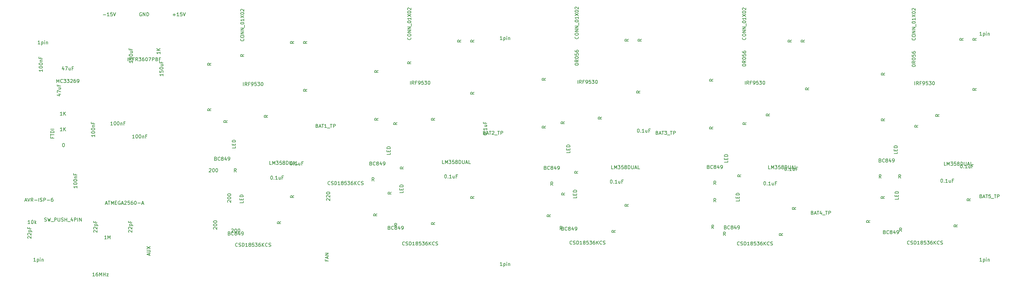
<source format=gbr>
G04 #@! TF.FileFunction,Other,Fab,Top*
%FSLAX46Y46*%
G04 Gerber Fmt 4.6, Leading zero omitted, Abs format (unit mm)*
G04 Created by KiCad (PCBNEW (2015-08-28 BZR 6132)-product) date Thursday, October 15, 2015 'PMt' 04:36:35 PM*
%MOMM*%
G01*
G04 APERTURE LIST*
%ADD10C,0.100000*%
%ADD11C,0.150000*%
G04 APERTURE END LIST*
D10*
D11*
X22264714Y-47140666D02*
X22931381Y-47140666D01*
X21883762Y-47378762D02*
X22598048Y-47616857D01*
X22598048Y-46997809D01*
X21931381Y-46712095D02*
X21931381Y-46045428D01*
X22931381Y-46474000D01*
X22264714Y-45235904D02*
X22931381Y-45235904D01*
X22264714Y-45664476D02*
X22788524Y-45664476D01*
X22883762Y-45616857D01*
X22931381Y-45521619D01*
X22931381Y-45378761D01*
X22883762Y-45283523D01*
X22836143Y-45235904D01*
X22407571Y-44426380D02*
X22407571Y-44759714D01*
X22931381Y-44759714D02*
X21931381Y-44759714D01*
X21931381Y-44283523D01*
X23852334Y-39409714D02*
X23852334Y-40076381D01*
X23614238Y-39028762D02*
X23376143Y-39743048D01*
X23995191Y-39743048D01*
X24280905Y-39076381D02*
X24947572Y-39076381D01*
X24519000Y-40076381D01*
X25757096Y-39409714D02*
X25757096Y-40076381D01*
X25328524Y-39409714D02*
X25328524Y-39933524D01*
X25376143Y-40028762D01*
X25471381Y-40076381D01*
X25614239Y-40076381D01*
X25709477Y-40028762D01*
X25757096Y-39981143D01*
X26566620Y-39552571D02*
X26233286Y-39552571D01*
X26233286Y-40076381D02*
X26233286Y-39076381D01*
X26709477Y-39076381D01*
X13449619Y-89272857D02*
X13402000Y-89225238D01*
X13354381Y-89130000D01*
X13354381Y-88891904D01*
X13402000Y-88796666D01*
X13449619Y-88749047D01*
X13544857Y-88701428D01*
X13640095Y-88701428D01*
X13782952Y-88749047D01*
X14354381Y-89320476D01*
X14354381Y-88701428D01*
X13449619Y-88320476D02*
X13402000Y-88272857D01*
X13354381Y-88177619D01*
X13354381Y-87939523D01*
X13402000Y-87844285D01*
X13449619Y-87796666D01*
X13544857Y-87749047D01*
X13640095Y-87749047D01*
X13782952Y-87796666D01*
X14354381Y-88368095D01*
X14354381Y-87749047D01*
X13687714Y-87320476D02*
X14687714Y-87320476D01*
X13735333Y-87320476D02*
X13687714Y-87225238D01*
X13687714Y-87034761D01*
X13735333Y-86939523D01*
X13782952Y-86891904D01*
X13878190Y-86844285D01*
X14163905Y-86844285D01*
X14259143Y-86891904D01*
X14306762Y-86939523D01*
X14354381Y-87034761D01*
X14354381Y-87225238D01*
X14306762Y-87320476D01*
X13830571Y-86082380D02*
X13830571Y-86415714D01*
X14354381Y-86415714D02*
X13354381Y-86415714D01*
X13354381Y-85939523D01*
X17656381Y-39901619D02*
X17656381Y-40473048D01*
X17656381Y-40187334D02*
X16656381Y-40187334D01*
X16799238Y-40282572D01*
X16894476Y-40377810D01*
X16942095Y-40473048D01*
X16656381Y-39282572D02*
X16656381Y-39187333D01*
X16704000Y-39092095D01*
X16751619Y-39044476D01*
X16846857Y-38996857D01*
X17037333Y-38949238D01*
X17275429Y-38949238D01*
X17465905Y-38996857D01*
X17561143Y-39044476D01*
X17608762Y-39092095D01*
X17656381Y-39187333D01*
X17656381Y-39282572D01*
X17608762Y-39377810D01*
X17561143Y-39425429D01*
X17465905Y-39473048D01*
X17275429Y-39520667D01*
X17037333Y-39520667D01*
X16846857Y-39473048D01*
X16751619Y-39425429D01*
X16704000Y-39377810D01*
X16656381Y-39282572D01*
X16656381Y-38330191D02*
X16656381Y-38234952D01*
X16704000Y-38139714D01*
X16751619Y-38092095D01*
X16846857Y-38044476D01*
X17037333Y-37996857D01*
X17275429Y-37996857D01*
X17465905Y-38044476D01*
X17561143Y-38092095D01*
X17608762Y-38139714D01*
X17656381Y-38234952D01*
X17656381Y-38330191D01*
X17608762Y-38425429D01*
X17561143Y-38473048D01*
X17465905Y-38520667D01*
X17275429Y-38568286D01*
X17037333Y-38568286D01*
X16846857Y-38520667D01*
X16751619Y-38473048D01*
X16704000Y-38425429D01*
X16656381Y-38330191D01*
X16989714Y-37568286D02*
X17656381Y-37568286D01*
X17084952Y-37568286D02*
X17037333Y-37520667D01*
X16989714Y-37425429D01*
X16989714Y-37282571D01*
X17037333Y-37187333D01*
X17132571Y-37139714D01*
X17656381Y-37139714D01*
X17132571Y-36330190D02*
X17132571Y-36663524D01*
X17656381Y-36663524D02*
X16656381Y-36663524D01*
X16656381Y-36187333D01*
X32635619Y-87494857D02*
X32588000Y-87447238D01*
X32540381Y-87352000D01*
X32540381Y-87113904D01*
X32588000Y-87018666D01*
X32635619Y-86971047D01*
X32730857Y-86923428D01*
X32826095Y-86923428D01*
X32968952Y-86971047D01*
X33540381Y-87542476D01*
X33540381Y-86923428D01*
X32635619Y-86542476D02*
X32588000Y-86494857D01*
X32540381Y-86399619D01*
X32540381Y-86161523D01*
X32588000Y-86066285D01*
X32635619Y-86018666D01*
X32730857Y-85971047D01*
X32826095Y-85971047D01*
X32968952Y-86018666D01*
X33540381Y-86590095D01*
X33540381Y-85971047D01*
X32873714Y-85542476D02*
X33873714Y-85542476D01*
X32921333Y-85542476D02*
X32873714Y-85447238D01*
X32873714Y-85256761D01*
X32921333Y-85161523D01*
X32968952Y-85113904D01*
X33064190Y-85066285D01*
X33349905Y-85066285D01*
X33445143Y-85113904D01*
X33492762Y-85161523D01*
X33540381Y-85256761D01*
X33540381Y-85447238D01*
X33492762Y-85542476D01*
X33016571Y-84304380D02*
X33016571Y-84637714D01*
X33540381Y-84637714D02*
X32540381Y-84637714D01*
X32540381Y-84161523D01*
X42795619Y-87494857D02*
X42748000Y-87447238D01*
X42700381Y-87352000D01*
X42700381Y-87113904D01*
X42748000Y-87018666D01*
X42795619Y-86971047D01*
X42890857Y-86923428D01*
X42986095Y-86923428D01*
X43128952Y-86971047D01*
X43700381Y-87542476D01*
X43700381Y-86923428D01*
X42795619Y-86542476D02*
X42748000Y-86494857D01*
X42700381Y-86399619D01*
X42700381Y-86161523D01*
X42748000Y-86066285D01*
X42795619Y-86018666D01*
X42890857Y-85971047D01*
X42986095Y-85971047D01*
X43128952Y-86018666D01*
X43700381Y-86590095D01*
X43700381Y-85971047D01*
X43033714Y-85542476D02*
X44033714Y-85542476D01*
X43081333Y-85542476D02*
X43033714Y-85447238D01*
X43033714Y-85256761D01*
X43081333Y-85161523D01*
X43128952Y-85113904D01*
X43224190Y-85066285D01*
X43509905Y-85066285D01*
X43605143Y-85113904D01*
X43652762Y-85161523D01*
X43700381Y-85256761D01*
X43700381Y-85447238D01*
X43652762Y-85542476D01*
X43176571Y-84304380D02*
X43176571Y-84637714D01*
X43700381Y-84637714D02*
X42700381Y-84637714D01*
X42700381Y-84161523D01*
X38076381Y-56146381D02*
X37504952Y-56146381D01*
X37790666Y-56146381D02*
X37790666Y-55146381D01*
X37695428Y-55289238D01*
X37600190Y-55384476D01*
X37504952Y-55432095D01*
X38695428Y-55146381D02*
X38790667Y-55146381D01*
X38885905Y-55194000D01*
X38933524Y-55241619D01*
X38981143Y-55336857D01*
X39028762Y-55527333D01*
X39028762Y-55765429D01*
X38981143Y-55955905D01*
X38933524Y-56051143D01*
X38885905Y-56098762D01*
X38790667Y-56146381D01*
X38695428Y-56146381D01*
X38600190Y-56098762D01*
X38552571Y-56051143D01*
X38504952Y-55955905D01*
X38457333Y-55765429D01*
X38457333Y-55527333D01*
X38504952Y-55336857D01*
X38552571Y-55241619D01*
X38600190Y-55194000D01*
X38695428Y-55146381D01*
X39647809Y-55146381D02*
X39743048Y-55146381D01*
X39838286Y-55194000D01*
X39885905Y-55241619D01*
X39933524Y-55336857D01*
X39981143Y-55527333D01*
X39981143Y-55765429D01*
X39933524Y-55955905D01*
X39885905Y-56051143D01*
X39838286Y-56098762D01*
X39743048Y-56146381D01*
X39647809Y-56146381D01*
X39552571Y-56098762D01*
X39504952Y-56051143D01*
X39457333Y-55955905D01*
X39409714Y-55765429D01*
X39409714Y-55527333D01*
X39457333Y-55336857D01*
X39504952Y-55241619D01*
X39552571Y-55194000D01*
X39647809Y-55146381D01*
X40409714Y-55479714D02*
X40409714Y-56146381D01*
X40409714Y-55574952D02*
X40457333Y-55527333D01*
X40552571Y-55479714D01*
X40695429Y-55479714D01*
X40790667Y-55527333D01*
X40838286Y-55622571D01*
X40838286Y-56146381D01*
X41647810Y-55622571D02*
X41314476Y-55622571D01*
X41314476Y-56146381D02*
X41314476Y-55146381D01*
X41790667Y-55146381D01*
X32896381Y-58951619D02*
X32896381Y-59523048D01*
X32896381Y-59237334D02*
X31896381Y-59237334D01*
X32039238Y-59332572D01*
X32134476Y-59427810D01*
X32182095Y-59523048D01*
X31896381Y-58332572D02*
X31896381Y-58237333D01*
X31944000Y-58142095D01*
X31991619Y-58094476D01*
X32086857Y-58046857D01*
X32277333Y-57999238D01*
X32515429Y-57999238D01*
X32705905Y-58046857D01*
X32801143Y-58094476D01*
X32848762Y-58142095D01*
X32896381Y-58237333D01*
X32896381Y-58332572D01*
X32848762Y-58427810D01*
X32801143Y-58475429D01*
X32705905Y-58523048D01*
X32515429Y-58570667D01*
X32277333Y-58570667D01*
X32086857Y-58523048D01*
X31991619Y-58475429D01*
X31944000Y-58427810D01*
X31896381Y-58332572D01*
X31896381Y-57380191D02*
X31896381Y-57284952D01*
X31944000Y-57189714D01*
X31991619Y-57142095D01*
X32086857Y-57094476D01*
X32277333Y-57046857D01*
X32515429Y-57046857D01*
X32705905Y-57094476D01*
X32801143Y-57142095D01*
X32848762Y-57189714D01*
X32896381Y-57284952D01*
X32896381Y-57380191D01*
X32848762Y-57475429D01*
X32801143Y-57523048D01*
X32705905Y-57570667D01*
X32515429Y-57618286D01*
X32277333Y-57618286D01*
X32086857Y-57570667D01*
X31991619Y-57523048D01*
X31944000Y-57475429D01*
X31896381Y-57380191D01*
X32229714Y-56618286D02*
X32896381Y-56618286D01*
X32324952Y-56618286D02*
X32277333Y-56570667D01*
X32229714Y-56475429D01*
X32229714Y-56332571D01*
X32277333Y-56237333D01*
X32372571Y-56189714D01*
X32896381Y-56189714D01*
X32372571Y-55380190D02*
X32372571Y-55713524D01*
X32896381Y-55713524D02*
X31896381Y-55713524D01*
X31896381Y-55237333D01*
X27698381Y-73937619D02*
X27698381Y-74509048D01*
X27698381Y-74223334D02*
X26698381Y-74223334D01*
X26841238Y-74318572D01*
X26936476Y-74413810D01*
X26984095Y-74509048D01*
X26698381Y-73318572D02*
X26698381Y-73223333D01*
X26746000Y-73128095D01*
X26793619Y-73080476D01*
X26888857Y-73032857D01*
X27079333Y-72985238D01*
X27317429Y-72985238D01*
X27507905Y-73032857D01*
X27603143Y-73080476D01*
X27650762Y-73128095D01*
X27698381Y-73223333D01*
X27698381Y-73318572D01*
X27650762Y-73413810D01*
X27603143Y-73461429D01*
X27507905Y-73509048D01*
X27317429Y-73556667D01*
X27079333Y-73556667D01*
X26888857Y-73509048D01*
X26793619Y-73461429D01*
X26746000Y-73413810D01*
X26698381Y-73318572D01*
X26698381Y-72366191D02*
X26698381Y-72270952D01*
X26746000Y-72175714D01*
X26793619Y-72128095D01*
X26888857Y-72080476D01*
X27079333Y-72032857D01*
X27317429Y-72032857D01*
X27507905Y-72080476D01*
X27603143Y-72128095D01*
X27650762Y-72175714D01*
X27698381Y-72270952D01*
X27698381Y-72366191D01*
X27650762Y-72461429D01*
X27603143Y-72509048D01*
X27507905Y-72556667D01*
X27317429Y-72604286D01*
X27079333Y-72604286D01*
X26888857Y-72556667D01*
X26793619Y-72509048D01*
X26746000Y-72461429D01*
X26698381Y-72366191D01*
X27031714Y-71604286D02*
X27698381Y-71604286D01*
X27126952Y-71604286D02*
X27079333Y-71556667D01*
X27031714Y-71461429D01*
X27031714Y-71318571D01*
X27079333Y-71223333D01*
X27174571Y-71175714D01*
X27698381Y-71175714D01*
X27174571Y-70366190D02*
X27174571Y-70699524D01*
X27698381Y-70699524D02*
X26698381Y-70699524D01*
X26698381Y-70223333D01*
X44426381Y-59956381D02*
X43854952Y-59956381D01*
X44140666Y-59956381D02*
X44140666Y-58956381D01*
X44045428Y-59099238D01*
X43950190Y-59194476D01*
X43854952Y-59242095D01*
X45045428Y-58956381D02*
X45140667Y-58956381D01*
X45235905Y-59004000D01*
X45283524Y-59051619D01*
X45331143Y-59146857D01*
X45378762Y-59337333D01*
X45378762Y-59575429D01*
X45331143Y-59765905D01*
X45283524Y-59861143D01*
X45235905Y-59908762D01*
X45140667Y-59956381D01*
X45045428Y-59956381D01*
X44950190Y-59908762D01*
X44902571Y-59861143D01*
X44854952Y-59765905D01*
X44807333Y-59575429D01*
X44807333Y-59337333D01*
X44854952Y-59146857D01*
X44902571Y-59051619D01*
X44950190Y-59004000D01*
X45045428Y-58956381D01*
X45997809Y-58956381D02*
X46093048Y-58956381D01*
X46188286Y-59004000D01*
X46235905Y-59051619D01*
X46283524Y-59146857D01*
X46331143Y-59337333D01*
X46331143Y-59575429D01*
X46283524Y-59765905D01*
X46235905Y-59861143D01*
X46188286Y-59908762D01*
X46093048Y-59956381D01*
X45997809Y-59956381D01*
X45902571Y-59908762D01*
X45854952Y-59861143D01*
X45807333Y-59765905D01*
X45759714Y-59575429D01*
X45759714Y-59337333D01*
X45807333Y-59146857D01*
X45854952Y-59051619D01*
X45902571Y-59004000D01*
X45997809Y-58956381D01*
X46759714Y-59289714D02*
X46759714Y-59956381D01*
X46759714Y-59384952D02*
X46807333Y-59337333D01*
X46902571Y-59289714D01*
X47045429Y-59289714D01*
X47140667Y-59337333D01*
X47188286Y-59432571D01*
X47188286Y-59956381D01*
X47997810Y-59432571D02*
X47664476Y-59432571D01*
X47664476Y-59956381D02*
X47664476Y-58956381D01*
X48140667Y-58956381D01*
X90051143Y-66821381D02*
X90146382Y-66821381D01*
X90241620Y-66869000D01*
X90289239Y-66916619D01*
X90336858Y-67011857D01*
X90384477Y-67202333D01*
X90384477Y-67440429D01*
X90336858Y-67630905D01*
X90289239Y-67726143D01*
X90241620Y-67773762D01*
X90146382Y-67821381D01*
X90051143Y-67821381D01*
X89955905Y-67773762D01*
X89908286Y-67726143D01*
X89860667Y-67630905D01*
X89813048Y-67440429D01*
X89813048Y-67202333D01*
X89860667Y-67011857D01*
X89908286Y-66916619D01*
X89955905Y-66869000D01*
X90051143Y-66821381D01*
X90813048Y-67726143D02*
X90860667Y-67773762D01*
X90813048Y-67821381D01*
X90765429Y-67773762D01*
X90813048Y-67726143D01*
X90813048Y-67821381D01*
X91813048Y-67821381D02*
X91241619Y-67821381D01*
X91527333Y-67821381D02*
X91527333Y-66821381D01*
X91432095Y-66964238D01*
X91336857Y-67059476D01*
X91241619Y-67107095D01*
X92670191Y-67154714D02*
X92670191Y-67821381D01*
X92241619Y-67154714D02*
X92241619Y-67678524D01*
X92289238Y-67773762D01*
X92384476Y-67821381D01*
X92527334Y-67821381D01*
X92622572Y-67773762D01*
X92670191Y-67726143D01*
X93479715Y-67297571D02*
X93146381Y-67297571D01*
X93146381Y-67821381D02*
X93146381Y-66821381D01*
X93622572Y-66821381D01*
X84336143Y-71021381D02*
X84431382Y-71021381D01*
X84526620Y-71069000D01*
X84574239Y-71116619D01*
X84621858Y-71211857D01*
X84669477Y-71402333D01*
X84669477Y-71640429D01*
X84621858Y-71830905D01*
X84574239Y-71926143D01*
X84526620Y-71973762D01*
X84431382Y-72021381D01*
X84336143Y-72021381D01*
X84240905Y-71973762D01*
X84193286Y-71926143D01*
X84145667Y-71830905D01*
X84098048Y-71640429D01*
X84098048Y-71402333D01*
X84145667Y-71211857D01*
X84193286Y-71116619D01*
X84240905Y-71069000D01*
X84336143Y-71021381D01*
X85098048Y-71926143D02*
X85145667Y-71973762D01*
X85098048Y-72021381D01*
X85050429Y-71973762D01*
X85098048Y-71926143D01*
X85098048Y-72021381D01*
X86098048Y-72021381D02*
X85526619Y-72021381D01*
X85812333Y-72021381D02*
X85812333Y-71021381D01*
X85717095Y-71164238D01*
X85621857Y-71259476D01*
X85526619Y-71307095D01*
X86955191Y-71354714D02*
X86955191Y-72021381D01*
X86526619Y-71354714D02*
X86526619Y-71878524D01*
X86574238Y-71973762D01*
X86669476Y-72021381D01*
X86812334Y-72021381D01*
X86907572Y-71973762D01*
X86955191Y-71926143D01*
X87764715Y-71497571D02*
X87431381Y-71497571D01*
X87431381Y-72021381D02*
X87431381Y-71021381D01*
X87907572Y-71021381D01*
X146078381Y-58792857D02*
X146078381Y-58697618D01*
X146126000Y-58602380D01*
X146173619Y-58554761D01*
X146268857Y-58507142D01*
X146459333Y-58459523D01*
X146697429Y-58459523D01*
X146887905Y-58507142D01*
X146983143Y-58554761D01*
X147030762Y-58602380D01*
X147078381Y-58697618D01*
X147078381Y-58792857D01*
X147030762Y-58888095D01*
X146983143Y-58935714D01*
X146887905Y-58983333D01*
X146697429Y-59030952D01*
X146459333Y-59030952D01*
X146268857Y-58983333D01*
X146173619Y-58935714D01*
X146126000Y-58888095D01*
X146078381Y-58792857D01*
X146983143Y-58030952D02*
X147030762Y-57983333D01*
X147078381Y-58030952D01*
X147030762Y-58078571D01*
X146983143Y-58030952D01*
X147078381Y-58030952D01*
X147078381Y-57030952D02*
X147078381Y-57602381D01*
X147078381Y-57316667D02*
X146078381Y-57316667D01*
X146221238Y-57411905D01*
X146316476Y-57507143D01*
X146364095Y-57602381D01*
X146411714Y-56173809D02*
X147078381Y-56173809D01*
X146411714Y-56602381D02*
X146935524Y-56602381D01*
X147030762Y-56554762D01*
X147078381Y-56459524D01*
X147078381Y-56316666D01*
X147030762Y-56221428D01*
X146983143Y-56173809D01*
X146554571Y-55364285D02*
X146554571Y-55697619D01*
X147078381Y-55697619D02*
X146078381Y-55697619D01*
X146078381Y-55221428D01*
X135009143Y-70640381D02*
X135104382Y-70640381D01*
X135199620Y-70688000D01*
X135247239Y-70735619D01*
X135294858Y-70830857D01*
X135342477Y-71021333D01*
X135342477Y-71259429D01*
X135294858Y-71449905D01*
X135247239Y-71545143D01*
X135199620Y-71592762D01*
X135104382Y-71640381D01*
X135009143Y-71640381D01*
X134913905Y-71592762D01*
X134866286Y-71545143D01*
X134818667Y-71449905D01*
X134771048Y-71259429D01*
X134771048Y-71021333D01*
X134818667Y-70830857D01*
X134866286Y-70735619D01*
X134913905Y-70688000D01*
X135009143Y-70640381D01*
X135771048Y-71545143D02*
X135818667Y-71592762D01*
X135771048Y-71640381D01*
X135723429Y-71592762D01*
X135771048Y-71545143D01*
X135771048Y-71640381D01*
X136771048Y-71640381D02*
X136199619Y-71640381D01*
X136485333Y-71640381D02*
X136485333Y-70640381D01*
X136390095Y-70783238D01*
X136294857Y-70878476D01*
X136199619Y-70926095D01*
X137628191Y-70973714D02*
X137628191Y-71640381D01*
X137199619Y-70973714D02*
X137199619Y-71497524D01*
X137247238Y-71592762D01*
X137342476Y-71640381D01*
X137485334Y-71640381D01*
X137580572Y-71592762D01*
X137628191Y-71545143D01*
X138437715Y-71116571D02*
X138104381Y-71116571D01*
X138104381Y-71640381D02*
X138104381Y-70640381D01*
X138580572Y-70640381D01*
X191143143Y-57296381D02*
X191238382Y-57296381D01*
X191333620Y-57344000D01*
X191381239Y-57391619D01*
X191428858Y-57486857D01*
X191476477Y-57677333D01*
X191476477Y-57915429D01*
X191428858Y-58105905D01*
X191381239Y-58201143D01*
X191333620Y-58248762D01*
X191238382Y-58296381D01*
X191143143Y-58296381D01*
X191047905Y-58248762D01*
X191000286Y-58201143D01*
X190952667Y-58105905D01*
X190905048Y-57915429D01*
X190905048Y-57677333D01*
X190952667Y-57486857D01*
X191000286Y-57391619D01*
X191047905Y-57344000D01*
X191143143Y-57296381D01*
X191905048Y-58201143D02*
X191952667Y-58248762D01*
X191905048Y-58296381D01*
X191857429Y-58248762D01*
X191905048Y-58201143D01*
X191905048Y-58296381D01*
X192905048Y-58296381D02*
X192333619Y-58296381D01*
X192619333Y-58296381D02*
X192619333Y-57296381D01*
X192524095Y-57439238D01*
X192428857Y-57534476D01*
X192333619Y-57582095D01*
X193762191Y-57629714D02*
X193762191Y-58296381D01*
X193333619Y-57629714D02*
X193333619Y-58153524D01*
X193381238Y-58248762D01*
X193476476Y-58296381D01*
X193619334Y-58296381D01*
X193714572Y-58248762D01*
X193762191Y-58201143D01*
X194571715Y-57772571D02*
X194238381Y-57772571D01*
X194238381Y-58296381D02*
X194238381Y-57296381D01*
X194714572Y-57296381D01*
X183269143Y-72164381D02*
X183364382Y-72164381D01*
X183459620Y-72212000D01*
X183507239Y-72259619D01*
X183554858Y-72354857D01*
X183602477Y-72545333D01*
X183602477Y-72783429D01*
X183554858Y-72973905D01*
X183507239Y-73069143D01*
X183459620Y-73116762D01*
X183364382Y-73164381D01*
X183269143Y-73164381D01*
X183173905Y-73116762D01*
X183126286Y-73069143D01*
X183078667Y-72973905D01*
X183031048Y-72783429D01*
X183031048Y-72545333D01*
X183078667Y-72354857D01*
X183126286Y-72259619D01*
X183173905Y-72212000D01*
X183269143Y-72164381D01*
X184031048Y-73069143D02*
X184078667Y-73116762D01*
X184031048Y-73164381D01*
X183983429Y-73116762D01*
X184031048Y-73069143D01*
X184031048Y-73164381D01*
X185031048Y-73164381D02*
X184459619Y-73164381D01*
X184745333Y-73164381D02*
X184745333Y-72164381D01*
X184650095Y-72307238D01*
X184554857Y-72402476D01*
X184459619Y-72450095D01*
X185888191Y-72497714D02*
X185888191Y-73164381D01*
X185459619Y-72497714D02*
X185459619Y-73021524D01*
X185507238Y-73116762D01*
X185602476Y-73164381D01*
X185745334Y-73164381D01*
X185840572Y-73116762D01*
X185888191Y-73069143D01*
X186697715Y-72640571D02*
X186364381Y-72640571D01*
X186364381Y-73164381D02*
X186364381Y-72164381D01*
X186840572Y-72164381D01*
X234069143Y-68472381D02*
X234164382Y-68472381D01*
X234259620Y-68520000D01*
X234307239Y-68567619D01*
X234354858Y-68662857D01*
X234402477Y-68853333D01*
X234402477Y-69091429D01*
X234354858Y-69281905D01*
X234307239Y-69377143D01*
X234259620Y-69424762D01*
X234164382Y-69472381D01*
X234069143Y-69472381D01*
X233973905Y-69424762D01*
X233926286Y-69377143D01*
X233878667Y-69281905D01*
X233831048Y-69091429D01*
X233831048Y-68853333D01*
X233878667Y-68662857D01*
X233926286Y-68567619D01*
X233973905Y-68520000D01*
X234069143Y-68472381D01*
X234831048Y-69377143D02*
X234878667Y-69424762D01*
X234831048Y-69472381D01*
X234783429Y-69424762D01*
X234831048Y-69377143D01*
X234831048Y-69472381D01*
X235831048Y-69472381D02*
X235259619Y-69472381D01*
X235545333Y-69472381D02*
X235545333Y-68472381D01*
X235450095Y-68615238D01*
X235354857Y-68710476D01*
X235259619Y-68758095D01*
X236688191Y-68805714D02*
X236688191Y-69472381D01*
X236259619Y-68805714D02*
X236259619Y-69329524D01*
X236307238Y-69424762D01*
X236402476Y-69472381D01*
X236545334Y-69472381D01*
X236640572Y-69424762D01*
X236688191Y-69377143D01*
X237497715Y-68948571D02*
X237164381Y-68948571D01*
X237164381Y-69472381D02*
X237164381Y-68472381D01*
X237640572Y-68472381D01*
X227973143Y-72672381D02*
X228068382Y-72672381D01*
X228163620Y-72720000D01*
X228211239Y-72767619D01*
X228258858Y-72862857D01*
X228306477Y-73053333D01*
X228306477Y-73291429D01*
X228258858Y-73481905D01*
X228211239Y-73577143D01*
X228163620Y-73624762D01*
X228068382Y-73672381D01*
X227973143Y-73672381D01*
X227877905Y-73624762D01*
X227830286Y-73577143D01*
X227782667Y-73481905D01*
X227735048Y-73291429D01*
X227735048Y-73053333D01*
X227782667Y-72862857D01*
X227830286Y-72767619D01*
X227877905Y-72720000D01*
X227973143Y-72672381D01*
X228735048Y-73577143D02*
X228782667Y-73624762D01*
X228735048Y-73672381D01*
X228687429Y-73624762D01*
X228735048Y-73577143D01*
X228735048Y-73672381D01*
X229735048Y-73672381D02*
X229163619Y-73672381D01*
X229449333Y-73672381D02*
X229449333Y-72672381D01*
X229354095Y-72815238D01*
X229258857Y-72910476D01*
X229163619Y-72958095D01*
X230592191Y-73005714D02*
X230592191Y-73672381D01*
X230163619Y-73005714D02*
X230163619Y-73529524D01*
X230211238Y-73624762D01*
X230306476Y-73672381D01*
X230449334Y-73672381D01*
X230544572Y-73624762D01*
X230592191Y-73577143D01*
X231401715Y-73148571D02*
X231068381Y-73148571D01*
X231068381Y-73672381D02*
X231068381Y-72672381D01*
X231544572Y-72672381D01*
X285250143Y-67710381D02*
X285345382Y-67710381D01*
X285440620Y-67758000D01*
X285488239Y-67805619D01*
X285535858Y-67900857D01*
X285583477Y-68091333D01*
X285583477Y-68329429D01*
X285535858Y-68519905D01*
X285488239Y-68615143D01*
X285440620Y-68662762D01*
X285345382Y-68710381D01*
X285250143Y-68710381D01*
X285154905Y-68662762D01*
X285107286Y-68615143D01*
X285059667Y-68519905D01*
X285012048Y-68329429D01*
X285012048Y-68091333D01*
X285059667Y-67900857D01*
X285107286Y-67805619D01*
X285154905Y-67758000D01*
X285250143Y-67710381D01*
X286012048Y-68615143D02*
X286059667Y-68662762D01*
X286012048Y-68710381D01*
X285964429Y-68662762D01*
X286012048Y-68615143D01*
X286012048Y-68710381D01*
X287012048Y-68710381D02*
X286440619Y-68710381D01*
X286726333Y-68710381D02*
X286726333Y-67710381D01*
X286631095Y-67853238D01*
X286535857Y-67948476D01*
X286440619Y-67996095D01*
X287869191Y-68043714D02*
X287869191Y-68710381D01*
X287440619Y-68043714D02*
X287440619Y-68567524D01*
X287488238Y-68662762D01*
X287583476Y-68710381D01*
X287726334Y-68710381D01*
X287821572Y-68662762D01*
X287869191Y-68615143D01*
X288678715Y-68186571D02*
X288345381Y-68186571D01*
X288345381Y-68710381D02*
X288345381Y-67710381D01*
X288821572Y-67710381D01*
X279535143Y-71910381D02*
X279630382Y-71910381D01*
X279725620Y-71958000D01*
X279773239Y-72005619D01*
X279820858Y-72100857D01*
X279868477Y-72291333D01*
X279868477Y-72529429D01*
X279820858Y-72719905D01*
X279773239Y-72815143D01*
X279725620Y-72862762D01*
X279630382Y-72910381D01*
X279535143Y-72910381D01*
X279439905Y-72862762D01*
X279392286Y-72815143D01*
X279344667Y-72719905D01*
X279297048Y-72529429D01*
X279297048Y-72291333D01*
X279344667Y-72100857D01*
X279392286Y-72005619D01*
X279439905Y-71958000D01*
X279535143Y-71910381D01*
X280297048Y-72815143D02*
X280344667Y-72862762D01*
X280297048Y-72910381D01*
X280249429Y-72862762D01*
X280297048Y-72815143D01*
X280297048Y-72910381D01*
X281297048Y-72910381D02*
X280725619Y-72910381D01*
X281011333Y-72910381D02*
X281011333Y-71910381D01*
X280916095Y-72053238D01*
X280820857Y-72148476D01*
X280725619Y-72196095D01*
X282154191Y-72243714D02*
X282154191Y-72910381D01*
X281725619Y-72243714D02*
X281725619Y-72767524D01*
X281773238Y-72862762D01*
X281868476Y-72910381D01*
X282011334Y-72910381D01*
X282106572Y-72862762D01*
X282154191Y-72815143D01*
X282963715Y-72386571D02*
X282630381Y-72386571D01*
X282630381Y-72910381D02*
X282630381Y-71910381D01*
X283106572Y-71910381D01*
X12541762Y-78196667D02*
X13017953Y-78196667D01*
X12446524Y-78482381D02*
X12779857Y-77482381D01*
X13113191Y-78482381D01*
X13303667Y-77482381D02*
X13637000Y-78482381D01*
X13970334Y-77482381D01*
X14875096Y-78482381D02*
X14541762Y-78006190D01*
X14303667Y-78482381D02*
X14303667Y-77482381D01*
X14684620Y-77482381D01*
X14779858Y-77530000D01*
X14827477Y-77577619D01*
X14875096Y-77672857D01*
X14875096Y-77815714D01*
X14827477Y-77910952D01*
X14779858Y-77958571D01*
X14684620Y-78006190D01*
X14303667Y-78006190D01*
X15303667Y-78101429D02*
X16065572Y-78101429D01*
X16541762Y-78482381D02*
X16541762Y-77482381D01*
X16970333Y-78434762D02*
X17113190Y-78482381D01*
X17351286Y-78482381D01*
X17446524Y-78434762D01*
X17494143Y-78387143D01*
X17541762Y-78291905D01*
X17541762Y-78196667D01*
X17494143Y-78101429D01*
X17446524Y-78053810D01*
X17351286Y-78006190D01*
X17160809Y-77958571D01*
X17065571Y-77910952D01*
X17017952Y-77863333D01*
X16970333Y-77768095D01*
X16970333Y-77672857D01*
X17017952Y-77577619D01*
X17065571Y-77530000D01*
X17160809Y-77482381D01*
X17398905Y-77482381D01*
X17541762Y-77530000D01*
X17970333Y-78482381D02*
X17970333Y-77482381D01*
X18351286Y-77482381D01*
X18446524Y-77530000D01*
X18494143Y-77577619D01*
X18541762Y-77672857D01*
X18541762Y-77815714D01*
X18494143Y-77910952D01*
X18446524Y-77958571D01*
X18351286Y-78006190D01*
X17970333Y-78006190D01*
X18970333Y-78101429D02*
X19732238Y-78101429D01*
X20637000Y-77482381D02*
X20446523Y-77482381D01*
X20351285Y-77530000D01*
X20303666Y-77577619D01*
X20208428Y-77720476D01*
X20160809Y-77910952D01*
X20160809Y-78291905D01*
X20208428Y-78387143D01*
X20256047Y-78434762D01*
X20351285Y-78482381D01*
X20541762Y-78482381D01*
X20637000Y-78434762D01*
X20684619Y-78387143D01*
X20732238Y-78291905D01*
X20732238Y-78053810D01*
X20684619Y-77958571D01*
X20637000Y-77910952D01*
X20541762Y-77863333D01*
X20351285Y-77863333D01*
X20256047Y-77910952D01*
X20208428Y-77958571D01*
X20160809Y-78053810D01*
X73886381Y-62364857D02*
X73886381Y-62841048D01*
X72886381Y-62841048D01*
X73362571Y-62031524D02*
X73362571Y-61698190D01*
X73886381Y-61555333D02*
X73886381Y-62031524D01*
X72886381Y-62031524D01*
X72886381Y-61555333D01*
X73886381Y-61126762D02*
X72886381Y-61126762D01*
X72886381Y-60888667D01*
X72934000Y-60745809D01*
X73029238Y-60650571D01*
X73124476Y-60602952D01*
X73314952Y-60555333D01*
X73457810Y-60555333D01*
X73648286Y-60602952D01*
X73743524Y-60650571D01*
X73838762Y-60745809D01*
X73886381Y-60888667D01*
X73886381Y-61126762D01*
X76116381Y-78366857D02*
X76116381Y-78843048D01*
X75116381Y-78843048D01*
X75592571Y-78033524D02*
X75592571Y-77700190D01*
X76116381Y-77557333D02*
X76116381Y-78033524D01*
X75116381Y-78033524D01*
X75116381Y-77557333D01*
X76116381Y-77128762D02*
X75116381Y-77128762D01*
X75116381Y-76890667D01*
X75164000Y-76747809D01*
X75259238Y-76652571D01*
X75354476Y-76604952D01*
X75544952Y-76557333D01*
X75687810Y-76557333D01*
X75878286Y-76604952D01*
X75973524Y-76652571D01*
X76068762Y-76747809D01*
X76116381Y-76890667D01*
X76116381Y-77128762D01*
X118971381Y-64269857D02*
X118971381Y-64746048D01*
X117971381Y-64746048D01*
X118447571Y-63936524D02*
X118447571Y-63603190D01*
X118971381Y-63460333D02*
X118971381Y-63936524D01*
X117971381Y-63936524D01*
X117971381Y-63460333D01*
X118971381Y-63031762D02*
X117971381Y-63031762D01*
X117971381Y-62793667D01*
X118019000Y-62650809D01*
X118114238Y-62555571D01*
X118209476Y-62507952D01*
X118399952Y-62460333D01*
X118542810Y-62460333D01*
X118733286Y-62507952D01*
X118828524Y-62555571D01*
X118923762Y-62650809D01*
X118971381Y-62793667D01*
X118971381Y-63031762D01*
X122725381Y-75445857D02*
X122725381Y-75922048D01*
X121725381Y-75922048D01*
X122201571Y-75112524D02*
X122201571Y-74779190D01*
X122725381Y-74636333D02*
X122725381Y-75112524D01*
X121725381Y-75112524D01*
X121725381Y-74636333D01*
X122725381Y-74207762D02*
X121725381Y-74207762D01*
X121725381Y-73969667D01*
X121773000Y-73826809D01*
X121868238Y-73731571D01*
X121963476Y-73683952D01*
X122153952Y-73636333D01*
X122296810Y-73636333D01*
X122487286Y-73683952D01*
X122582524Y-73731571D01*
X122677762Y-73826809D01*
X122725381Y-73969667D01*
X122725381Y-74207762D01*
X171295381Y-63761857D02*
X171295381Y-64238048D01*
X170295381Y-64238048D01*
X170771571Y-63428524D02*
X170771571Y-63095190D01*
X171295381Y-62952333D02*
X171295381Y-63428524D01*
X170295381Y-63428524D01*
X170295381Y-62952333D01*
X171295381Y-62523762D02*
X170295381Y-62523762D01*
X170295381Y-62285667D01*
X170343000Y-62142809D01*
X170438238Y-62047571D01*
X170533476Y-61999952D01*
X170723952Y-61952333D01*
X170866810Y-61952333D01*
X171057286Y-61999952D01*
X171152524Y-62047571D01*
X171247762Y-62142809D01*
X171295381Y-62285667D01*
X171295381Y-62523762D01*
X173271381Y-76969857D02*
X173271381Y-77446048D01*
X172271381Y-77446048D01*
X172747571Y-76636524D02*
X172747571Y-76303190D01*
X173271381Y-76160333D02*
X173271381Y-76636524D01*
X172271381Y-76636524D01*
X172271381Y-76160333D01*
X173271381Y-75731762D02*
X172271381Y-75731762D01*
X172271381Y-75493667D01*
X172319000Y-75350809D01*
X172414238Y-75255571D01*
X172509476Y-75207952D01*
X172699952Y-75160333D01*
X172842810Y-75160333D01*
X173033286Y-75207952D01*
X173128524Y-75255571D01*
X173223762Y-75350809D01*
X173271381Y-75493667D01*
X173271381Y-75731762D01*
X217269381Y-66555857D02*
X217269381Y-67032048D01*
X216269381Y-67032048D01*
X216745571Y-66222524D02*
X216745571Y-65889190D01*
X217269381Y-65746333D02*
X217269381Y-66222524D01*
X216269381Y-66222524D01*
X216269381Y-65746333D01*
X217269381Y-65317762D02*
X216269381Y-65317762D01*
X216269381Y-65079667D01*
X216317000Y-64936809D01*
X216412238Y-64841571D01*
X216507476Y-64793952D01*
X216697952Y-64746333D01*
X216840810Y-64746333D01*
X217031286Y-64793952D01*
X217126524Y-64841571D01*
X217221762Y-64936809D01*
X217269381Y-65079667D01*
X217269381Y-65317762D01*
X220642381Y-77858857D02*
X220642381Y-78335048D01*
X219642381Y-78335048D01*
X220118571Y-77525524D02*
X220118571Y-77192190D01*
X220642381Y-77049333D02*
X220642381Y-77525524D01*
X219642381Y-77525524D01*
X219642381Y-77049333D01*
X220642381Y-76620762D02*
X219642381Y-76620762D01*
X219642381Y-76382667D01*
X219690000Y-76239809D01*
X219785238Y-76144571D01*
X219880476Y-76096952D01*
X220070952Y-76049333D01*
X220213810Y-76049333D01*
X220404286Y-76096952D01*
X220499524Y-76144571D01*
X220594762Y-76239809D01*
X220642381Y-76382667D01*
X220642381Y-76620762D01*
X266672381Y-64015857D02*
X266672381Y-64492048D01*
X265672381Y-64492048D01*
X266148571Y-63682524D02*
X266148571Y-63349190D01*
X266672381Y-63206333D02*
X266672381Y-63682524D01*
X265672381Y-63682524D01*
X265672381Y-63206333D01*
X266672381Y-62777762D02*
X265672381Y-62777762D01*
X265672381Y-62539667D01*
X265720000Y-62396809D01*
X265815238Y-62301571D01*
X265910476Y-62253952D01*
X266100952Y-62206333D01*
X266243810Y-62206333D01*
X266434286Y-62253952D01*
X266529524Y-62301571D01*
X266624762Y-62396809D01*
X266672381Y-62539667D01*
X266672381Y-62777762D01*
X266997381Y-77350857D02*
X266997381Y-77827048D01*
X265997381Y-77827048D01*
X266473571Y-77017524D02*
X266473571Y-76684190D01*
X266997381Y-76541333D02*
X266997381Y-77017524D01*
X265997381Y-77017524D01*
X265997381Y-76541333D01*
X266997381Y-76112762D02*
X265997381Y-76112762D01*
X265997381Y-75874667D01*
X266045000Y-75731809D01*
X266140238Y-75636571D01*
X266235476Y-75588952D01*
X266425952Y-75541333D01*
X266568810Y-75541333D01*
X266759286Y-75588952D01*
X266854524Y-75636571D01*
X266949762Y-75731809D01*
X266997381Y-75874667D01*
X266997381Y-76112762D01*
X36005190Y-79085667D02*
X36481381Y-79085667D01*
X35909952Y-79371381D02*
X36243285Y-78371381D01*
X36576619Y-79371381D01*
X36767095Y-78371381D02*
X37338524Y-78371381D01*
X37052809Y-79371381D02*
X37052809Y-78371381D01*
X37671857Y-79371381D02*
X37671857Y-78371381D01*
X38005191Y-79085667D01*
X38338524Y-78371381D01*
X38338524Y-79371381D01*
X38814714Y-78847571D02*
X39148048Y-78847571D01*
X39290905Y-79371381D02*
X38814714Y-79371381D01*
X38814714Y-78371381D01*
X39290905Y-78371381D01*
X40243286Y-78419000D02*
X40148048Y-78371381D01*
X40005191Y-78371381D01*
X39862333Y-78419000D01*
X39767095Y-78514238D01*
X39719476Y-78609476D01*
X39671857Y-78799952D01*
X39671857Y-78942810D01*
X39719476Y-79133286D01*
X39767095Y-79228524D01*
X39862333Y-79323762D01*
X40005191Y-79371381D01*
X40100429Y-79371381D01*
X40243286Y-79323762D01*
X40290905Y-79276143D01*
X40290905Y-78942810D01*
X40100429Y-78942810D01*
X40671857Y-79085667D02*
X41148048Y-79085667D01*
X40576619Y-79371381D02*
X40909952Y-78371381D01*
X41243286Y-79371381D01*
X41529000Y-78466619D02*
X41576619Y-78419000D01*
X41671857Y-78371381D01*
X41909953Y-78371381D01*
X42005191Y-78419000D01*
X42052810Y-78466619D01*
X42100429Y-78561857D01*
X42100429Y-78657095D01*
X42052810Y-78799952D01*
X41481381Y-79371381D01*
X42100429Y-79371381D01*
X43005191Y-78371381D02*
X42529000Y-78371381D01*
X42481381Y-78847571D01*
X42529000Y-78799952D01*
X42624238Y-78752333D01*
X42862334Y-78752333D01*
X42957572Y-78799952D01*
X43005191Y-78847571D01*
X43052810Y-78942810D01*
X43052810Y-79180905D01*
X43005191Y-79276143D01*
X42957572Y-79323762D01*
X42862334Y-79371381D01*
X42624238Y-79371381D01*
X42529000Y-79323762D01*
X42481381Y-79276143D01*
X43909953Y-78371381D02*
X43719476Y-78371381D01*
X43624238Y-78419000D01*
X43576619Y-78466619D01*
X43481381Y-78609476D01*
X43433762Y-78799952D01*
X43433762Y-79180905D01*
X43481381Y-79276143D01*
X43529000Y-79323762D01*
X43624238Y-79371381D01*
X43814715Y-79371381D01*
X43909953Y-79323762D01*
X43957572Y-79276143D01*
X44005191Y-79180905D01*
X44005191Y-78942810D01*
X43957572Y-78847571D01*
X43909953Y-78799952D01*
X43814715Y-78752333D01*
X43624238Y-78752333D01*
X43529000Y-78799952D01*
X43481381Y-78847571D01*
X43433762Y-78942810D01*
X44624238Y-78371381D02*
X44719477Y-78371381D01*
X44814715Y-78419000D01*
X44862334Y-78466619D01*
X44909953Y-78561857D01*
X44957572Y-78752333D01*
X44957572Y-78990429D01*
X44909953Y-79180905D01*
X44862334Y-79276143D01*
X44814715Y-79323762D01*
X44719477Y-79371381D01*
X44624238Y-79371381D01*
X44529000Y-79323762D01*
X44481381Y-79276143D01*
X44433762Y-79180905D01*
X44386143Y-78990429D01*
X44386143Y-78752333D01*
X44433762Y-78561857D01*
X44481381Y-78466619D01*
X44529000Y-78419000D01*
X44624238Y-78371381D01*
X45386143Y-78990429D02*
X46148048Y-78990429D01*
X46576619Y-79085667D02*
X47052810Y-79085667D01*
X46481381Y-79371381D02*
X46814714Y-78371381D01*
X47148048Y-79371381D01*
X20502571Y-59650190D02*
X20502571Y-59983524D01*
X21026381Y-59983524D02*
X20026381Y-59983524D01*
X20026381Y-59507333D01*
X20026381Y-59269238D02*
X20026381Y-58697809D01*
X21026381Y-58983524D02*
X20026381Y-58983524D01*
X21026381Y-58364476D02*
X20026381Y-58364476D01*
X20026381Y-58126381D01*
X20074000Y-57983523D01*
X20169238Y-57888285D01*
X20264476Y-57840666D01*
X20454952Y-57793047D01*
X20597810Y-57793047D01*
X20788286Y-57840666D01*
X20883524Y-57888285D01*
X20978762Y-57983523D01*
X21026381Y-58126381D01*
X21026381Y-58364476D01*
X21026381Y-57364476D02*
X20026381Y-57364476D01*
X55642095Y-23895429D02*
X56404000Y-23895429D01*
X56023048Y-24276381D02*
X56023048Y-23514476D01*
X57404000Y-24276381D02*
X56832571Y-24276381D01*
X57118285Y-24276381D02*
X57118285Y-23276381D01*
X57023047Y-23419238D01*
X56927809Y-23514476D01*
X56832571Y-23562095D01*
X58308762Y-23276381D02*
X57832571Y-23276381D01*
X57784952Y-23752571D01*
X57832571Y-23704952D01*
X57927809Y-23657333D01*
X58165905Y-23657333D01*
X58261143Y-23704952D01*
X58308762Y-23752571D01*
X58356381Y-23847810D01*
X58356381Y-24085905D01*
X58308762Y-24181143D01*
X58261143Y-24228762D01*
X58165905Y-24276381D01*
X57927809Y-24276381D01*
X57832571Y-24228762D01*
X57784952Y-24181143D01*
X58642095Y-23276381D02*
X58975428Y-24276381D01*
X59308762Y-23276381D01*
X97599810Y-56368571D02*
X97742667Y-56416190D01*
X97790286Y-56463810D01*
X97837905Y-56559048D01*
X97837905Y-56701905D01*
X97790286Y-56797143D01*
X97742667Y-56844762D01*
X97647429Y-56892381D01*
X97266476Y-56892381D01*
X97266476Y-55892381D01*
X97599810Y-55892381D01*
X97695048Y-55940000D01*
X97742667Y-55987619D01*
X97790286Y-56082857D01*
X97790286Y-56178095D01*
X97742667Y-56273333D01*
X97695048Y-56320952D01*
X97599810Y-56368571D01*
X97266476Y-56368571D01*
X98218857Y-56606667D02*
X98695048Y-56606667D01*
X98123619Y-56892381D02*
X98456952Y-55892381D01*
X98790286Y-56892381D01*
X98980762Y-55892381D02*
X99552191Y-55892381D01*
X99266476Y-56892381D02*
X99266476Y-55892381D01*
X100409334Y-56892381D02*
X99837905Y-56892381D01*
X100123619Y-56892381D02*
X100123619Y-55892381D01*
X100028381Y-56035238D01*
X99933143Y-56130476D01*
X99837905Y-56178095D01*
X100599810Y-56987619D02*
X101361715Y-56987619D01*
X101456953Y-55892381D02*
X102028382Y-55892381D01*
X101742667Y-56892381D02*
X101742667Y-55892381D01*
X102361715Y-56892381D02*
X102361715Y-55892381D01*
X102742668Y-55892381D01*
X102837906Y-55940000D01*
X102885525Y-55987619D01*
X102933144Y-56082857D01*
X102933144Y-56225714D01*
X102885525Y-56320952D01*
X102837906Y-56368571D01*
X102742668Y-56416190D01*
X102361715Y-56416190D01*
X196659810Y-58400571D02*
X196802667Y-58448190D01*
X196850286Y-58495810D01*
X196897905Y-58591048D01*
X196897905Y-58733905D01*
X196850286Y-58829143D01*
X196802667Y-58876762D01*
X196707429Y-58924381D01*
X196326476Y-58924381D01*
X196326476Y-57924381D01*
X196659810Y-57924381D01*
X196755048Y-57972000D01*
X196802667Y-58019619D01*
X196850286Y-58114857D01*
X196850286Y-58210095D01*
X196802667Y-58305333D01*
X196755048Y-58352952D01*
X196659810Y-58400571D01*
X196326476Y-58400571D01*
X197278857Y-58638667D02*
X197755048Y-58638667D01*
X197183619Y-58924381D02*
X197516952Y-57924381D01*
X197850286Y-58924381D01*
X198040762Y-57924381D02*
X198612191Y-57924381D01*
X198326476Y-58924381D02*
X198326476Y-57924381D01*
X198850286Y-57924381D02*
X199469334Y-57924381D01*
X199136000Y-58305333D01*
X199278858Y-58305333D01*
X199374096Y-58352952D01*
X199421715Y-58400571D01*
X199469334Y-58495810D01*
X199469334Y-58733905D01*
X199421715Y-58829143D01*
X199374096Y-58876762D01*
X199278858Y-58924381D01*
X198993143Y-58924381D01*
X198897905Y-58876762D01*
X198850286Y-58829143D01*
X199659810Y-59019619D02*
X200421715Y-59019619D01*
X200516953Y-57924381D02*
X201088382Y-57924381D01*
X200802667Y-58924381D02*
X200802667Y-57924381D01*
X201421715Y-58924381D02*
X201421715Y-57924381D01*
X201802668Y-57924381D01*
X201897906Y-57972000D01*
X201945525Y-58019619D01*
X201993144Y-58114857D01*
X201993144Y-58257714D01*
X201945525Y-58352952D01*
X201897906Y-58400571D01*
X201802668Y-58448190D01*
X201421715Y-58448190D01*
X291020810Y-76942571D02*
X291163667Y-76990190D01*
X291211286Y-77037810D01*
X291258905Y-77133048D01*
X291258905Y-77275905D01*
X291211286Y-77371143D01*
X291163667Y-77418762D01*
X291068429Y-77466381D01*
X290687476Y-77466381D01*
X290687476Y-76466381D01*
X291020810Y-76466381D01*
X291116048Y-76514000D01*
X291163667Y-76561619D01*
X291211286Y-76656857D01*
X291211286Y-76752095D01*
X291163667Y-76847333D01*
X291116048Y-76894952D01*
X291020810Y-76942571D01*
X290687476Y-76942571D01*
X291639857Y-77180667D02*
X292116048Y-77180667D01*
X291544619Y-77466381D02*
X291877952Y-76466381D01*
X292211286Y-77466381D01*
X292401762Y-76466381D02*
X292973191Y-76466381D01*
X292687476Y-77466381D02*
X292687476Y-76466381D01*
X293782715Y-76466381D02*
X293306524Y-76466381D01*
X293258905Y-76942571D01*
X293306524Y-76894952D01*
X293401762Y-76847333D01*
X293639858Y-76847333D01*
X293735096Y-76894952D01*
X293782715Y-76942571D01*
X293830334Y-77037810D01*
X293830334Y-77275905D01*
X293782715Y-77371143D01*
X293735096Y-77418762D01*
X293639858Y-77466381D01*
X293401762Y-77466381D01*
X293306524Y-77418762D01*
X293258905Y-77371143D01*
X294020810Y-77561619D02*
X294782715Y-77561619D01*
X294877953Y-76466381D02*
X295449382Y-76466381D01*
X295163667Y-77466381D02*
X295163667Y-76466381D01*
X295782715Y-77466381D02*
X295782715Y-76466381D01*
X296163668Y-76466381D01*
X296258906Y-76514000D01*
X296306525Y-76561619D01*
X296354144Y-76656857D01*
X296354144Y-76799714D01*
X296306525Y-76894952D01*
X296258906Y-76942571D01*
X296163668Y-76990190D01*
X295782715Y-76990190D01*
X146367810Y-58400571D02*
X146510667Y-58448190D01*
X146558286Y-58495810D01*
X146605905Y-58591048D01*
X146605905Y-58733905D01*
X146558286Y-58829143D01*
X146510667Y-58876762D01*
X146415429Y-58924381D01*
X146034476Y-58924381D01*
X146034476Y-57924381D01*
X146367810Y-57924381D01*
X146463048Y-57972000D01*
X146510667Y-58019619D01*
X146558286Y-58114857D01*
X146558286Y-58210095D01*
X146510667Y-58305333D01*
X146463048Y-58352952D01*
X146367810Y-58400571D01*
X146034476Y-58400571D01*
X146986857Y-58638667D02*
X147463048Y-58638667D01*
X146891619Y-58924381D02*
X147224952Y-57924381D01*
X147558286Y-58924381D01*
X147748762Y-57924381D02*
X148320191Y-57924381D01*
X148034476Y-58924381D02*
X148034476Y-57924381D01*
X148605905Y-58019619D02*
X148653524Y-57972000D01*
X148748762Y-57924381D01*
X148986858Y-57924381D01*
X149082096Y-57972000D01*
X149129715Y-58019619D01*
X149177334Y-58114857D01*
X149177334Y-58210095D01*
X149129715Y-58352952D01*
X148558286Y-58924381D01*
X149177334Y-58924381D01*
X149367810Y-59019619D02*
X150129715Y-59019619D01*
X150224953Y-57924381D02*
X150796382Y-57924381D01*
X150510667Y-58924381D02*
X150510667Y-57924381D01*
X151129715Y-58924381D02*
X151129715Y-57924381D01*
X151510668Y-57924381D01*
X151605906Y-57972000D01*
X151653525Y-58019619D01*
X151701144Y-58114857D01*
X151701144Y-58257714D01*
X151653525Y-58352952D01*
X151605906Y-58400571D01*
X151510668Y-58448190D01*
X151129715Y-58448190D01*
X241871810Y-81768571D02*
X242014667Y-81816190D01*
X242062286Y-81863810D01*
X242109905Y-81959048D01*
X242109905Y-82101905D01*
X242062286Y-82197143D01*
X242014667Y-82244762D01*
X241919429Y-82292381D01*
X241538476Y-82292381D01*
X241538476Y-81292381D01*
X241871810Y-81292381D01*
X241967048Y-81340000D01*
X242014667Y-81387619D01*
X242062286Y-81482857D01*
X242062286Y-81578095D01*
X242014667Y-81673333D01*
X241967048Y-81720952D01*
X241871810Y-81768571D01*
X241538476Y-81768571D01*
X242490857Y-82006667D02*
X242967048Y-82006667D01*
X242395619Y-82292381D02*
X242728952Y-81292381D01*
X243062286Y-82292381D01*
X243252762Y-81292381D02*
X243824191Y-81292381D01*
X243538476Y-82292381D02*
X243538476Y-81292381D01*
X244586096Y-81625714D02*
X244586096Y-82292381D01*
X244348000Y-81244762D02*
X244109905Y-81959048D01*
X244728953Y-81959048D01*
X244871810Y-82387619D02*
X245633715Y-82387619D01*
X245728953Y-81292381D02*
X246300382Y-81292381D01*
X246014667Y-82292381D02*
X246014667Y-81292381D01*
X246633715Y-82292381D02*
X246633715Y-81292381D01*
X247014668Y-81292381D01*
X247109906Y-81340000D01*
X247157525Y-81387619D01*
X247205144Y-81482857D01*
X247205144Y-81625714D01*
X247157525Y-81720952D01*
X247109906Y-81768571D01*
X247014668Y-81816190D01*
X246633715Y-81816190D01*
X35322095Y-23895429D02*
X36084000Y-23895429D01*
X37084000Y-24276381D02*
X36512571Y-24276381D01*
X36798285Y-24276381D02*
X36798285Y-23276381D01*
X36703047Y-23419238D01*
X36607809Y-23514476D01*
X36512571Y-23562095D01*
X37988762Y-23276381D02*
X37512571Y-23276381D01*
X37464952Y-23752571D01*
X37512571Y-23704952D01*
X37607809Y-23657333D01*
X37845905Y-23657333D01*
X37941143Y-23704952D01*
X37988762Y-23752571D01*
X38036381Y-23847810D01*
X38036381Y-24085905D01*
X37988762Y-24181143D01*
X37941143Y-24228762D01*
X37845905Y-24276381D01*
X37607809Y-24276381D01*
X37512571Y-24228762D01*
X37464952Y-24181143D01*
X38322095Y-23276381D02*
X38655428Y-24276381D01*
X38988762Y-23276381D01*
X46482096Y-23324000D02*
X46386858Y-23276381D01*
X46244001Y-23276381D01*
X46101143Y-23324000D01*
X46005905Y-23419238D01*
X45958286Y-23514476D01*
X45910667Y-23704952D01*
X45910667Y-23847810D01*
X45958286Y-24038286D01*
X46005905Y-24133524D01*
X46101143Y-24228762D01*
X46244001Y-24276381D01*
X46339239Y-24276381D01*
X46482096Y-24228762D01*
X46529715Y-24181143D01*
X46529715Y-23847810D01*
X46339239Y-23847810D01*
X46958286Y-24276381D02*
X46958286Y-23276381D01*
X47529715Y-24276381D01*
X47529715Y-23276381D01*
X48005905Y-24276381D02*
X48005905Y-23276381D01*
X48244000Y-23276381D01*
X48386858Y-23324000D01*
X48482096Y-23419238D01*
X48529715Y-23514476D01*
X48577334Y-23704952D01*
X48577334Y-23847810D01*
X48529715Y-24038286D01*
X48482096Y-24133524D01*
X48386858Y-24228762D01*
X48244000Y-24276381D01*
X48005905Y-24276381D01*
X48755667Y-94202095D02*
X48755667Y-93725904D01*
X49041381Y-94297333D02*
X48041381Y-93964000D01*
X49041381Y-93630666D01*
X48041381Y-93297333D02*
X48850905Y-93297333D01*
X48946143Y-93249714D01*
X48993762Y-93202095D01*
X49041381Y-93106857D01*
X49041381Y-92916380D01*
X48993762Y-92821142D01*
X48946143Y-92773523D01*
X48850905Y-92725904D01*
X48041381Y-92725904D01*
X48041381Y-92344952D02*
X49041381Y-91678285D01*
X48041381Y-91678285D02*
X49041381Y-92344952D01*
X42482095Y-37409381D02*
X42482095Y-36409381D01*
X43529714Y-37409381D02*
X43196380Y-36933190D01*
X42958285Y-37409381D02*
X42958285Y-36409381D01*
X43339238Y-36409381D01*
X43434476Y-36457000D01*
X43482095Y-36504619D01*
X43529714Y-36599857D01*
X43529714Y-36742714D01*
X43482095Y-36837952D01*
X43434476Y-36885571D01*
X43339238Y-36933190D01*
X42958285Y-36933190D01*
X44291619Y-36885571D02*
X43958285Y-36885571D01*
X43958285Y-37409381D02*
X43958285Y-36409381D01*
X44434476Y-36409381D01*
X45386857Y-37409381D02*
X45053523Y-36933190D01*
X44815428Y-37409381D02*
X44815428Y-36409381D01*
X45196381Y-36409381D01*
X45291619Y-36457000D01*
X45339238Y-36504619D01*
X45386857Y-36599857D01*
X45386857Y-36742714D01*
X45339238Y-36837952D01*
X45291619Y-36885571D01*
X45196381Y-36933190D01*
X44815428Y-36933190D01*
X45720190Y-36409381D02*
X46339238Y-36409381D01*
X46005904Y-36790333D01*
X46148762Y-36790333D01*
X46244000Y-36837952D01*
X46291619Y-36885571D01*
X46339238Y-36980810D01*
X46339238Y-37218905D01*
X46291619Y-37314143D01*
X46244000Y-37361762D01*
X46148762Y-37409381D01*
X45863047Y-37409381D01*
X45767809Y-37361762D01*
X45720190Y-37314143D01*
X47196381Y-36409381D02*
X47005904Y-36409381D01*
X46910666Y-36457000D01*
X46863047Y-36504619D01*
X46767809Y-36647476D01*
X46720190Y-36837952D01*
X46720190Y-37218905D01*
X46767809Y-37314143D01*
X46815428Y-37361762D01*
X46910666Y-37409381D01*
X47101143Y-37409381D01*
X47196381Y-37361762D01*
X47244000Y-37314143D01*
X47291619Y-37218905D01*
X47291619Y-36980810D01*
X47244000Y-36885571D01*
X47196381Y-36837952D01*
X47101143Y-36790333D01*
X46910666Y-36790333D01*
X46815428Y-36837952D01*
X46767809Y-36885571D01*
X46720190Y-36980810D01*
X47910666Y-36409381D02*
X48005905Y-36409381D01*
X48101143Y-36457000D01*
X48148762Y-36504619D01*
X48196381Y-36599857D01*
X48244000Y-36790333D01*
X48244000Y-37028429D01*
X48196381Y-37218905D01*
X48148762Y-37314143D01*
X48101143Y-37361762D01*
X48005905Y-37409381D01*
X47910666Y-37409381D01*
X47815428Y-37361762D01*
X47767809Y-37314143D01*
X47720190Y-37218905D01*
X47672571Y-37028429D01*
X47672571Y-36790333D01*
X47720190Y-36599857D01*
X47767809Y-36504619D01*
X47815428Y-36457000D01*
X47910666Y-36409381D01*
X48577333Y-36409381D02*
X49244000Y-36409381D01*
X48815428Y-37409381D01*
X49624952Y-37409381D02*
X49624952Y-36409381D01*
X50005905Y-36409381D01*
X50101143Y-36457000D01*
X50148762Y-36504619D01*
X50196381Y-36599857D01*
X50196381Y-36742714D01*
X50148762Y-36837952D01*
X50101143Y-36885571D01*
X50005905Y-36933190D01*
X49624952Y-36933190D01*
X50958286Y-36885571D02*
X51101143Y-36933190D01*
X51148762Y-36980810D01*
X51196381Y-37076048D01*
X51196381Y-37218905D01*
X51148762Y-37314143D01*
X51101143Y-37361762D01*
X51005905Y-37409381D01*
X50624952Y-37409381D01*
X50624952Y-36409381D01*
X50958286Y-36409381D01*
X51053524Y-36457000D01*
X51101143Y-36504619D01*
X51148762Y-36599857D01*
X51148762Y-36695095D01*
X51101143Y-36790333D01*
X51053524Y-36837952D01*
X50958286Y-36885571D01*
X50624952Y-36885571D01*
X51958286Y-36885571D02*
X51624952Y-36885571D01*
X51624952Y-37409381D02*
X51624952Y-36409381D01*
X52101143Y-36409381D01*
X68119858Y-65968571D02*
X68262715Y-66016190D01*
X68310334Y-66063810D01*
X68357953Y-66159048D01*
X68357953Y-66301905D01*
X68310334Y-66397143D01*
X68262715Y-66444762D01*
X68167477Y-66492381D01*
X67786524Y-66492381D01*
X67786524Y-65492381D01*
X68119858Y-65492381D01*
X68215096Y-65540000D01*
X68262715Y-65587619D01*
X68310334Y-65682857D01*
X68310334Y-65778095D01*
X68262715Y-65873333D01*
X68215096Y-65920952D01*
X68119858Y-65968571D01*
X67786524Y-65968571D01*
X69357953Y-66397143D02*
X69310334Y-66444762D01*
X69167477Y-66492381D01*
X69072239Y-66492381D01*
X68929381Y-66444762D01*
X68834143Y-66349524D01*
X68786524Y-66254286D01*
X68738905Y-66063810D01*
X68738905Y-65920952D01*
X68786524Y-65730476D01*
X68834143Y-65635238D01*
X68929381Y-65540000D01*
X69072239Y-65492381D01*
X69167477Y-65492381D01*
X69310334Y-65540000D01*
X69357953Y-65587619D01*
X69929381Y-65920952D02*
X69834143Y-65873333D01*
X69786524Y-65825714D01*
X69738905Y-65730476D01*
X69738905Y-65682857D01*
X69786524Y-65587619D01*
X69834143Y-65540000D01*
X69929381Y-65492381D01*
X70119858Y-65492381D01*
X70215096Y-65540000D01*
X70262715Y-65587619D01*
X70310334Y-65682857D01*
X70310334Y-65730476D01*
X70262715Y-65825714D01*
X70215096Y-65873333D01*
X70119858Y-65920952D01*
X69929381Y-65920952D01*
X69834143Y-65968571D01*
X69786524Y-66016190D01*
X69738905Y-66111429D01*
X69738905Y-66301905D01*
X69786524Y-66397143D01*
X69834143Y-66444762D01*
X69929381Y-66492381D01*
X70119858Y-66492381D01*
X70215096Y-66444762D01*
X70262715Y-66397143D01*
X70310334Y-66301905D01*
X70310334Y-66111429D01*
X70262715Y-66016190D01*
X70215096Y-65968571D01*
X70119858Y-65920952D01*
X71167477Y-65825714D02*
X71167477Y-66492381D01*
X70929381Y-65444762D02*
X70691286Y-66159048D01*
X71310334Y-66159048D01*
X71738905Y-66492381D02*
X71929381Y-66492381D01*
X72024620Y-66444762D01*
X72072239Y-66397143D01*
X72167477Y-66254286D01*
X72215096Y-66063810D01*
X72215096Y-65682857D01*
X72167477Y-65587619D01*
X72119858Y-65540000D01*
X72024620Y-65492381D01*
X71834143Y-65492381D01*
X71738905Y-65540000D01*
X71691286Y-65587619D01*
X71643667Y-65682857D01*
X71643667Y-65920952D01*
X71691286Y-66016190D01*
X71738905Y-66063810D01*
X71834143Y-66111429D01*
X72024620Y-66111429D01*
X72119858Y-66063810D01*
X72167477Y-66016190D01*
X72215096Y-65920952D01*
X76160667Y-44648381D02*
X76160667Y-43648381D01*
X77208286Y-44648381D02*
X76874952Y-44172190D01*
X76636857Y-44648381D02*
X76636857Y-43648381D01*
X77017810Y-43648381D01*
X77113048Y-43696000D01*
X77160667Y-43743619D01*
X77208286Y-43838857D01*
X77208286Y-43981714D01*
X77160667Y-44076952D01*
X77113048Y-44124571D01*
X77017810Y-44172190D01*
X76636857Y-44172190D01*
X77970191Y-44124571D02*
X77636857Y-44124571D01*
X77636857Y-44648381D02*
X77636857Y-43648381D01*
X78113048Y-43648381D01*
X78541619Y-44648381D02*
X78732095Y-44648381D01*
X78827334Y-44600762D01*
X78874953Y-44553143D01*
X78970191Y-44410286D01*
X79017810Y-44219810D01*
X79017810Y-43838857D01*
X78970191Y-43743619D01*
X78922572Y-43696000D01*
X78827334Y-43648381D01*
X78636857Y-43648381D01*
X78541619Y-43696000D01*
X78494000Y-43743619D01*
X78446381Y-43838857D01*
X78446381Y-44076952D01*
X78494000Y-44172190D01*
X78541619Y-44219810D01*
X78636857Y-44267429D01*
X78827334Y-44267429D01*
X78922572Y-44219810D01*
X78970191Y-44172190D01*
X79017810Y-44076952D01*
X79922572Y-43648381D02*
X79446381Y-43648381D01*
X79398762Y-44124571D01*
X79446381Y-44076952D01*
X79541619Y-44029333D01*
X79779715Y-44029333D01*
X79874953Y-44076952D01*
X79922572Y-44124571D01*
X79970191Y-44219810D01*
X79970191Y-44457905D01*
X79922572Y-44553143D01*
X79874953Y-44600762D01*
X79779715Y-44648381D01*
X79541619Y-44648381D01*
X79446381Y-44600762D01*
X79398762Y-44553143D01*
X80303524Y-43648381D02*
X80922572Y-43648381D01*
X80589238Y-44029333D01*
X80732096Y-44029333D01*
X80827334Y-44076952D01*
X80874953Y-44124571D01*
X80922572Y-44219810D01*
X80922572Y-44457905D01*
X80874953Y-44553143D01*
X80827334Y-44600762D01*
X80732096Y-44648381D01*
X80446381Y-44648381D01*
X80351143Y-44600762D01*
X80303524Y-44553143D01*
X81541619Y-43648381D02*
X81636858Y-43648381D01*
X81732096Y-43696000D01*
X81779715Y-43743619D01*
X81827334Y-43838857D01*
X81874953Y-44029333D01*
X81874953Y-44267429D01*
X81827334Y-44457905D01*
X81779715Y-44553143D01*
X81732096Y-44600762D01*
X81636858Y-44648381D01*
X81541619Y-44648381D01*
X81446381Y-44600762D01*
X81398762Y-44553143D01*
X81351143Y-44457905D01*
X81303524Y-44267429D01*
X81303524Y-44029333D01*
X81351143Y-43838857D01*
X81398762Y-43743619D01*
X81446381Y-43696000D01*
X81541619Y-43648381D01*
X74470191Y-91543143D02*
X74422572Y-91590762D01*
X74279715Y-91638381D01*
X74184477Y-91638381D01*
X74041619Y-91590762D01*
X73946381Y-91495524D01*
X73898762Y-91400286D01*
X73851143Y-91209810D01*
X73851143Y-91066952D01*
X73898762Y-90876476D01*
X73946381Y-90781238D01*
X74041619Y-90686000D01*
X74184477Y-90638381D01*
X74279715Y-90638381D01*
X74422572Y-90686000D01*
X74470191Y-90733619D01*
X74851143Y-91590762D02*
X74994000Y-91638381D01*
X75232096Y-91638381D01*
X75327334Y-91590762D01*
X75374953Y-91543143D01*
X75422572Y-91447905D01*
X75422572Y-91352667D01*
X75374953Y-91257429D01*
X75327334Y-91209810D01*
X75232096Y-91162190D01*
X75041619Y-91114571D01*
X74946381Y-91066952D01*
X74898762Y-91019333D01*
X74851143Y-90924095D01*
X74851143Y-90828857D01*
X74898762Y-90733619D01*
X74946381Y-90686000D01*
X75041619Y-90638381D01*
X75279715Y-90638381D01*
X75422572Y-90686000D01*
X75851143Y-91638381D02*
X75851143Y-90638381D01*
X76089238Y-90638381D01*
X76232096Y-90686000D01*
X76327334Y-90781238D01*
X76374953Y-90876476D01*
X76422572Y-91066952D01*
X76422572Y-91209810D01*
X76374953Y-91400286D01*
X76327334Y-91495524D01*
X76232096Y-91590762D01*
X76089238Y-91638381D01*
X75851143Y-91638381D01*
X77374953Y-91638381D02*
X76803524Y-91638381D01*
X77089238Y-91638381D02*
X77089238Y-90638381D01*
X76994000Y-90781238D01*
X76898762Y-90876476D01*
X76803524Y-90924095D01*
X77946381Y-91066952D02*
X77851143Y-91019333D01*
X77803524Y-90971714D01*
X77755905Y-90876476D01*
X77755905Y-90828857D01*
X77803524Y-90733619D01*
X77851143Y-90686000D01*
X77946381Y-90638381D01*
X78136858Y-90638381D01*
X78232096Y-90686000D01*
X78279715Y-90733619D01*
X78327334Y-90828857D01*
X78327334Y-90876476D01*
X78279715Y-90971714D01*
X78232096Y-91019333D01*
X78136858Y-91066952D01*
X77946381Y-91066952D01*
X77851143Y-91114571D01*
X77803524Y-91162190D01*
X77755905Y-91257429D01*
X77755905Y-91447905D01*
X77803524Y-91543143D01*
X77851143Y-91590762D01*
X77946381Y-91638381D01*
X78136858Y-91638381D01*
X78232096Y-91590762D01*
X78279715Y-91543143D01*
X78327334Y-91447905D01*
X78327334Y-91257429D01*
X78279715Y-91162190D01*
X78232096Y-91114571D01*
X78136858Y-91066952D01*
X79232096Y-90638381D02*
X78755905Y-90638381D01*
X78708286Y-91114571D01*
X78755905Y-91066952D01*
X78851143Y-91019333D01*
X79089239Y-91019333D01*
X79184477Y-91066952D01*
X79232096Y-91114571D01*
X79279715Y-91209810D01*
X79279715Y-91447905D01*
X79232096Y-91543143D01*
X79184477Y-91590762D01*
X79089239Y-91638381D01*
X78851143Y-91638381D01*
X78755905Y-91590762D01*
X78708286Y-91543143D01*
X79613048Y-90638381D02*
X80232096Y-90638381D01*
X79898762Y-91019333D01*
X80041620Y-91019333D01*
X80136858Y-91066952D01*
X80184477Y-91114571D01*
X80232096Y-91209810D01*
X80232096Y-91447905D01*
X80184477Y-91543143D01*
X80136858Y-91590762D01*
X80041620Y-91638381D01*
X79755905Y-91638381D01*
X79660667Y-91590762D01*
X79613048Y-91543143D01*
X81089239Y-90638381D02*
X80898762Y-90638381D01*
X80803524Y-90686000D01*
X80755905Y-90733619D01*
X80660667Y-90876476D01*
X80613048Y-91066952D01*
X80613048Y-91447905D01*
X80660667Y-91543143D01*
X80708286Y-91590762D01*
X80803524Y-91638381D01*
X80994001Y-91638381D01*
X81089239Y-91590762D01*
X81136858Y-91543143D01*
X81184477Y-91447905D01*
X81184477Y-91209810D01*
X81136858Y-91114571D01*
X81089239Y-91066952D01*
X80994001Y-91019333D01*
X80803524Y-91019333D01*
X80708286Y-91066952D01*
X80660667Y-91114571D01*
X80613048Y-91209810D01*
X81613048Y-91638381D02*
X81613048Y-90638381D01*
X82184477Y-91638381D02*
X81755905Y-91066952D01*
X82184477Y-90638381D02*
X81613048Y-91209810D01*
X83184477Y-91543143D02*
X83136858Y-91590762D01*
X82994001Y-91638381D01*
X82898763Y-91638381D01*
X82755905Y-91590762D01*
X82660667Y-91495524D01*
X82613048Y-91400286D01*
X82565429Y-91209810D01*
X82565429Y-91066952D01*
X82613048Y-90876476D01*
X82660667Y-90781238D01*
X82755905Y-90686000D01*
X82898763Y-90638381D01*
X82994001Y-90638381D01*
X83136858Y-90686000D01*
X83184477Y-90733619D01*
X83565429Y-91590762D02*
X83708286Y-91638381D01*
X83946382Y-91638381D01*
X84041620Y-91590762D01*
X84089239Y-91543143D01*
X84136858Y-91447905D01*
X84136858Y-91352667D01*
X84089239Y-91257429D01*
X84041620Y-91209810D01*
X83946382Y-91162190D01*
X83755905Y-91114571D01*
X83660667Y-91066952D01*
X83613048Y-91019333D01*
X83565429Y-90924095D01*
X83565429Y-90828857D01*
X83613048Y-90733619D01*
X83660667Y-90686000D01*
X83755905Y-90638381D01*
X83994001Y-90638381D01*
X84136858Y-90686000D01*
X72056858Y-87812571D02*
X72199715Y-87860190D01*
X72247334Y-87907810D01*
X72294953Y-88003048D01*
X72294953Y-88145905D01*
X72247334Y-88241143D01*
X72199715Y-88288762D01*
X72104477Y-88336381D01*
X71723524Y-88336381D01*
X71723524Y-87336381D01*
X72056858Y-87336381D01*
X72152096Y-87384000D01*
X72199715Y-87431619D01*
X72247334Y-87526857D01*
X72247334Y-87622095D01*
X72199715Y-87717333D01*
X72152096Y-87764952D01*
X72056858Y-87812571D01*
X71723524Y-87812571D01*
X73294953Y-88241143D02*
X73247334Y-88288762D01*
X73104477Y-88336381D01*
X73009239Y-88336381D01*
X72866381Y-88288762D01*
X72771143Y-88193524D01*
X72723524Y-88098286D01*
X72675905Y-87907810D01*
X72675905Y-87764952D01*
X72723524Y-87574476D01*
X72771143Y-87479238D01*
X72866381Y-87384000D01*
X73009239Y-87336381D01*
X73104477Y-87336381D01*
X73247334Y-87384000D01*
X73294953Y-87431619D01*
X73866381Y-87764952D02*
X73771143Y-87717333D01*
X73723524Y-87669714D01*
X73675905Y-87574476D01*
X73675905Y-87526857D01*
X73723524Y-87431619D01*
X73771143Y-87384000D01*
X73866381Y-87336381D01*
X74056858Y-87336381D01*
X74152096Y-87384000D01*
X74199715Y-87431619D01*
X74247334Y-87526857D01*
X74247334Y-87574476D01*
X74199715Y-87669714D01*
X74152096Y-87717333D01*
X74056858Y-87764952D01*
X73866381Y-87764952D01*
X73771143Y-87812571D01*
X73723524Y-87860190D01*
X73675905Y-87955429D01*
X73675905Y-88145905D01*
X73723524Y-88241143D01*
X73771143Y-88288762D01*
X73866381Y-88336381D01*
X74056858Y-88336381D01*
X74152096Y-88288762D01*
X74199715Y-88241143D01*
X74247334Y-88145905D01*
X74247334Y-87955429D01*
X74199715Y-87860190D01*
X74152096Y-87812571D01*
X74056858Y-87764952D01*
X75104477Y-87669714D02*
X75104477Y-88336381D01*
X74866381Y-87288762D02*
X74628286Y-88003048D01*
X75247334Y-88003048D01*
X75675905Y-88336381D02*
X75866381Y-88336381D01*
X75961620Y-88288762D01*
X76009239Y-88241143D01*
X76104477Y-88098286D01*
X76152096Y-87907810D01*
X76152096Y-87526857D01*
X76104477Y-87431619D01*
X76056858Y-87384000D01*
X75961620Y-87336381D01*
X75771143Y-87336381D01*
X75675905Y-87384000D01*
X75628286Y-87431619D01*
X75580667Y-87526857D01*
X75580667Y-87764952D01*
X75628286Y-87860190D01*
X75675905Y-87907810D01*
X75771143Y-87955429D01*
X75961620Y-87955429D01*
X76056858Y-87907810D01*
X76104477Y-87860190D01*
X76152096Y-87764952D01*
X113331858Y-67365571D02*
X113474715Y-67413190D01*
X113522334Y-67460810D01*
X113569953Y-67556048D01*
X113569953Y-67698905D01*
X113522334Y-67794143D01*
X113474715Y-67841762D01*
X113379477Y-67889381D01*
X112998524Y-67889381D01*
X112998524Y-66889381D01*
X113331858Y-66889381D01*
X113427096Y-66937000D01*
X113474715Y-66984619D01*
X113522334Y-67079857D01*
X113522334Y-67175095D01*
X113474715Y-67270333D01*
X113427096Y-67317952D01*
X113331858Y-67365571D01*
X112998524Y-67365571D01*
X114569953Y-67794143D02*
X114522334Y-67841762D01*
X114379477Y-67889381D01*
X114284239Y-67889381D01*
X114141381Y-67841762D01*
X114046143Y-67746524D01*
X113998524Y-67651286D01*
X113950905Y-67460810D01*
X113950905Y-67317952D01*
X113998524Y-67127476D01*
X114046143Y-67032238D01*
X114141381Y-66937000D01*
X114284239Y-66889381D01*
X114379477Y-66889381D01*
X114522334Y-66937000D01*
X114569953Y-66984619D01*
X115141381Y-67317952D02*
X115046143Y-67270333D01*
X114998524Y-67222714D01*
X114950905Y-67127476D01*
X114950905Y-67079857D01*
X114998524Y-66984619D01*
X115046143Y-66937000D01*
X115141381Y-66889381D01*
X115331858Y-66889381D01*
X115427096Y-66937000D01*
X115474715Y-66984619D01*
X115522334Y-67079857D01*
X115522334Y-67127476D01*
X115474715Y-67222714D01*
X115427096Y-67270333D01*
X115331858Y-67317952D01*
X115141381Y-67317952D01*
X115046143Y-67365571D01*
X114998524Y-67413190D01*
X114950905Y-67508429D01*
X114950905Y-67698905D01*
X114998524Y-67794143D01*
X115046143Y-67841762D01*
X115141381Y-67889381D01*
X115331858Y-67889381D01*
X115427096Y-67841762D01*
X115474715Y-67794143D01*
X115522334Y-67698905D01*
X115522334Y-67508429D01*
X115474715Y-67413190D01*
X115427096Y-67365571D01*
X115331858Y-67317952D01*
X116379477Y-67222714D02*
X116379477Y-67889381D01*
X116141381Y-66841762D02*
X115903286Y-67556048D01*
X116522334Y-67556048D01*
X116950905Y-67889381D02*
X117141381Y-67889381D01*
X117236620Y-67841762D01*
X117284239Y-67794143D01*
X117379477Y-67651286D01*
X117427096Y-67460810D01*
X117427096Y-67079857D01*
X117379477Y-66984619D01*
X117331858Y-66937000D01*
X117236620Y-66889381D01*
X117046143Y-66889381D01*
X116950905Y-66937000D01*
X116903286Y-66984619D01*
X116855667Y-67079857D01*
X116855667Y-67317952D01*
X116903286Y-67413190D01*
X116950905Y-67460810D01*
X117046143Y-67508429D01*
X117236620Y-67508429D01*
X117331858Y-67460810D01*
X117379477Y-67413190D01*
X117427096Y-67317952D01*
X124801667Y-44267381D02*
X124801667Y-43267381D01*
X125849286Y-44267381D02*
X125515952Y-43791190D01*
X125277857Y-44267381D02*
X125277857Y-43267381D01*
X125658810Y-43267381D01*
X125754048Y-43315000D01*
X125801667Y-43362619D01*
X125849286Y-43457857D01*
X125849286Y-43600714D01*
X125801667Y-43695952D01*
X125754048Y-43743571D01*
X125658810Y-43791190D01*
X125277857Y-43791190D01*
X126611191Y-43743571D02*
X126277857Y-43743571D01*
X126277857Y-44267381D02*
X126277857Y-43267381D01*
X126754048Y-43267381D01*
X127182619Y-44267381D02*
X127373095Y-44267381D01*
X127468334Y-44219762D01*
X127515953Y-44172143D01*
X127611191Y-44029286D01*
X127658810Y-43838810D01*
X127658810Y-43457857D01*
X127611191Y-43362619D01*
X127563572Y-43315000D01*
X127468334Y-43267381D01*
X127277857Y-43267381D01*
X127182619Y-43315000D01*
X127135000Y-43362619D01*
X127087381Y-43457857D01*
X127087381Y-43695952D01*
X127135000Y-43791190D01*
X127182619Y-43838810D01*
X127277857Y-43886429D01*
X127468334Y-43886429D01*
X127563572Y-43838810D01*
X127611191Y-43791190D01*
X127658810Y-43695952D01*
X128563572Y-43267381D02*
X128087381Y-43267381D01*
X128039762Y-43743571D01*
X128087381Y-43695952D01*
X128182619Y-43648333D01*
X128420715Y-43648333D01*
X128515953Y-43695952D01*
X128563572Y-43743571D01*
X128611191Y-43838810D01*
X128611191Y-44076905D01*
X128563572Y-44172143D01*
X128515953Y-44219762D01*
X128420715Y-44267381D01*
X128182619Y-44267381D01*
X128087381Y-44219762D01*
X128039762Y-44172143D01*
X128944524Y-43267381D02*
X129563572Y-43267381D01*
X129230238Y-43648333D01*
X129373096Y-43648333D01*
X129468334Y-43695952D01*
X129515953Y-43743571D01*
X129563572Y-43838810D01*
X129563572Y-44076905D01*
X129515953Y-44172143D01*
X129468334Y-44219762D01*
X129373096Y-44267381D01*
X129087381Y-44267381D01*
X128992143Y-44219762D01*
X128944524Y-44172143D01*
X130182619Y-43267381D02*
X130277858Y-43267381D01*
X130373096Y-43315000D01*
X130420715Y-43362619D01*
X130468334Y-43457857D01*
X130515953Y-43648333D01*
X130515953Y-43886429D01*
X130468334Y-44076905D01*
X130420715Y-44172143D01*
X130373096Y-44219762D01*
X130277858Y-44267381D01*
X130182619Y-44267381D01*
X130087381Y-44219762D01*
X130039762Y-44172143D01*
X129992143Y-44076905D01*
X129944524Y-43886429D01*
X129944524Y-43648333D01*
X129992143Y-43457857D01*
X130039762Y-43362619D01*
X130087381Y-43315000D01*
X130182619Y-43267381D01*
X123111191Y-91162143D02*
X123063572Y-91209762D01*
X122920715Y-91257381D01*
X122825477Y-91257381D01*
X122682619Y-91209762D01*
X122587381Y-91114524D01*
X122539762Y-91019286D01*
X122492143Y-90828810D01*
X122492143Y-90685952D01*
X122539762Y-90495476D01*
X122587381Y-90400238D01*
X122682619Y-90305000D01*
X122825477Y-90257381D01*
X122920715Y-90257381D01*
X123063572Y-90305000D01*
X123111191Y-90352619D01*
X123492143Y-91209762D02*
X123635000Y-91257381D01*
X123873096Y-91257381D01*
X123968334Y-91209762D01*
X124015953Y-91162143D01*
X124063572Y-91066905D01*
X124063572Y-90971667D01*
X124015953Y-90876429D01*
X123968334Y-90828810D01*
X123873096Y-90781190D01*
X123682619Y-90733571D01*
X123587381Y-90685952D01*
X123539762Y-90638333D01*
X123492143Y-90543095D01*
X123492143Y-90447857D01*
X123539762Y-90352619D01*
X123587381Y-90305000D01*
X123682619Y-90257381D01*
X123920715Y-90257381D01*
X124063572Y-90305000D01*
X124492143Y-91257381D02*
X124492143Y-90257381D01*
X124730238Y-90257381D01*
X124873096Y-90305000D01*
X124968334Y-90400238D01*
X125015953Y-90495476D01*
X125063572Y-90685952D01*
X125063572Y-90828810D01*
X125015953Y-91019286D01*
X124968334Y-91114524D01*
X124873096Y-91209762D01*
X124730238Y-91257381D01*
X124492143Y-91257381D01*
X126015953Y-91257381D02*
X125444524Y-91257381D01*
X125730238Y-91257381D02*
X125730238Y-90257381D01*
X125635000Y-90400238D01*
X125539762Y-90495476D01*
X125444524Y-90543095D01*
X126587381Y-90685952D02*
X126492143Y-90638333D01*
X126444524Y-90590714D01*
X126396905Y-90495476D01*
X126396905Y-90447857D01*
X126444524Y-90352619D01*
X126492143Y-90305000D01*
X126587381Y-90257381D01*
X126777858Y-90257381D01*
X126873096Y-90305000D01*
X126920715Y-90352619D01*
X126968334Y-90447857D01*
X126968334Y-90495476D01*
X126920715Y-90590714D01*
X126873096Y-90638333D01*
X126777858Y-90685952D01*
X126587381Y-90685952D01*
X126492143Y-90733571D01*
X126444524Y-90781190D01*
X126396905Y-90876429D01*
X126396905Y-91066905D01*
X126444524Y-91162143D01*
X126492143Y-91209762D01*
X126587381Y-91257381D01*
X126777858Y-91257381D01*
X126873096Y-91209762D01*
X126920715Y-91162143D01*
X126968334Y-91066905D01*
X126968334Y-90876429D01*
X126920715Y-90781190D01*
X126873096Y-90733571D01*
X126777858Y-90685952D01*
X127873096Y-90257381D02*
X127396905Y-90257381D01*
X127349286Y-90733571D01*
X127396905Y-90685952D01*
X127492143Y-90638333D01*
X127730239Y-90638333D01*
X127825477Y-90685952D01*
X127873096Y-90733571D01*
X127920715Y-90828810D01*
X127920715Y-91066905D01*
X127873096Y-91162143D01*
X127825477Y-91209762D01*
X127730239Y-91257381D01*
X127492143Y-91257381D01*
X127396905Y-91209762D01*
X127349286Y-91162143D01*
X128254048Y-90257381D02*
X128873096Y-90257381D01*
X128539762Y-90638333D01*
X128682620Y-90638333D01*
X128777858Y-90685952D01*
X128825477Y-90733571D01*
X128873096Y-90828810D01*
X128873096Y-91066905D01*
X128825477Y-91162143D01*
X128777858Y-91209762D01*
X128682620Y-91257381D01*
X128396905Y-91257381D01*
X128301667Y-91209762D01*
X128254048Y-91162143D01*
X129730239Y-90257381D02*
X129539762Y-90257381D01*
X129444524Y-90305000D01*
X129396905Y-90352619D01*
X129301667Y-90495476D01*
X129254048Y-90685952D01*
X129254048Y-91066905D01*
X129301667Y-91162143D01*
X129349286Y-91209762D01*
X129444524Y-91257381D01*
X129635001Y-91257381D01*
X129730239Y-91209762D01*
X129777858Y-91162143D01*
X129825477Y-91066905D01*
X129825477Y-90828810D01*
X129777858Y-90733571D01*
X129730239Y-90685952D01*
X129635001Y-90638333D01*
X129444524Y-90638333D01*
X129349286Y-90685952D01*
X129301667Y-90733571D01*
X129254048Y-90828810D01*
X130254048Y-91257381D02*
X130254048Y-90257381D01*
X130825477Y-91257381D02*
X130396905Y-90685952D01*
X130825477Y-90257381D02*
X130254048Y-90828810D01*
X131825477Y-91162143D02*
X131777858Y-91209762D01*
X131635001Y-91257381D01*
X131539763Y-91257381D01*
X131396905Y-91209762D01*
X131301667Y-91114524D01*
X131254048Y-91019286D01*
X131206429Y-90828810D01*
X131206429Y-90685952D01*
X131254048Y-90495476D01*
X131301667Y-90400238D01*
X131396905Y-90305000D01*
X131539763Y-90257381D01*
X131635001Y-90257381D01*
X131777858Y-90305000D01*
X131825477Y-90352619D01*
X132206429Y-91209762D02*
X132349286Y-91257381D01*
X132587382Y-91257381D01*
X132682620Y-91209762D01*
X132730239Y-91162143D01*
X132777858Y-91066905D01*
X132777858Y-90971667D01*
X132730239Y-90876429D01*
X132682620Y-90828810D01*
X132587382Y-90781190D01*
X132396905Y-90733571D01*
X132301667Y-90685952D01*
X132254048Y-90638333D01*
X132206429Y-90543095D01*
X132206429Y-90447857D01*
X132254048Y-90352619D01*
X132301667Y-90305000D01*
X132396905Y-90257381D01*
X132635001Y-90257381D01*
X132777858Y-90305000D01*
X118665858Y-86161571D02*
X118808715Y-86209190D01*
X118856334Y-86256810D01*
X118903953Y-86352048D01*
X118903953Y-86494905D01*
X118856334Y-86590143D01*
X118808715Y-86637762D01*
X118713477Y-86685381D01*
X118332524Y-86685381D01*
X118332524Y-85685381D01*
X118665858Y-85685381D01*
X118761096Y-85733000D01*
X118808715Y-85780619D01*
X118856334Y-85875857D01*
X118856334Y-85971095D01*
X118808715Y-86066333D01*
X118761096Y-86113952D01*
X118665858Y-86161571D01*
X118332524Y-86161571D01*
X119903953Y-86590143D02*
X119856334Y-86637762D01*
X119713477Y-86685381D01*
X119618239Y-86685381D01*
X119475381Y-86637762D01*
X119380143Y-86542524D01*
X119332524Y-86447286D01*
X119284905Y-86256810D01*
X119284905Y-86113952D01*
X119332524Y-85923476D01*
X119380143Y-85828238D01*
X119475381Y-85733000D01*
X119618239Y-85685381D01*
X119713477Y-85685381D01*
X119856334Y-85733000D01*
X119903953Y-85780619D01*
X120475381Y-86113952D02*
X120380143Y-86066333D01*
X120332524Y-86018714D01*
X120284905Y-85923476D01*
X120284905Y-85875857D01*
X120332524Y-85780619D01*
X120380143Y-85733000D01*
X120475381Y-85685381D01*
X120665858Y-85685381D01*
X120761096Y-85733000D01*
X120808715Y-85780619D01*
X120856334Y-85875857D01*
X120856334Y-85923476D01*
X120808715Y-86018714D01*
X120761096Y-86066333D01*
X120665858Y-86113952D01*
X120475381Y-86113952D01*
X120380143Y-86161571D01*
X120332524Y-86209190D01*
X120284905Y-86304429D01*
X120284905Y-86494905D01*
X120332524Y-86590143D01*
X120380143Y-86637762D01*
X120475381Y-86685381D01*
X120665858Y-86685381D01*
X120761096Y-86637762D01*
X120808715Y-86590143D01*
X120856334Y-86494905D01*
X120856334Y-86304429D01*
X120808715Y-86209190D01*
X120761096Y-86161571D01*
X120665858Y-86113952D01*
X121713477Y-86018714D02*
X121713477Y-86685381D01*
X121475381Y-85637762D02*
X121237286Y-86352048D01*
X121856334Y-86352048D01*
X122284905Y-86685381D02*
X122475381Y-86685381D01*
X122570620Y-86637762D01*
X122618239Y-86590143D01*
X122713477Y-86447286D01*
X122761096Y-86256810D01*
X122761096Y-85875857D01*
X122713477Y-85780619D01*
X122665858Y-85733000D01*
X122570620Y-85685381D01*
X122380143Y-85685381D01*
X122284905Y-85733000D01*
X122237286Y-85780619D01*
X122189667Y-85875857D01*
X122189667Y-86113952D01*
X122237286Y-86209190D01*
X122284905Y-86256810D01*
X122380143Y-86304429D01*
X122570620Y-86304429D01*
X122665858Y-86256810D01*
X122713477Y-86209190D01*
X122761096Y-86113952D01*
X164131858Y-68635571D02*
X164274715Y-68683190D01*
X164322334Y-68730810D01*
X164369953Y-68826048D01*
X164369953Y-68968905D01*
X164322334Y-69064143D01*
X164274715Y-69111762D01*
X164179477Y-69159381D01*
X163798524Y-69159381D01*
X163798524Y-68159381D01*
X164131858Y-68159381D01*
X164227096Y-68207000D01*
X164274715Y-68254619D01*
X164322334Y-68349857D01*
X164322334Y-68445095D01*
X164274715Y-68540333D01*
X164227096Y-68587952D01*
X164131858Y-68635571D01*
X163798524Y-68635571D01*
X165369953Y-69064143D02*
X165322334Y-69111762D01*
X165179477Y-69159381D01*
X165084239Y-69159381D01*
X164941381Y-69111762D01*
X164846143Y-69016524D01*
X164798524Y-68921286D01*
X164750905Y-68730810D01*
X164750905Y-68587952D01*
X164798524Y-68397476D01*
X164846143Y-68302238D01*
X164941381Y-68207000D01*
X165084239Y-68159381D01*
X165179477Y-68159381D01*
X165322334Y-68207000D01*
X165369953Y-68254619D01*
X165941381Y-68587952D02*
X165846143Y-68540333D01*
X165798524Y-68492714D01*
X165750905Y-68397476D01*
X165750905Y-68349857D01*
X165798524Y-68254619D01*
X165846143Y-68207000D01*
X165941381Y-68159381D01*
X166131858Y-68159381D01*
X166227096Y-68207000D01*
X166274715Y-68254619D01*
X166322334Y-68349857D01*
X166322334Y-68397476D01*
X166274715Y-68492714D01*
X166227096Y-68540333D01*
X166131858Y-68587952D01*
X165941381Y-68587952D01*
X165846143Y-68635571D01*
X165798524Y-68683190D01*
X165750905Y-68778429D01*
X165750905Y-68968905D01*
X165798524Y-69064143D01*
X165846143Y-69111762D01*
X165941381Y-69159381D01*
X166131858Y-69159381D01*
X166227096Y-69111762D01*
X166274715Y-69064143D01*
X166322334Y-68968905D01*
X166322334Y-68778429D01*
X166274715Y-68683190D01*
X166227096Y-68635571D01*
X166131858Y-68587952D01*
X167179477Y-68492714D02*
X167179477Y-69159381D01*
X166941381Y-68111762D02*
X166703286Y-68826048D01*
X167322334Y-68826048D01*
X167750905Y-69159381D02*
X167941381Y-69159381D01*
X168036620Y-69111762D01*
X168084239Y-69064143D01*
X168179477Y-68921286D01*
X168227096Y-68730810D01*
X168227096Y-68349857D01*
X168179477Y-68254619D01*
X168131858Y-68207000D01*
X168036620Y-68159381D01*
X167846143Y-68159381D01*
X167750905Y-68207000D01*
X167703286Y-68254619D01*
X167655667Y-68349857D01*
X167655667Y-68587952D01*
X167703286Y-68683190D01*
X167750905Y-68730810D01*
X167846143Y-68778429D01*
X168036620Y-68778429D01*
X168131858Y-68730810D01*
X168179477Y-68683190D01*
X168227096Y-68587952D01*
X173569667Y-44013381D02*
X173569667Y-43013381D01*
X174617286Y-44013381D02*
X174283952Y-43537190D01*
X174045857Y-44013381D02*
X174045857Y-43013381D01*
X174426810Y-43013381D01*
X174522048Y-43061000D01*
X174569667Y-43108619D01*
X174617286Y-43203857D01*
X174617286Y-43346714D01*
X174569667Y-43441952D01*
X174522048Y-43489571D01*
X174426810Y-43537190D01*
X174045857Y-43537190D01*
X175379191Y-43489571D02*
X175045857Y-43489571D01*
X175045857Y-44013381D02*
X175045857Y-43013381D01*
X175522048Y-43013381D01*
X175950619Y-44013381D02*
X176141095Y-44013381D01*
X176236334Y-43965762D01*
X176283953Y-43918143D01*
X176379191Y-43775286D01*
X176426810Y-43584810D01*
X176426810Y-43203857D01*
X176379191Y-43108619D01*
X176331572Y-43061000D01*
X176236334Y-43013381D01*
X176045857Y-43013381D01*
X175950619Y-43061000D01*
X175903000Y-43108619D01*
X175855381Y-43203857D01*
X175855381Y-43441952D01*
X175903000Y-43537190D01*
X175950619Y-43584810D01*
X176045857Y-43632429D01*
X176236334Y-43632429D01*
X176331572Y-43584810D01*
X176379191Y-43537190D01*
X176426810Y-43441952D01*
X177331572Y-43013381D02*
X176855381Y-43013381D01*
X176807762Y-43489571D01*
X176855381Y-43441952D01*
X176950619Y-43394333D01*
X177188715Y-43394333D01*
X177283953Y-43441952D01*
X177331572Y-43489571D01*
X177379191Y-43584810D01*
X177379191Y-43822905D01*
X177331572Y-43918143D01*
X177283953Y-43965762D01*
X177188715Y-44013381D01*
X176950619Y-44013381D01*
X176855381Y-43965762D01*
X176807762Y-43918143D01*
X177712524Y-43013381D02*
X178331572Y-43013381D01*
X177998238Y-43394333D01*
X178141096Y-43394333D01*
X178236334Y-43441952D01*
X178283953Y-43489571D01*
X178331572Y-43584810D01*
X178331572Y-43822905D01*
X178283953Y-43918143D01*
X178236334Y-43965762D01*
X178141096Y-44013381D01*
X177855381Y-44013381D01*
X177760143Y-43965762D01*
X177712524Y-43918143D01*
X178950619Y-43013381D02*
X179045858Y-43013381D01*
X179141096Y-43061000D01*
X179188715Y-43108619D01*
X179236334Y-43203857D01*
X179283953Y-43394333D01*
X179283953Y-43632429D01*
X179236334Y-43822905D01*
X179188715Y-43918143D01*
X179141096Y-43965762D01*
X179045858Y-44013381D01*
X178950619Y-44013381D01*
X178855381Y-43965762D01*
X178807762Y-43918143D01*
X178760143Y-43822905D01*
X178712524Y-43632429D01*
X178712524Y-43394333D01*
X178760143Y-43203857D01*
X178807762Y-43108619D01*
X178855381Y-43061000D01*
X178950619Y-43013381D01*
X169211858Y-86415571D02*
X169354715Y-86463190D01*
X169402334Y-86510810D01*
X169449953Y-86606048D01*
X169449953Y-86748905D01*
X169402334Y-86844143D01*
X169354715Y-86891762D01*
X169259477Y-86939381D01*
X168878524Y-86939381D01*
X168878524Y-85939381D01*
X169211858Y-85939381D01*
X169307096Y-85987000D01*
X169354715Y-86034619D01*
X169402334Y-86129857D01*
X169402334Y-86225095D01*
X169354715Y-86320333D01*
X169307096Y-86367952D01*
X169211858Y-86415571D01*
X168878524Y-86415571D01*
X170449953Y-86844143D02*
X170402334Y-86891762D01*
X170259477Y-86939381D01*
X170164239Y-86939381D01*
X170021381Y-86891762D01*
X169926143Y-86796524D01*
X169878524Y-86701286D01*
X169830905Y-86510810D01*
X169830905Y-86367952D01*
X169878524Y-86177476D01*
X169926143Y-86082238D01*
X170021381Y-85987000D01*
X170164239Y-85939381D01*
X170259477Y-85939381D01*
X170402334Y-85987000D01*
X170449953Y-86034619D01*
X171021381Y-86367952D02*
X170926143Y-86320333D01*
X170878524Y-86272714D01*
X170830905Y-86177476D01*
X170830905Y-86129857D01*
X170878524Y-86034619D01*
X170926143Y-85987000D01*
X171021381Y-85939381D01*
X171211858Y-85939381D01*
X171307096Y-85987000D01*
X171354715Y-86034619D01*
X171402334Y-86129857D01*
X171402334Y-86177476D01*
X171354715Y-86272714D01*
X171307096Y-86320333D01*
X171211858Y-86367952D01*
X171021381Y-86367952D01*
X170926143Y-86415571D01*
X170878524Y-86463190D01*
X170830905Y-86558429D01*
X170830905Y-86748905D01*
X170878524Y-86844143D01*
X170926143Y-86891762D01*
X171021381Y-86939381D01*
X171211858Y-86939381D01*
X171307096Y-86891762D01*
X171354715Y-86844143D01*
X171402334Y-86748905D01*
X171402334Y-86558429D01*
X171354715Y-86463190D01*
X171307096Y-86415571D01*
X171211858Y-86367952D01*
X172259477Y-86272714D02*
X172259477Y-86939381D01*
X172021381Y-85891762D02*
X171783286Y-86606048D01*
X172402334Y-86606048D01*
X172830905Y-86939381D02*
X173021381Y-86939381D01*
X173116620Y-86891762D01*
X173164239Y-86844143D01*
X173259477Y-86701286D01*
X173307096Y-86510810D01*
X173307096Y-86129857D01*
X173259477Y-86034619D01*
X173211858Y-85987000D01*
X173116620Y-85939381D01*
X172926143Y-85939381D01*
X172830905Y-85987000D01*
X172783286Y-86034619D01*
X172735667Y-86129857D01*
X172735667Y-86367952D01*
X172783286Y-86463190D01*
X172830905Y-86510810D01*
X172926143Y-86558429D01*
X173116620Y-86558429D01*
X173211858Y-86510810D01*
X173259477Y-86463190D01*
X173307096Y-86367952D01*
X171879191Y-90908143D02*
X171831572Y-90955762D01*
X171688715Y-91003381D01*
X171593477Y-91003381D01*
X171450619Y-90955762D01*
X171355381Y-90860524D01*
X171307762Y-90765286D01*
X171260143Y-90574810D01*
X171260143Y-90431952D01*
X171307762Y-90241476D01*
X171355381Y-90146238D01*
X171450619Y-90051000D01*
X171593477Y-90003381D01*
X171688715Y-90003381D01*
X171831572Y-90051000D01*
X171879191Y-90098619D01*
X172260143Y-90955762D02*
X172403000Y-91003381D01*
X172641096Y-91003381D01*
X172736334Y-90955762D01*
X172783953Y-90908143D01*
X172831572Y-90812905D01*
X172831572Y-90717667D01*
X172783953Y-90622429D01*
X172736334Y-90574810D01*
X172641096Y-90527190D01*
X172450619Y-90479571D01*
X172355381Y-90431952D01*
X172307762Y-90384333D01*
X172260143Y-90289095D01*
X172260143Y-90193857D01*
X172307762Y-90098619D01*
X172355381Y-90051000D01*
X172450619Y-90003381D01*
X172688715Y-90003381D01*
X172831572Y-90051000D01*
X173260143Y-91003381D02*
X173260143Y-90003381D01*
X173498238Y-90003381D01*
X173641096Y-90051000D01*
X173736334Y-90146238D01*
X173783953Y-90241476D01*
X173831572Y-90431952D01*
X173831572Y-90574810D01*
X173783953Y-90765286D01*
X173736334Y-90860524D01*
X173641096Y-90955762D01*
X173498238Y-91003381D01*
X173260143Y-91003381D01*
X174783953Y-91003381D02*
X174212524Y-91003381D01*
X174498238Y-91003381D02*
X174498238Y-90003381D01*
X174403000Y-90146238D01*
X174307762Y-90241476D01*
X174212524Y-90289095D01*
X175355381Y-90431952D02*
X175260143Y-90384333D01*
X175212524Y-90336714D01*
X175164905Y-90241476D01*
X175164905Y-90193857D01*
X175212524Y-90098619D01*
X175260143Y-90051000D01*
X175355381Y-90003381D01*
X175545858Y-90003381D01*
X175641096Y-90051000D01*
X175688715Y-90098619D01*
X175736334Y-90193857D01*
X175736334Y-90241476D01*
X175688715Y-90336714D01*
X175641096Y-90384333D01*
X175545858Y-90431952D01*
X175355381Y-90431952D01*
X175260143Y-90479571D01*
X175212524Y-90527190D01*
X175164905Y-90622429D01*
X175164905Y-90812905D01*
X175212524Y-90908143D01*
X175260143Y-90955762D01*
X175355381Y-91003381D01*
X175545858Y-91003381D01*
X175641096Y-90955762D01*
X175688715Y-90908143D01*
X175736334Y-90812905D01*
X175736334Y-90622429D01*
X175688715Y-90527190D01*
X175641096Y-90479571D01*
X175545858Y-90431952D01*
X176641096Y-90003381D02*
X176164905Y-90003381D01*
X176117286Y-90479571D01*
X176164905Y-90431952D01*
X176260143Y-90384333D01*
X176498239Y-90384333D01*
X176593477Y-90431952D01*
X176641096Y-90479571D01*
X176688715Y-90574810D01*
X176688715Y-90812905D01*
X176641096Y-90908143D01*
X176593477Y-90955762D01*
X176498239Y-91003381D01*
X176260143Y-91003381D01*
X176164905Y-90955762D01*
X176117286Y-90908143D01*
X177022048Y-90003381D02*
X177641096Y-90003381D01*
X177307762Y-90384333D01*
X177450620Y-90384333D01*
X177545858Y-90431952D01*
X177593477Y-90479571D01*
X177641096Y-90574810D01*
X177641096Y-90812905D01*
X177593477Y-90908143D01*
X177545858Y-90955762D01*
X177450620Y-91003381D01*
X177164905Y-91003381D01*
X177069667Y-90955762D01*
X177022048Y-90908143D01*
X178498239Y-90003381D02*
X178307762Y-90003381D01*
X178212524Y-90051000D01*
X178164905Y-90098619D01*
X178069667Y-90241476D01*
X178022048Y-90431952D01*
X178022048Y-90812905D01*
X178069667Y-90908143D01*
X178117286Y-90955762D01*
X178212524Y-91003381D01*
X178403001Y-91003381D01*
X178498239Y-90955762D01*
X178545858Y-90908143D01*
X178593477Y-90812905D01*
X178593477Y-90574810D01*
X178545858Y-90479571D01*
X178498239Y-90431952D01*
X178403001Y-90384333D01*
X178212524Y-90384333D01*
X178117286Y-90431952D01*
X178069667Y-90479571D01*
X178022048Y-90574810D01*
X179022048Y-91003381D02*
X179022048Y-90003381D01*
X179593477Y-91003381D02*
X179164905Y-90431952D01*
X179593477Y-90003381D02*
X179022048Y-90574810D01*
X180593477Y-90908143D02*
X180545858Y-90955762D01*
X180403001Y-91003381D01*
X180307763Y-91003381D01*
X180164905Y-90955762D01*
X180069667Y-90860524D01*
X180022048Y-90765286D01*
X179974429Y-90574810D01*
X179974429Y-90431952D01*
X180022048Y-90241476D01*
X180069667Y-90146238D01*
X180164905Y-90051000D01*
X180307763Y-90003381D01*
X180403001Y-90003381D01*
X180545858Y-90051000D01*
X180593477Y-90098619D01*
X180974429Y-90955762D02*
X181117286Y-91003381D01*
X181355382Y-91003381D01*
X181450620Y-90955762D01*
X181498239Y-90908143D01*
X181545858Y-90812905D01*
X181545858Y-90717667D01*
X181498239Y-90622429D01*
X181450620Y-90574810D01*
X181355382Y-90527190D01*
X181164905Y-90479571D01*
X181069667Y-90431952D01*
X181022048Y-90384333D01*
X180974429Y-90289095D01*
X180974429Y-90193857D01*
X181022048Y-90098619D01*
X181069667Y-90051000D01*
X181164905Y-90003381D01*
X181403001Y-90003381D01*
X181545858Y-90051000D01*
X211629858Y-68381571D02*
X211772715Y-68429190D01*
X211820334Y-68476810D01*
X211867953Y-68572048D01*
X211867953Y-68714905D01*
X211820334Y-68810143D01*
X211772715Y-68857762D01*
X211677477Y-68905381D01*
X211296524Y-68905381D01*
X211296524Y-67905381D01*
X211629858Y-67905381D01*
X211725096Y-67953000D01*
X211772715Y-68000619D01*
X211820334Y-68095857D01*
X211820334Y-68191095D01*
X211772715Y-68286333D01*
X211725096Y-68333952D01*
X211629858Y-68381571D01*
X211296524Y-68381571D01*
X212867953Y-68810143D02*
X212820334Y-68857762D01*
X212677477Y-68905381D01*
X212582239Y-68905381D01*
X212439381Y-68857762D01*
X212344143Y-68762524D01*
X212296524Y-68667286D01*
X212248905Y-68476810D01*
X212248905Y-68333952D01*
X212296524Y-68143476D01*
X212344143Y-68048238D01*
X212439381Y-67953000D01*
X212582239Y-67905381D01*
X212677477Y-67905381D01*
X212820334Y-67953000D01*
X212867953Y-68000619D01*
X213439381Y-68333952D02*
X213344143Y-68286333D01*
X213296524Y-68238714D01*
X213248905Y-68143476D01*
X213248905Y-68095857D01*
X213296524Y-68000619D01*
X213344143Y-67953000D01*
X213439381Y-67905381D01*
X213629858Y-67905381D01*
X213725096Y-67953000D01*
X213772715Y-68000619D01*
X213820334Y-68095857D01*
X213820334Y-68143476D01*
X213772715Y-68238714D01*
X213725096Y-68286333D01*
X213629858Y-68333952D01*
X213439381Y-68333952D01*
X213344143Y-68381571D01*
X213296524Y-68429190D01*
X213248905Y-68524429D01*
X213248905Y-68714905D01*
X213296524Y-68810143D01*
X213344143Y-68857762D01*
X213439381Y-68905381D01*
X213629858Y-68905381D01*
X213725096Y-68857762D01*
X213772715Y-68810143D01*
X213820334Y-68714905D01*
X213820334Y-68524429D01*
X213772715Y-68429190D01*
X213725096Y-68381571D01*
X213629858Y-68333952D01*
X214677477Y-68238714D02*
X214677477Y-68905381D01*
X214439381Y-67857762D02*
X214201286Y-68572048D01*
X214820334Y-68572048D01*
X215248905Y-68905381D02*
X215439381Y-68905381D01*
X215534620Y-68857762D01*
X215582239Y-68810143D01*
X215677477Y-68667286D01*
X215725096Y-68476810D01*
X215725096Y-68095857D01*
X215677477Y-68000619D01*
X215629858Y-67953000D01*
X215534620Y-67905381D01*
X215344143Y-67905381D01*
X215248905Y-67953000D01*
X215201286Y-68000619D01*
X215153667Y-68095857D01*
X215153667Y-68333952D01*
X215201286Y-68429190D01*
X215248905Y-68476810D01*
X215344143Y-68524429D01*
X215534620Y-68524429D01*
X215629858Y-68476810D01*
X215677477Y-68429190D01*
X215725096Y-68333952D01*
X222337667Y-44267381D02*
X222337667Y-43267381D01*
X223385286Y-44267381D02*
X223051952Y-43791190D01*
X222813857Y-44267381D02*
X222813857Y-43267381D01*
X223194810Y-43267381D01*
X223290048Y-43315000D01*
X223337667Y-43362619D01*
X223385286Y-43457857D01*
X223385286Y-43600714D01*
X223337667Y-43695952D01*
X223290048Y-43743571D01*
X223194810Y-43791190D01*
X222813857Y-43791190D01*
X224147191Y-43743571D02*
X223813857Y-43743571D01*
X223813857Y-44267381D02*
X223813857Y-43267381D01*
X224290048Y-43267381D01*
X224718619Y-44267381D02*
X224909095Y-44267381D01*
X225004334Y-44219762D01*
X225051953Y-44172143D01*
X225147191Y-44029286D01*
X225194810Y-43838810D01*
X225194810Y-43457857D01*
X225147191Y-43362619D01*
X225099572Y-43315000D01*
X225004334Y-43267381D01*
X224813857Y-43267381D01*
X224718619Y-43315000D01*
X224671000Y-43362619D01*
X224623381Y-43457857D01*
X224623381Y-43695952D01*
X224671000Y-43791190D01*
X224718619Y-43838810D01*
X224813857Y-43886429D01*
X225004334Y-43886429D01*
X225099572Y-43838810D01*
X225147191Y-43791190D01*
X225194810Y-43695952D01*
X226099572Y-43267381D02*
X225623381Y-43267381D01*
X225575762Y-43743571D01*
X225623381Y-43695952D01*
X225718619Y-43648333D01*
X225956715Y-43648333D01*
X226051953Y-43695952D01*
X226099572Y-43743571D01*
X226147191Y-43838810D01*
X226147191Y-44076905D01*
X226099572Y-44172143D01*
X226051953Y-44219762D01*
X225956715Y-44267381D01*
X225718619Y-44267381D01*
X225623381Y-44219762D01*
X225575762Y-44172143D01*
X226480524Y-43267381D02*
X227099572Y-43267381D01*
X226766238Y-43648333D01*
X226909096Y-43648333D01*
X227004334Y-43695952D01*
X227051953Y-43743571D01*
X227099572Y-43838810D01*
X227099572Y-44076905D01*
X227051953Y-44172143D01*
X227004334Y-44219762D01*
X226909096Y-44267381D01*
X226623381Y-44267381D01*
X226528143Y-44219762D01*
X226480524Y-44172143D01*
X227718619Y-43267381D02*
X227813858Y-43267381D01*
X227909096Y-43315000D01*
X227956715Y-43362619D01*
X228004334Y-43457857D01*
X228051953Y-43648333D01*
X228051953Y-43886429D01*
X228004334Y-44076905D01*
X227956715Y-44172143D01*
X227909096Y-44219762D01*
X227813858Y-44267381D01*
X227718619Y-44267381D01*
X227623381Y-44219762D01*
X227575762Y-44172143D01*
X227528143Y-44076905D01*
X227480524Y-43886429D01*
X227480524Y-43648333D01*
X227528143Y-43457857D01*
X227575762Y-43362619D01*
X227623381Y-43315000D01*
X227718619Y-43267381D01*
X216582858Y-86034571D02*
X216725715Y-86082190D01*
X216773334Y-86129810D01*
X216820953Y-86225048D01*
X216820953Y-86367905D01*
X216773334Y-86463143D01*
X216725715Y-86510762D01*
X216630477Y-86558381D01*
X216249524Y-86558381D01*
X216249524Y-85558381D01*
X216582858Y-85558381D01*
X216678096Y-85606000D01*
X216725715Y-85653619D01*
X216773334Y-85748857D01*
X216773334Y-85844095D01*
X216725715Y-85939333D01*
X216678096Y-85986952D01*
X216582858Y-86034571D01*
X216249524Y-86034571D01*
X217820953Y-86463143D02*
X217773334Y-86510762D01*
X217630477Y-86558381D01*
X217535239Y-86558381D01*
X217392381Y-86510762D01*
X217297143Y-86415524D01*
X217249524Y-86320286D01*
X217201905Y-86129810D01*
X217201905Y-85986952D01*
X217249524Y-85796476D01*
X217297143Y-85701238D01*
X217392381Y-85606000D01*
X217535239Y-85558381D01*
X217630477Y-85558381D01*
X217773334Y-85606000D01*
X217820953Y-85653619D01*
X218392381Y-85986952D02*
X218297143Y-85939333D01*
X218249524Y-85891714D01*
X218201905Y-85796476D01*
X218201905Y-85748857D01*
X218249524Y-85653619D01*
X218297143Y-85606000D01*
X218392381Y-85558381D01*
X218582858Y-85558381D01*
X218678096Y-85606000D01*
X218725715Y-85653619D01*
X218773334Y-85748857D01*
X218773334Y-85796476D01*
X218725715Y-85891714D01*
X218678096Y-85939333D01*
X218582858Y-85986952D01*
X218392381Y-85986952D01*
X218297143Y-86034571D01*
X218249524Y-86082190D01*
X218201905Y-86177429D01*
X218201905Y-86367905D01*
X218249524Y-86463143D01*
X218297143Y-86510762D01*
X218392381Y-86558381D01*
X218582858Y-86558381D01*
X218678096Y-86510762D01*
X218725715Y-86463143D01*
X218773334Y-86367905D01*
X218773334Y-86177429D01*
X218725715Y-86082190D01*
X218678096Y-86034571D01*
X218582858Y-85986952D01*
X219630477Y-85891714D02*
X219630477Y-86558381D01*
X219392381Y-85510762D02*
X219154286Y-86225048D01*
X219773334Y-86225048D01*
X220201905Y-86558381D02*
X220392381Y-86558381D01*
X220487620Y-86510762D01*
X220535239Y-86463143D01*
X220630477Y-86320286D01*
X220678096Y-86129810D01*
X220678096Y-85748857D01*
X220630477Y-85653619D01*
X220582858Y-85606000D01*
X220487620Y-85558381D01*
X220297143Y-85558381D01*
X220201905Y-85606000D01*
X220154286Y-85653619D01*
X220106667Y-85748857D01*
X220106667Y-85986952D01*
X220154286Y-86082190D01*
X220201905Y-86129810D01*
X220297143Y-86177429D01*
X220487620Y-86177429D01*
X220582858Y-86129810D01*
X220630477Y-86082190D01*
X220678096Y-85986952D01*
X220647191Y-91162143D02*
X220599572Y-91209762D01*
X220456715Y-91257381D01*
X220361477Y-91257381D01*
X220218619Y-91209762D01*
X220123381Y-91114524D01*
X220075762Y-91019286D01*
X220028143Y-90828810D01*
X220028143Y-90685952D01*
X220075762Y-90495476D01*
X220123381Y-90400238D01*
X220218619Y-90305000D01*
X220361477Y-90257381D01*
X220456715Y-90257381D01*
X220599572Y-90305000D01*
X220647191Y-90352619D01*
X221028143Y-91209762D02*
X221171000Y-91257381D01*
X221409096Y-91257381D01*
X221504334Y-91209762D01*
X221551953Y-91162143D01*
X221599572Y-91066905D01*
X221599572Y-90971667D01*
X221551953Y-90876429D01*
X221504334Y-90828810D01*
X221409096Y-90781190D01*
X221218619Y-90733571D01*
X221123381Y-90685952D01*
X221075762Y-90638333D01*
X221028143Y-90543095D01*
X221028143Y-90447857D01*
X221075762Y-90352619D01*
X221123381Y-90305000D01*
X221218619Y-90257381D01*
X221456715Y-90257381D01*
X221599572Y-90305000D01*
X222028143Y-91257381D02*
X222028143Y-90257381D01*
X222266238Y-90257381D01*
X222409096Y-90305000D01*
X222504334Y-90400238D01*
X222551953Y-90495476D01*
X222599572Y-90685952D01*
X222599572Y-90828810D01*
X222551953Y-91019286D01*
X222504334Y-91114524D01*
X222409096Y-91209762D01*
X222266238Y-91257381D01*
X222028143Y-91257381D01*
X223551953Y-91257381D02*
X222980524Y-91257381D01*
X223266238Y-91257381D02*
X223266238Y-90257381D01*
X223171000Y-90400238D01*
X223075762Y-90495476D01*
X222980524Y-90543095D01*
X224123381Y-90685952D02*
X224028143Y-90638333D01*
X223980524Y-90590714D01*
X223932905Y-90495476D01*
X223932905Y-90447857D01*
X223980524Y-90352619D01*
X224028143Y-90305000D01*
X224123381Y-90257381D01*
X224313858Y-90257381D01*
X224409096Y-90305000D01*
X224456715Y-90352619D01*
X224504334Y-90447857D01*
X224504334Y-90495476D01*
X224456715Y-90590714D01*
X224409096Y-90638333D01*
X224313858Y-90685952D01*
X224123381Y-90685952D01*
X224028143Y-90733571D01*
X223980524Y-90781190D01*
X223932905Y-90876429D01*
X223932905Y-91066905D01*
X223980524Y-91162143D01*
X224028143Y-91209762D01*
X224123381Y-91257381D01*
X224313858Y-91257381D01*
X224409096Y-91209762D01*
X224456715Y-91162143D01*
X224504334Y-91066905D01*
X224504334Y-90876429D01*
X224456715Y-90781190D01*
X224409096Y-90733571D01*
X224313858Y-90685952D01*
X225409096Y-90257381D02*
X224932905Y-90257381D01*
X224885286Y-90733571D01*
X224932905Y-90685952D01*
X225028143Y-90638333D01*
X225266239Y-90638333D01*
X225361477Y-90685952D01*
X225409096Y-90733571D01*
X225456715Y-90828810D01*
X225456715Y-91066905D01*
X225409096Y-91162143D01*
X225361477Y-91209762D01*
X225266239Y-91257381D01*
X225028143Y-91257381D01*
X224932905Y-91209762D01*
X224885286Y-91162143D01*
X225790048Y-90257381D02*
X226409096Y-90257381D01*
X226075762Y-90638333D01*
X226218620Y-90638333D01*
X226313858Y-90685952D01*
X226361477Y-90733571D01*
X226409096Y-90828810D01*
X226409096Y-91066905D01*
X226361477Y-91162143D01*
X226313858Y-91209762D01*
X226218620Y-91257381D01*
X225932905Y-91257381D01*
X225837667Y-91209762D01*
X225790048Y-91162143D01*
X227266239Y-90257381D02*
X227075762Y-90257381D01*
X226980524Y-90305000D01*
X226932905Y-90352619D01*
X226837667Y-90495476D01*
X226790048Y-90685952D01*
X226790048Y-91066905D01*
X226837667Y-91162143D01*
X226885286Y-91209762D01*
X226980524Y-91257381D01*
X227171001Y-91257381D01*
X227266239Y-91209762D01*
X227313858Y-91162143D01*
X227361477Y-91066905D01*
X227361477Y-90828810D01*
X227313858Y-90733571D01*
X227266239Y-90685952D01*
X227171001Y-90638333D01*
X226980524Y-90638333D01*
X226885286Y-90685952D01*
X226837667Y-90733571D01*
X226790048Y-90828810D01*
X227790048Y-91257381D02*
X227790048Y-90257381D01*
X228361477Y-91257381D02*
X227932905Y-90685952D01*
X228361477Y-90257381D02*
X227790048Y-90828810D01*
X229361477Y-91162143D02*
X229313858Y-91209762D01*
X229171001Y-91257381D01*
X229075763Y-91257381D01*
X228932905Y-91209762D01*
X228837667Y-91114524D01*
X228790048Y-91019286D01*
X228742429Y-90828810D01*
X228742429Y-90685952D01*
X228790048Y-90495476D01*
X228837667Y-90400238D01*
X228932905Y-90305000D01*
X229075763Y-90257381D01*
X229171001Y-90257381D01*
X229313858Y-90305000D01*
X229361477Y-90352619D01*
X229742429Y-91209762D02*
X229885286Y-91257381D01*
X230123382Y-91257381D01*
X230218620Y-91209762D01*
X230266239Y-91162143D01*
X230313858Y-91066905D01*
X230313858Y-90971667D01*
X230266239Y-90876429D01*
X230218620Y-90828810D01*
X230123382Y-90781190D01*
X229932905Y-90733571D01*
X229837667Y-90685952D01*
X229790048Y-90638333D01*
X229742429Y-90543095D01*
X229742429Y-90447857D01*
X229790048Y-90352619D01*
X229837667Y-90305000D01*
X229932905Y-90257381D01*
X230171001Y-90257381D01*
X230313858Y-90305000D01*
X261667858Y-66476571D02*
X261810715Y-66524190D01*
X261858334Y-66571810D01*
X261905953Y-66667048D01*
X261905953Y-66809905D01*
X261858334Y-66905143D01*
X261810715Y-66952762D01*
X261715477Y-67000381D01*
X261334524Y-67000381D01*
X261334524Y-66000381D01*
X261667858Y-66000381D01*
X261763096Y-66048000D01*
X261810715Y-66095619D01*
X261858334Y-66190857D01*
X261858334Y-66286095D01*
X261810715Y-66381333D01*
X261763096Y-66428952D01*
X261667858Y-66476571D01*
X261334524Y-66476571D01*
X262905953Y-66905143D02*
X262858334Y-66952762D01*
X262715477Y-67000381D01*
X262620239Y-67000381D01*
X262477381Y-66952762D01*
X262382143Y-66857524D01*
X262334524Y-66762286D01*
X262286905Y-66571810D01*
X262286905Y-66428952D01*
X262334524Y-66238476D01*
X262382143Y-66143238D01*
X262477381Y-66048000D01*
X262620239Y-66000381D01*
X262715477Y-66000381D01*
X262858334Y-66048000D01*
X262905953Y-66095619D01*
X263477381Y-66428952D02*
X263382143Y-66381333D01*
X263334524Y-66333714D01*
X263286905Y-66238476D01*
X263286905Y-66190857D01*
X263334524Y-66095619D01*
X263382143Y-66048000D01*
X263477381Y-66000381D01*
X263667858Y-66000381D01*
X263763096Y-66048000D01*
X263810715Y-66095619D01*
X263858334Y-66190857D01*
X263858334Y-66238476D01*
X263810715Y-66333714D01*
X263763096Y-66381333D01*
X263667858Y-66428952D01*
X263477381Y-66428952D01*
X263382143Y-66476571D01*
X263334524Y-66524190D01*
X263286905Y-66619429D01*
X263286905Y-66809905D01*
X263334524Y-66905143D01*
X263382143Y-66952762D01*
X263477381Y-67000381D01*
X263667858Y-67000381D01*
X263763096Y-66952762D01*
X263810715Y-66905143D01*
X263858334Y-66809905D01*
X263858334Y-66619429D01*
X263810715Y-66524190D01*
X263763096Y-66476571D01*
X263667858Y-66428952D01*
X264715477Y-66333714D02*
X264715477Y-67000381D01*
X264477381Y-65952762D02*
X264239286Y-66667048D01*
X264858334Y-66667048D01*
X265286905Y-67000381D02*
X265477381Y-67000381D01*
X265572620Y-66952762D01*
X265620239Y-66905143D01*
X265715477Y-66762286D01*
X265763096Y-66571810D01*
X265763096Y-66190857D01*
X265715477Y-66095619D01*
X265667858Y-66048000D01*
X265572620Y-66000381D01*
X265382143Y-66000381D01*
X265286905Y-66048000D01*
X265239286Y-66095619D01*
X265191667Y-66190857D01*
X265191667Y-66428952D01*
X265239286Y-66524190D01*
X265286905Y-66571810D01*
X265382143Y-66619429D01*
X265572620Y-66619429D01*
X265667858Y-66571810D01*
X265715477Y-66524190D01*
X265763096Y-66428952D01*
X271740667Y-44394381D02*
X271740667Y-43394381D01*
X272788286Y-44394381D02*
X272454952Y-43918190D01*
X272216857Y-44394381D02*
X272216857Y-43394381D01*
X272597810Y-43394381D01*
X272693048Y-43442000D01*
X272740667Y-43489619D01*
X272788286Y-43584857D01*
X272788286Y-43727714D01*
X272740667Y-43822952D01*
X272693048Y-43870571D01*
X272597810Y-43918190D01*
X272216857Y-43918190D01*
X273550191Y-43870571D02*
X273216857Y-43870571D01*
X273216857Y-44394381D02*
X273216857Y-43394381D01*
X273693048Y-43394381D01*
X274121619Y-44394381D02*
X274312095Y-44394381D01*
X274407334Y-44346762D01*
X274454953Y-44299143D01*
X274550191Y-44156286D01*
X274597810Y-43965810D01*
X274597810Y-43584857D01*
X274550191Y-43489619D01*
X274502572Y-43442000D01*
X274407334Y-43394381D01*
X274216857Y-43394381D01*
X274121619Y-43442000D01*
X274074000Y-43489619D01*
X274026381Y-43584857D01*
X274026381Y-43822952D01*
X274074000Y-43918190D01*
X274121619Y-43965810D01*
X274216857Y-44013429D01*
X274407334Y-44013429D01*
X274502572Y-43965810D01*
X274550191Y-43918190D01*
X274597810Y-43822952D01*
X275502572Y-43394381D02*
X275026381Y-43394381D01*
X274978762Y-43870571D01*
X275026381Y-43822952D01*
X275121619Y-43775333D01*
X275359715Y-43775333D01*
X275454953Y-43822952D01*
X275502572Y-43870571D01*
X275550191Y-43965810D01*
X275550191Y-44203905D01*
X275502572Y-44299143D01*
X275454953Y-44346762D01*
X275359715Y-44394381D01*
X275121619Y-44394381D01*
X275026381Y-44346762D01*
X274978762Y-44299143D01*
X275883524Y-43394381D02*
X276502572Y-43394381D01*
X276169238Y-43775333D01*
X276312096Y-43775333D01*
X276407334Y-43822952D01*
X276454953Y-43870571D01*
X276502572Y-43965810D01*
X276502572Y-44203905D01*
X276454953Y-44299143D01*
X276407334Y-44346762D01*
X276312096Y-44394381D01*
X276026381Y-44394381D01*
X275931143Y-44346762D01*
X275883524Y-44299143D01*
X277121619Y-43394381D02*
X277216858Y-43394381D01*
X277312096Y-43442000D01*
X277359715Y-43489619D01*
X277407334Y-43584857D01*
X277454953Y-43775333D01*
X277454953Y-44013429D01*
X277407334Y-44203905D01*
X277359715Y-44299143D01*
X277312096Y-44346762D01*
X277216858Y-44394381D01*
X277121619Y-44394381D01*
X277026381Y-44346762D01*
X276978762Y-44299143D01*
X276931143Y-44203905D01*
X276883524Y-44013429D01*
X276883524Y-43775333D01*
X276931143Y-43584857D01*
X276978762Y-43489619D01*
X277026381Y-43442000D01*
X277121619Y-43394381D01*
X262937858Y-87431571D02*
X263080715Y-87479190D01*
X263128334Y-87526810D01*
X263175953Y-87622048D01*
X263175953Y-87764905D01*
X263128334Y-87860143D01*
X263080715Y-87907762D01*
X262985477Y-87955381D01*
X262604524Y-87955381D01*
X262604524Y-86955381D01*
X262937858Y-86955381D01*
X263033096Y-87003000D01*
X263080715Y-87050619D01*
X263128334Y-87145857D01*
X263128334Y-87241095D01*
X263080715Y-87336333D01*
X263033096Y-87383952D01*
X262937858Y-87431571D01*
X262604524Y-87431571D01*
X264175953Y-87860143D02*
X264128334Y-87907762D01*
X263985477Y-87955381D01*
X263890239Y-87955381D01*
X263747381Y-87907762D01*
X263652143Y-87812524D01*
X263604524Y-87717286D01*
X263556905Y-87526810D01*
X263556905Y-87383952D01*
X263604524Y-87193476D01*
X263652143Y-87098238D01*
X263747381Y-87003000D01*
X263890239Y-86955381D01*
X263985477Y-86955381D01*
X264128334Y-87003000D01*
X264175953Y-87050619D01*
X264747381Y-87383952D02*
X264652143Y-87336333D01*
X264604524Y-87288714D01*
X264556905Y-87193476D01*
X264556905Y-87145857D01*
X264604524Y-87050619D01*
X264652143Y-87003000D01*
X264747381Y-86955381D01*
X264937858Y-86955381D01*
X265033096Y-87003000D01*
X265080715Y-87050619D01*
X265128334Y-87145857D01*
X265128334Y-87193476D01*
X265080715Y-87288714D01*
X265033096Y-87336333D01*
X264937858Y-87383952D01*
X264747381Y-87383952D01*
X264652143Y-87431571D01*
X264604524Y-87479190D01*
X264556905Y-87574429D01*
X264556905Y-87764905D01*
X264604524Y-87860143D01*
X264652143Y-87907762D01*
X264747381Y-87955381D01*
X264937858Y-87955381D01*
X265033096Y-87907762D01*
X265080715Y-87860143D01*
X265128334Y-87764905D01*
X265128334Y-87574429D01*
X265080715Y-87479190D01*
X265033096Y-87431571D01*
X264937858Y-87383952D01*
X265985477Y-87288714D02*
X265985477Y-87955381D01*
X265747381Y-86907762D02*
X265509286Y-87622048D01*
X266128334Y-87622048D01*
X266556905Y-87955381D02*
X266747381Y-87955381D01*
X266842620Y-87907762D01*
X266890239Y-87860143D01*
X266985477Y-87717286D01*
X267033096Y-87526810D01*
X267033096Y-87145857D01*
X266985477Y-87050619D01*
X266937858Y-87003000D01*
X266842620Y-86955381D01*
X266652143Y-86955381D01*
X266556905Y-87003000D01*
X266509286Y-87050619D01*
X266461667Y-87145857D01*
X266461667Y-87383952D01*
X266509286Y-87479190D01*
X266556905Y-87526810D01*
X266652143Y-87574429D01*
X266842620Y-87574429D01*
X266937858Y-87526810D01*
X266985477Y-87479190D01*
X267033096Y-87383952D01*
X270177191Y-90908143D02*
X270129572Y-90955762D01*
X269986715Y-91003381D01*
X269891477Y-91003381D01*
X269748619Y-90955762D01*
X269653381Y-90860524D01*
X269605762Y-90765286D01*
X269558143Y-90574810D01*
X269558143Y-90431952D01*
X269605762Y-90241476D01*
X269653381Y-90146238D01*
X269748619Y-90051000D01*
X269891477Y-90003381D01*
X269986715Y-90003381D01*
X270129572Y-90051000D01*
X270177191Y-90098619D01*
X270558143Y-90955762D02*
X270701000Y-91003381D01*
X270939096Y-91003381D01*
X271034334Y-90955762D01*
X271081953Y-90908143D01*
X271129572Y-90812905D01*
X271129572Y-90717667D01*
X271081953Y-90622429D01*
X271034334Y-90574810D01*
X270939096Y-90527190D01*
X270748619Y-90479571D01*
X270653381Y-90431952D01*
X270605762Y-90384333D01*
X270558143Y-90289095D01*
X270558143Y-90193857D01*
X270605762Y-90098619D01*
X270653381Y-90051000D01*
X270748619Y-90003381D01*
X270986715Y-90003381D01*
X271129572Y-90051000D01*
X271558143Y-91003381D02*
X271558143Y-90003381D01*
X271796238Y-90003381D01*
X271939096Y-90051000D01*
X272034334Y-90146238D01*
X272081953Y-90241476D01*
X272129572Y-90431952D01*
X272129572Y-90574810D01*
X272081953Y-90765286D01*
X272034334Y-90860524D01*
X271939096Y-90955762D01*
X271796238Y-91003381D01*
X271558143Y-91003381D01*
X273081953Y-91003381D02*
X272510524Y-91003381D01*
X272796238Y-91003381D02*
X272796238Y-90003381D01*
X272701000Y-90146238D01*
X272605762Y-90241476D01*
X272510524Y-90289095D01*
X273653381Y-90431952D02*
X273558143Y-90384333D01*
X273510524Y-90336714D01*
X273462905Y-90241476D01*
X273462905Y-90193857D01*
X273510524Y-90098619D01*
X273558143Y-90051000D01*
X273653381Y-90003381D01*
X273843858Y-90003381D01*
X273939096Y-90051000D01*
X273986715Y-90098619D01*
X274034334Y-90193857D01*
X274034334Y-90241476D01*
X273986715Y-90336714D01*
X273939096Y-90384333D01*
X273843858Y-90431952D01*
X273653381Y-90431952D01*
X273558143Y-90479571D01*
X273510524Y-90527190D01*
X273462905Y-90622429D01*
X273462905Y-90812905D01*
X273510524Y-90908143D01*
X273558143Y-90955762D01*
X273653381Y-91003381D01*
X273843858Y-91003381D01*
X273939096Y-90955762D01*
X273986715Y-90908143D01*
X274034334Y-90812905D01*
X274034334Y-90622429D01*
X273986715Y-90527190D01*
X273939096Y-90479571D01*
X273843858Y-90431952D01*
X274939096Y-90003381D02*
X274462905Y-90003381D01*
X274415286Y-90479571D01*
X274462905Y-90431952D01*
X274558143Y-90384333D01*
X274796239Y-90384333D01*
X274891477Y-90431952D01*
X274939096Y-90479571D01*
X274986715Y-90574810D01*
X274986715Y-90812905D01*
X274939096Y-90908143D01*
X274891477Y-90955762D01*
X274796239Y-91003381D01*
X274558143Y-91003381D01*
X274462905Y-90955762D01*
X274415286Y-90908143D01*
X275320048Y-90003381D02*
X275939096Y-90003381D01*
X275605762Y-90384333D01*
X275748620Y-90384333D01*
X275843858Y-90431952D01*
X275891477Y-90479571D01*
X275939096Y-90574810D01*
X275939096Y-90812905D01*
X275891477Y-90908143D01*
X275843858Y-90955762D01*
X275748620Y-91003381D01*
X275462905Y-91003381D01*
X275367667Y-90955762D01*
X275320048Y-90908143D01*
X276796239Y-90003381D02*
X276605762Y-90003381D01*
X276510524Y-90051000D01*
X276462905Y-90098619D01*
X276367667Y-90241476D01*
X276320048Y-90431952D01*
X276320048Y-90812905D01*
X276367667Y-90908143D01*
X276415286Y-90955762D01*
X276510524Y-91003381D01*
X276701001Y-91003381D01*
X276796239Y-90955762D01*
X276843858Y-90908143D01*
X276891477Y-90812905D01*
X276891477Y-90574810D01*
X276843858Y-90479571D01*
X276796239Y-90431952D01*
X276701001Y-90384333D01*
X276510524Y-90384333D01*
X276415286Y-90431952D01*
X276367667Y-90479571D01*
X276320048Y-90574810D01*
X277320048Y-91003381D02*
X277320048Y-90003381D01*
X277891477Y-91003381D02*
X277462905Y-90431952D01*
X277891477Y-90003381D02*
X277320048Y-90574810D01*
X278891477Y-90908143D02*
X278843858Y-90955762D01*
X278701001Y-91003381D01*
X278605763Y-91003381D01*
X278462905Y-90955762D01*
X278367667Y-90860524D01*
X278320048Y-90765286D01*
X278272429Y-90574810D01*
X278272429Y-90431952D01*
X278320048Y-90241476D01*
X278367667Y-90146238D01*
X278462905Y-90051000D01*
X278605763Y-90003381D01*
X278701001Y-90003381D01*
X278843858Y-90051000D01*
X278891477Y-90098619D01*
X279272429Y-90955762D02*
X279415286Y-91003381D01*
X279653382Y-91003381D01*
X279748620Y-90955762D01*
X279796239Y-90908143D01*
X279843858Y-90812905D01*
X279843858Y-90717667D01*
X279796239Y-90622429D01*
X279748620Y-90574810D01*
X279653382Y-90527190D01*
X279462905Y-90479571D01*
X279367667Y-90431952D01*
X279320048Y-90384333D01*
X279272429Y-90289095D01*
X279272429Y-90193857D01*
X279320048Y-90098619D01*
X279367667Y-90051000D01*
X279462905Y-90003381D01*
X279701001Y-90003381D01*
X279843858Y-90051000D01*
X51946381Y-34758285D02*
X51946381Y-35329714D01*
X51946381Y-35044000D02*
X50946381Y-35044000D01*
X51089238Y-35139238D01*
X51184476Y-35234476D01*
X51232095Y-35329714D01*
X51946381Y-34329714D02*
X50946381Y-34329714D01*
X51946381Y-33758285D02*
X51374952Y-34186857D01*
X50946381Y-33758285D02*
X51517810Y-34329714D01*
X14009762Y-84975381D02*
X13438333Y-84975381D01*
X13724047Y-84975381D02*
X13724047Y-83975381D01*
X13628809Y-84118238D01*
X13533571Y-84213476D01*
X13438333Y-84261095D01*
X14628809Y-83975381D02*
X14724048Y-83975381D01*
X14819286Y-84023000D01*
X14866905Y-84070619D01*
X14914524Y-84165857D01*
X14962143Y-84356333D01*
X14962143Y-84594429D01*
X14914524Y-84784905D01*
X14866905Y-84880143D01*
X14819286Y-84927762D01*
X14724048Y-84975381D01*
X14628809Y-84975381D01*
X14533571Y-84927762D01*
X14485952Y-84880143D01*
X14438333Y-84784905D01*
X14390714Y-84594429D01*
X14390714Y-84356333D01*
X14438333Y-84165857D01*
X14485952Y-84070619D01*
X14533571Y-84023000D01*
X14628809Y-83975381D01*
X15390714Y-84975381D02*
X15390714Y-83975381D01*
X15485952Y-84594429D02*
X15771667Y-84975381D01*
X15771667Y-84308714D02*
X15390714Y-84689667D01*
X36290286Y-89420381D02*
X35718857Y-89420381D01*
X36004571Y-89420381D02*
X36004571Y-88420381D01*
X35909333Y-88563238D01*
X35814095Y-88658476D01*
X35718857Y-88706095D01*
X36718857Y-89420381D02*
X36718857Y-88420381D01*
X37052191Y-89134667D01*
X37385524Y-88420381D01*
X37385524Y-89420381D01*
X23701381Y-61496381D02*
X23796620Y-61496381D01*
X23891858Y-61544000D01*
X23939477Y-61591619D01*
X23987096Y-61686857D01*
X24034715Y-61877333D01*
X24034715Y-62115429D01*
X23987096Y-62305905D01*
X23939477Y-62401143D01*
X23891858Y-62448762D01*
X23796620Y-62496381D01*
X23701381Y-62496381D01*
X23606143Y-62448762D01*
X23558524Y-62401143D01*
X23510905Y-62305905D01*
X23463286Y-62115429D01*
X23463286Y-61877333D01*
X23510905Y-61686857D01*
X23558524Y-61591619D01*
X23606143Y-61544000D01*
X23701381Y-61496381D01*
X23407715Y-57856381D02*
X22836286Y-57856381D01*
X23122000Y-57856381D02*
X23122000Y-56856381D01*
X23026762Y-56999238D01*
X22931524Y-57094476D01*
X22836286Y-57142095D01*
X23836286Y-57856381D02*
X23836286Y-56856381D01*
X24407715Y-57856381D02*
X23979143Y-57284952D01*
X24407715Y-56856381D02*
X23836286Y-57427810D01*
X23407715Y-53284381D02*
X22836286Y-53284381D01*
X23122000Y-53284381D02*
X23122000Y-52284381D01*
X23026762Y-52427238D01*
X22931524Y-52522476D01*
X22836286Y-52570095D01*
X23836286Y-53284381D02*
X23836286Y-52284381D01*
X24407715Y-53284381D02*
X23979143Y-52712952D01*
X24407715Y-52284381D02*
X23836286Y-52855810D01*
X74096524Y-69862381D02*
X73763190Y-69386190D01*
X73525095Y-69862381D02*
X73525095Y-68862381D01*
X73906048Y-68862381D01*
X74001286Y-68910000D01*
X74048905Y-68957619D01*
X74096524Y-69052857D01*
X74096524Y-69195714D01*
X74048905Y-69290952D01*
X74001286Y-69338571D01*
X73906048Y-69386190D01*
X73525095Y-69386190D01*
X66198905Y-68957619D02*
X66246524Y-68910000D01*
X66341762Y-68862381D01*
X66579858Y-68862381D01*
X66675096Y-68910000D01*
X66722715Y-68957619D01*
X66770334Y-69052857D01*
X66770334Y-69148095D01*
X66722715Y-69290952D01*
X66151286Y-69862381D01*
X66770334Y-69862381D01*
X67389381Y-68862381D02*
X67484620Y-68862381D01*
X67579858Y-68910000D01*
X67627477Y-68957619D01*
X67675096Y-69052857D01*
X67722715Y-69243333D01*
X67722715Y-69481429D01*
X67675096Y-69671905D01*
X67627477Y-69767143D01*
X67579858Y-69814762D01*
X67484620Y-69862381D01*
X67389381Y-69862381D01*
X67294143Y-69814762D01*
X67246524Y-69767143D01*
X67198905Y-69671905D01*
X67151286Y-69481429D01*
X67151286Y-69243333D01*
X67198905Y-69052857D01*
X67246524Y-68957619D01*
X67294143Y-68910000D01*
X67389381Y-68862381D01*
X68341762Y-68862381D02*
X68437001Y-68862381D01*
X68532239Y-68910000D01*
X68579858Y-68957619D01*
X68627477Y-69052857D01*
X68675096Y-69243333D01*
X68675096Y-69481429D01*
X68627477Y-69671905D01*
X68579858Y-69767143D01*
X68532239Y-69814762D01*
X68437001Y-69862381D01*
X68341762Y-69862381D01*
X68246524Y-69814762D01*
X68198905Y-69767143D01*
X68151286Y-69671905D01*
X68103667Y-69481429D01*
X68103667Y-69243333D01*
X68151286Y-69052857D01*
X68198905Y-68957619D01*
X68246524Y-68910000D01*
X68341762Y-68862381D01*
X71504381Y-54808476D02*
X71028190Y-55141810D01*
X71504381Y-55379905D02*
X70504381Y-55379905D01*
X70504381Y-54998952D01*
X70552000Y-54903714D01*
X70599619Y-54856095D01*
X70694857Y-54808476D01*
X70837714Y-54808476D01*
X70932952Y-54856095D01*
X70980571Y-54903714D01*
X71028190Y-54998952D01*
X71028190Y-55379905D01*
X67551619Y-86582095D02*
X67504000Y-86534476D01*
X67456381Y-86439238D01*
X67456381Y-86201142D01*
X67504000Y-86105904D01*
X67551619Y-86058285D01*
X67646857Y-86010666D01*
X67742095Y-86010666D01*
X67884952Y-86058285D01*
X68456381Y-86629714D01*
X68456381Y-86010666D01*
X67456381Y-85391619D02*
X67456381Y-85296380D01*
X67504000Y-85201142D01*
X67551619Y-85153523D01*
X67646857Y-85105904D01*
X67837333Y-85058285D01*
X68075429Y-85058285D01*
X68265905Y-85105904D01*
X68361143Y-85153523D01*
X68408762Y-85201142D01*
X68456381Y-85296380D01*
X68456381Y-85391619D01*
X68408762Y-85486857D01*
X68361143Y-85534476D01*
X68265905Y-85582095D01*
X68075429Y-85629714D01*
X67837333Y-85629714D01*
X67646857Y-85582095D01*
X67551619Y-85534476D01*
X67504000Y-85486857D01*
X67456381Y-85391619D01*
X67456381Y-84439238D02*
X67456381Y-84343999D01*
X67504000Y-84248761D01*
X67551619Y-84201142D01*
X67646857Y-84153523D01*
X67837333Y-84105904D01*
X68075429Y-84105904D01*
X68265905Y-84153523D01*
X68361143Y-84201142D01*
X68408762Y-84248761D01*
X68456381Y-84343999D01*
X68456381Y-84439238D01*
X68408762Y-84534476D01*
X68361143Y-84582095D01*
X68265905Y-84629714D01*
X68075429Y-84677333D01*
X67837333Y-84677333D01*
X67646857Y-84629714D01*
X67551619Y-84582095D01*
X67504000Y-84534476D01*
X67456381Y-84439238D01*
X72675905Y-86601619D02*
X72723524Y-86554000D01*
X72818762Y-86506381D01*
X73056858Y-86506381D01*
X73152096Y-86554000D01*
X73199715Y-86601619D01*
X73247334Y-86696857D01*
X73247334Y-86792095D01*
X73199715Y-86934952D01*
X72628286Y-87506381D01*
X73247334Y-87506381D01*
X73866381Y-86506381D02*
X73961620Y-86506381D01*
X74056858Y-86554000D01*
X74104477Y-86601619D01*
X74152096Y-86696857D01*
X74199715Y-86887333D01*
X74199715Y-87125429D01*
X74152096Y-87315905D01*
X74104477Y-87411143D01*
X74056858Y-87458762D01*
X73961620Y-87506381D01*
X73866381Y-87506381D01*
X73771143Y-87458762D01*
X73723524Y-87411143D01*
X73675905Y-87315905D01*
X73628286Y-87125429D01*
X73628286Y-86887333D01*
X73675905Y-86696857D01*
X73723524Y-86601619D01*
X73771143Y-86554000D01*
X73866381Y-86506381D01*
X74818762Y-86506381D02*
X74914001Y-86506381D01*
X75009239Y-86554000D01*
X75056858Y-86601619D01*
X75104477Y-86696857D01*
X75152096Y-86887333D01*
X75152096Y-87125429D01*
X75104477Y-87315905D01*
X75056858Y-87411143D01*
X75009239Y-87458762D01*
X74914001Y-87506381D01*
X74818762Y-87506381D01*
X74723524Y-87458762D01*
X74675905Y-87411143D01*
X74628286Y-87315905D01*
X74580667Y-87125429D01*
X74580667Y-86887333D01*
X74628286Y-86696857D01*
X74675905Y-86601619D01*
X74723524Y-86554000D01*
X74818762Y-86506381D01*
X71624619Y-78708095D02*
X71577000Y-78660476D01*
X71529381Y-78565238D01*
X71529381Y-78327142D01*
X71577000Y-78231904D01*
X71624619Y-78184285D01*
X71719857Y-78136666D01*
X71815095Y-78136666D01*
X71957952Y-78184285D01*
X72529381Y-78755714D01*
X72529381Y-78136666D01*
X71529381Y-77517619D02*
X71529381Y-77422380D01*
X71577000Y-77327142D01*
X71624619Y-77279523D01*
X71719857Y-77231904D01*
X71910333Y-77184285D01*
X72148429Y-77184285D01*
X72338905Y-77231904D01*
X72434143Y-77279523D01*
X72481762Y-77327142D01*
X72529381Y-77422380D01*
X72529381Y-77517619D01*
X72481762Y-77612857D01*
X72434143Y-77660476D01*
X72338905Y-77708095D01*
X72148429Y-77755714D01*
X71910333Y-77755714D01*
X71719857Y-77708095D01*
X71624619Y-77660476D01*
X71577000Y-77612857D01*
X71529381Y-77517619D01*
X71529381Y-76565238D02*
X71529381Y-76469999D01*
X71577000Y-76374761D01*
X71624619Y-76327142D01*
X71719857Y-76279523D01*
X71910333Y-76231904D01*
X72148429Y-76231904D01*
X72338905Y-76279523D01*
X72434143Y-76327142D01*
X72481762Y-76374761D01*
X72529381Y-76469999D01*
X72529381Y-76565238D01*
X72481762Y-76660476D01*
X72434143Y-76708095D01*
X72338905Y-76755714D01*
X72148429Y-76803333D01*
X71910333Y-76803333D01*
X71719857Y-76755714D01*
X71624619Y-76708095D01*
X71577000Y-76660476D01*
X71529381Y-76565238D01*
X122821381Y-68397476D02*
X122345190Y-68730810D01*
X122821381Y-68968905D02*
X121821381Y-68968905D01*
X121821381Y-68587952D01*
X121869000Y-68492714D01*
X121916619Y-68445095D01*
X122011857Y-68397476D01*
X122154714Y-68397476D01*
X122249952Y-68445095D01*
X122297571Y-68492714D01*
X122345190Y-68587952D01*
X122345190Y-68968905D01*
X114228524Y-72529381D02*
X113895190Y-72053190D01*
X113657095Y-72529381D02*
X113657095Y-71529381D01*
X114038048Y-71529381D01*
X114133286Y-71577000D01*
X114180905Y-71624619D01*
X114228524Y-71719857D01*
X114228524Y-71862714D01*
X114180905Y-71957952D01*
X114133286Y-72005571D01*
X114038048Y-72053190D01*
X113657095Y-72053190D01*
X120907381Y-55443476D02*
X120431190Y-55776810D01*
X120907381Y-56014905D02*
X119907381Y-56014905D01*
X119907381Y-55633952D01*
X119955000Y-55538714D01*
X120002619Y-55491095D01*
X120097857Y-55443476D01*
X120240714Y-55443476D01*
X120335952Y-55491095D01*
X120383571Y-55538714D01*
X120431190Y-55633952D01*
X120431190Y-56014905D01*
X115065381Y-82113476D02*
X114589190Y-82446810D01*
X115065381Y-82684905D02*
X114065381Y-82684905D01*
X114065381Y-82303952D01*
X114113000Y-82208714D01*
X114160619Y-82161095D01*
X114255857Y-82113476D01*
X114398714Y-82113476D01*
X114493952Y-82161095D01*
X114541571Y-82208714D01*
X114589190Y-82303952D01*
X114589190Y-82684905D01*
X120832524Y-85855381D02*
X120499190Y-85379190D01*
X120261095Y-85855381D02*
X120261095Y-84855381D01*
X120642048Y-84855381D01*
X120737286Y-84903000D01*
X120784905Y-84950619D01*
X120832524Y-85045857D01*
X120832524Y-85188714D01*
X120784905Y-85283952D01*
X120737286Y-85331571D01*
X120642048Y-85379190D01*
X120261095Y-85379190D01*
X119265381Y-75763476D02*
X118789190Y-76096810D01*
X119265381Y-76334905D02*
X118265381Y-76334905D01*
X118265381Y-75953952D01*
X118313000Y-75858714D01*
X118360619Y-75811095D01*
X118455857Y-75763476D01*
X118598714Y-75763476D01*
X118693952Y-75811095D01*
X118741571Y-75858714D01*
X118789190Y-75953952D01*
X118789190Y-76334905D01*
X124987381Y-37663476D02*
X124511190Y-37996810D01*
X124987381Y-38234905D02*
X123987381Y-38234905D01*
X123987381Y-37853952D01*
X124035000Y-37758714D01*
X124082619Y-37711095D01*
X124177857Y-37663476D01*
X124320714Y-37663476D01*
X124415952Y-37711095D01*
X124463571Y-37758714D01*
X124511190Y-37853952D01*
X124511190Y-38234905D01*
X173621381Y-69667476D02*
X173145190Y-70000810D01*
X173621381Y-70238905D02*
X172621381Y-70238905D01*
X172621381Y-69857952D01*
X172669000Y-69762714D01*
X172716619Y-69715095D01*
X172811857Y-69667476D01*
X172954714Y-69667476D01*
X173049952Y-69715095D01*
X173097571Y-69762714D01*
X173145190Y-69857952D01*
X173145190Y-70238905D01*
X166298524Y-73799381D02*
X165965190Y-73323190D01*
X165727095Y-73799381D02*
X165727095Y-72799381D01*
X166108048Y-72799381D01*
X166203286Y-72847000D01*
X166250905Y-72894619D01*
X166298524Y-72989857D01*
X166298524Y-73132714D01*
X166250905Y-73227952D01*
X166203286Y-73275571D01*
X166108048Y-73323190D01*
X165727095Y-73323190D01*
X192095381Y-31059476D02*
X191619190Y-31392810D01*
X192095381Y-31630905D02*
X191095381Y-31630905D01*
X191095381Y-31249952D01*
X191143000Y-31154714D01*
X191190619Y-31107095D01*
X191285857Y-31059476D01*
X191428714Y-31059476D01*
X191523952Y-31107095D01*
X191571571Y-31154714D01*
X191619190Y-31249952D01*
X191619190Y-31630905D01*
X165611381Y-82367476D02*
X165135190Y-82700810D01*
X165611381Y-82938905D02*
X164611381Y-82938905D01*
X164611381Y-82557952D01*
X164659000Y-82462714D01*
X164706619Y-82415095D01*
X164801857Y-82367476D01*
X164944714Y-82367476D01*
X165039952Y-82415095D01*
X165087571Y-82462714D01*
X165135190Y-82557952D01*
X165135190Y-82938905D01*
X169675381Y-55189476D02*
X169199190Y-55522810D01*
X169675381Y-55760905D02*
X168675381Y-55760905D01*
X168675381Y-55379952D01*
X168723000Y-55284714D01*
X168770619Y-55237095D01*
X168865857Y-55189476D01*
X169008714Y-55189476D01*
X169103952Y-55237095D01*
X169151571Y-55284714D01*
X169199190Y-55379952D01*
X169199190Y-55760905D01*
X168965524Y-86744381D02*
X168632190Y-86268190D01*
X168394095Y-86744381D02*
X168394095Y-85744381D01*
X168775048Y-85744381D01*
X168870286Y-85792000D01*
X168917905Y-85839619D01*
X168965524Y-85934857D01*
X168965524Y-86077714D01*
X168917905Y-86172952D01*
X168870286Y-86220571D01*
X168775048Y-86268190D01*
X168394095Y-86268190D01*
X169811381Y-76017476D02*
X169335190Y-76350810D01*
X169811381Y-76588905D02*
X168811381Y-76588905D01*
X168811381Y-76207952D01*
X168859000Y-76112714D01*
X168906619Y-76065095D01*
X169001857Y-76017476D01*
X169144714Y-76017476D01*
X169239952Y-76065095D01*
X169287571Y-76112714D01*
X169335190Y-76207952D01*
X169335190Y-76588905D01*
X172755381Y-38425191D02*
X172755381Y-38329952D01*
X172803000Y-38234714D01*
X172850619Y-38187095D01*
X172945857Y-38139476D01*
X173136333Y-38091857D01*
X173374429Y-38091857D01*
X173564905Y-38139476D01*
X173660143Y-38187095D01*
X173707762Y-38234714D01*
X173755381Y-38329952D01*
X173755381Y-38425191D01*
X173707762Y-38520429D01*
X173660143Y-38568048D01*
X173564905Y-38615667D01*
X173374429Y-38663286D01*
X173136333Y-38663286D01*
X172945857Y-38615667D01*
X172850619Y-38568048D01*
X172803000Y-38520429D01*
X172755381Y-38425191D01*
X173755381Y-37091857D02*
X173279190Y-37425191D01*
X173755381Y-37663286D02*
X172755381Y-37663286D01*
X172755381Y-37282333D01*
X172803000Y-37187095D01*
X172850619Y-37139476D01*
X172945857Y-37091857D01*
X173088714Y-37091857D01*
X173183952Y-37139476D01*
X173231571Y-37187095D01*
X173279190Y-37282333D01*
X173279190Y-37663286D01*
X172755381Y-36472810D02*
X172755381Y-36377571D01*
X172803000Y-36282333D01*
X172850619Y-36234714D01*
X172945857Y-36187095D01*
X173136333Y-36139476D01*
X173374429Y-36139476D01*
X173564905Y-36187095D01*
X173660143Y-36234714D01*
X173707762Y-36282333D01*
X173755381Y-36377571D01*
X173755381Y-36472810D01*
X173707762Y-36568048D01*
X173660143Y-36615667D01*
X173564905Y-36663286D01*
X173374429Y-36710905D01*
X173136333Y-36710905D01*
X172945857Y-36663286D01*
X172850619Y-36615667D01*
X172803000Y-36568048D01*
X172755381Y-36472810D01*
X172755381Y-35234714D02*
X172755381Y-35710905D01*
X173231571Y-35758524D01*
X173183952Y-35710905D01*
X173136333Y-35615667D01*
X173136333Y-35377571D01*
X173183952Y-35282333D01*
X173231571Y-35234714D01*
X173326810Y-35187095D01*
X173564905Y-35187095D01*
X173660143Y-35234714D01*
X173707762Y-35282333D01*
X173755381Y-35377571D01*
X173755381Y-35615667D01*
X173707762Y-35710905D01*
X173660143Y-35758524D01*
X172755381Y-34329952D02*
X172755381Y-34520429D01*
X172803000Y-34615667D01*
X172850619Y-34663286D01*
X172993476Y-34758524D01*
X173183952Y-34806143D01*
X173564905Y-34806143D01*
X173660143Y-34758524D01*
X173707762Y-34710905D01*
X173755381Y-34615667D01*
X173755381Y-34425190D01*
X173707762Y-34329952D01*
X173660143Y-34282333D01*
X173564905Y-34234714D01*
X173326810Y-34234714D01*
X173231571Y-34282333D01*
X173183952Y-34329952D01*
X173136333Y-34425190D01*
X173136333Y-34615667D01*
X173183952Y-34710905D01*
X173231571Y-34758524D01*
X173326810Y-34806143D01*
X221119381Y-70683476D02*
X220643190Y-71016810D01*
X221119381Y-71254905D02*
X220119381Y-71254905D01*
X220119381Y-70873952D01*
X220167000Y-70778714D01*
X220214619Y-70731095D01*
X220309857Y-70683476D01*
X220452714Y-70683476D01*
X220547952Y-70731095D01*
X220595571Y-70778714D01*
X220643190Y-70873952D01*
X220643190Y-71254905D01*
X213796524Y-73545381D02*
X213463190Y-73069190D01*
X213225095Y-73545381D02*
X213225095Y-72545381D01*
X213606048Y-72545381D01*
X213701286Y-72593000D01*
X213748905Y-72640619D01*
X213796524Y-72735857D01*
X213796524Y-72878714D01*
X213748905Y-72973952D01*
X213701286Y-73021571D01*
X213606048Y-73069190D01*
X213225095Y-73069190D01*
X213161524Y-86372381D02*
X212828190Y-85896190D01*
X212590095Y-86372381D02*
X212590095Y-85372381D01*
X212971048Y-85372381D01*
X213066286Y-85420000D01*
X213113905Y-85467619D01*
X213161524Y-85562857D01*
X213161524Y-85705714D01*
X213113905Y-85800952D01*
X213066286Y-85848571D01*
X212971048Y-85896190D01*
X212590095Y-85896190D01*
X216590524Y-88395381D02*
X216257190Y-87919190D01*
X216019095Y-88395381D02*
X216019095Y-87395381D01*
X216400048Y-87395381D01*
X216495286Y-87443000D01*
X216542905Y-87490619D01*
X216590524Y-87585857D01*
X216590524Y-87728714D01*
X216542905Y-87823952D01*
X216495286Y-87871571D01*
X216400048Y-87919190D01*
X216019095Y-87919190D01*
X213796524Y-78625381D02*
X213463190Y-78149190D01*
X213225095Y-78625381D02*
X213225095Y-77625381D01*
X213606048Y-77625381D01*
X213701286Y-77673000D01*
X213748905Y-77720619D01*
X213796524Y-77815857D01*
X213796524Y-77958714D01*
X213748905Y-78053952D01*
X213701286Y-78101571D01*
X213606048Y-78149190D01*
X213225095Y-78149190D01*
X221523381Y-38679191D02*
X221523381Y-38583952D01*
X221571000Y-38488714D01*
X221618619Y-38441095D01*
X221713857Y-38393476D01*
X221904333Y-38345857D01*
X222142429Y-38345857D01*
X222332905Y-38393476D01*
X222428143Y-38441095D01*
X222475762Y-38488714D01*
X222523381Y-38583952D01*
X222523381Y-38679191D01*
X222475762Y-38774429D01*
X222428143Y-38822048D01*
X222332905Y-38869667D01*
X222142429Y-38917286D01*
X221904333Y-38917286D01*
X221713857Y-38869667D01*
X221618619Y-38822048D01*
X221571000Y-38774429D01*
X221523381Y-38679191D01*
X222523381Y-37345857D02*
X222047190Y-37679191D01*
X222523381Y-37917286D02*
X221523381Y-37917286D01*
X221523381Y-37536333D01*
X221571000Y-37441095D01*
X221618619Y-37393476D01*
X221713857Y-37345857D01*
X221856714Y-37345857D01*
X221951952Y-37393476D01*
X221999571Y-37441095D01*
X222047190Y-37536333D01*
X222047190Y-37917286D01*
X221523381Y-36726810D02*
X221523381Y-36631571D01*
X221571000Y-36536333D01*
X221618619Y-36488714D01*
X221713857Y-36441095D01*
X221904333Y-36393476D01*
X222142429Y-36393476D01*
X222332905Y-36441095D01*
X222428143Y-36488714D01*
X222475762Y-36536333D01*
X222523381Y-36631571D01*
X222523381Y-36726810D01*
X222475762Y-36822048D01*
X222428143Y-36869667D01*
X222332905Y-36917286D01*
X222142429Y-36964905D01*
X221904333Y-36964905D01*
X221713857Y-36917286D01*
X221618619Y-36869667D01*
X221571000Y-36822048D01*
X221523381Y-36726810D01*
X221523381Y-35488714D02*
X221523381Y-35964905D01*
X221999571Y-36012524D01*
X221951952Y-35964905D01*
X221904333Y-35869667D01*
X221904333Y-35631571D01*
X221951952Y-35536333D01*
X221999571Y-35488714D01*
X222094810Y-35441095D01*
X222332905Y-35441095D01*
X222428143Y-35488714D01*
X222475762Y-35536333D01*
X222523381Y-35631571D01*
X222523381Y-35869667D01*
X222475762Y-35964905D01*
X222428143Y-36012524D01*
X221523381Y-34583952D02*
X221523381Y-34774429D01*
X221571000Y-34869667D01*
X221618619Y-34917286D01*
X221761476Y-35012524D01*
X221951952Y-35060143D01*
X222332905Y-35060143D01*
X222428143Y-35012524D01*
X222475762Y-34964905D01*
X222523381Y-34869667D01*
X222523381Y-34679190D01*
X222475762Y-34583952D01*
X222428143Y-34536333D01*
X222332905Y-34488714D01*
X222094810Y-34488714D01*
X221999571Y-34536333D01*
X221951952Y-34583952D01*
X221904333Y-34679190D01*
X221904333Y-34869667D01*
X221951952Y-34964905D01*
X221999571Y-35012524D01*
X222094810Y-35060143D01*
X267644524Y-71640381D02*
X267311190Y-71164190D01*
X267073095Y-71640381D02*
X267073095Y-70640381D01*
X267454048Y-70640381D01*
X267549286Y-70688000D01*
X267596905Y-70735619D01*
X267644524Y-70830857D01*
X267644524Y-70973714D01*
X267596905Y-71068952D01*
X267549286Y-71116571D01*
X267454048Y-71164190D01*
X267073095Y-71164190D01*
X261929524Y-71640381D02*
X261596190Y-71164190D01*
X261358095Y-71640381D02*
X261358095Y-70640381D01*
X261739048Y-70640381D01*
X261834286Y-70688000D01*
X261881905Y-70735619D01*
X261929524Y-70830857D01*
X261929524Y-70973714D01*
X261881905Y-71068952D01*
X261834286Y-71116571D01*
X261739048Y-71164190D01*
X261358095Y-71164190D01*
X258702381Y-84018476D02*
X258226190Y-84351810D01*
X258702381Y-84589905D02*
X257702381Y-84589905D01*
X257702381Y-84208952D01*
X257750000Y-84113714D01*
X257797619Y-84066095D01*
X257892857Y-84018476D01*
X258035714Y-84018476D01*
X258130952Y-84066095D01*
X258178571Y-84113714D01*
X258226190Y-84208952D01*
X258226190Y-84589905D01*
X272681381Y-56205476D02*
X272205190Y-56538810D01*
X272681381Y-56776905D02*
X271681381Y-56776905D01*
X271681381Y-56395952D01*
X271729000Y-56300714D01*
X271776619Y-56253095D01*
X271871857Y-56205476D01*
X272014714Y-56205476D01*
X272109952Y-56253095D01*
X272157571Y-56300714D01*
X272205190Y-56395952D01*
X272205190Y-56776905D01*
X267898524Y-87252381D02*
X267565190Y-86776190D01*
X267327095Y-87252381D02*
X267327095Y-86252381D01*
X267708048Y-86252381D01*
X267803286Y-86300000D01*
X267850905Y-86347619D01*
X267898524Y-86442857D01*
X267898524Y-86585714D01*
X267850905Y-86680952D01*
X267803286Y-86728571D01*
X267708048Y-86776190D01*
X267327095Y-86776190D01*
X262902381Y-77033476D02*
X262426190Y-77366810D01*
X262902381Y-77604905D02*
X261902381Y-77604905D01*
X261902381Y-77223952D01*
X261950000Y-77128714D01*
X261997619Y-77081095D01*
X262092857Y-77033476D01*
X262235714Y-77033476D01*
X262330952Y-77081095D01*
X262378571Y-77128714D01*
X262426190Y-77223952D01*
X262426190Y-77604905D01*
X270926381Y-38806191D02*
X270926381Y-38710952D01*
X270974000Y-38615714D01*
X271021619Y-38568095D01*
X271116857Y-38520476D01*
X271307333Y-38472857D01*
X271545429Y-38472857D01*
X271735905Y-38520476D01*
X271831143Y-38568095D01*
X271878762Y-38615714D01*
X271926381Y-38710952D01*
X271926381Y-38806191D01*
X271878762Y-38901429D01*
X271831143Y-38949048D01*
X271735905Y-38996667D01*
X271545429Y-39044286D01*
X271307333Y-39044286D01*
X271116857Y-38996667D01*
X271021619Y-38949048D01*
X270974000Y-38901429D01*
X270926381Y-38806191D01*
X271926381Y-37472857D02*
X271450190Y-37806191D01*
X271926381Y-38044286D02*
X270926381Y-38044286D01*
X270926381Y-37663333D01*
X270974000Y-37568095D01*
X271021619Y-37520476D01*
X271116857Y-37472857D01*
X271259714Y-37472857D01*
X271354952Y-37520476D01*
X271402571Y-37568095D01*
X271450190Y-37663333D01*
X271450190Y-38044286D01*
X270926381Y-36853810D02*
X270926381Y-36758571D01*
X270974000Y-36663333D01*
X271021619Y-36615714D01*
X271116857Y-36568095D01*
X271307333Y-36520476D01*
X271545429Y-36520476D01*
X271735905Y-36568095D01*
X271831143Y-36615714D01*
X271878762Y-36663333D01*
X271926381Y-36758571D01*
X271926381Y-36853810D01*
X271878762Y-36949048D01*
X271831143Y-36996667D01*
X271735905Y-37044286D01*
X271545429Y-37091905D01*
X271307333Y-37091905D01*
X271116857Y-37044286D01*
X271021619Y-36996667D01*
X270974000Y-36949048D01*
X270926381Y-36853810D01*
X270926381Y-35615714D02*
X270926381Y-36091905D01*
X271402571Y-36139524D01*
X271354952Y-36091905D01*
X271307333Y-35996667D01*
X271307333Y-35758571D01*
X271354952Y-35663333D01*
X271402571Y-35615714D01*
X271497810Y-35568095D01*
X271735905Y-35568095D01*
X271831143Y-35615714D01*
X271878762Y-35663333D01*
X271926381Y-35758571D01*
X271926381Y-35996667D01*
X271878762Y-36091905D01*
X271831143Y-36139524D01*
X270926381Y-34710952D02*
X270926381Y-34901429D01*
X270974000Y-34996667D01*
X271021619Y-35044286D01*
X271164476Y-35139524D01*
X271354952Y-35187143D01*
X271735905Y-35187143D01*
X271831143Y-35139524D01*
X271878762Y-35091905D01*
X271926381Y-34996667D01*
X271926381Y-34806190D01*
X271878762Y-34710952D01*
X271831143Y-34663333D01*
X271735905Y-34615714D01*
X271497810Y-34615714D01*
X271402571Y-34663333D01*
X271354952Y-34710952D01*
X271307333Y-34806190D01*
X271307333Y-34996667D01*
X271354952Y-35091905D01*
X271402571Y-35139524D01*
X271497810Y-35187143D01*
X18241048Y-84224762D02*
X18383905Y-84272381D01*
X18622001Y-84272381D01*
X18717239Y-84224762D01*
X18764858Y-84177143D01*
X18812477Y-84081905D01*
X18812477Y-83986667D01*
X18764858Y-83891429D01*
X18717239Y-83843810D01*
X18622001Y-83796190D01*
X18431524Y-83748571D01*
X18336286Y-83700952D01*
X18288667Y-83653333D01*
X18241048Y-83558095D01*
X18241048Y-83462857D01*
X18288667Y-83367619D01*
X18336286Y-83320000D01*
X18431524Y-83272381D01*
X18669620Y-83272381D01*
X18812477Y-83320000D01*
X19145810Y-83272381D02*
X19383905Y-84272381D01*
X19574382Y-83558095D01*
X19764858Y-84272381D01*
X20002953Y-83272381D01*
X20145810Y-84367619D02*
X20907715Y-84367619D01*
X21145810Y-84272381D02*
X21145810Y-83272381D01*
X21526763Y-83272381D01*
X21622001Y-83320000D01*
X21669620Y-83367619D01*
X21717239Y-83462857D01*
X21717239Y-83605714D01*
X21669620Y-83700952D01*
X21622001Y-83748571D01*
X21526763Y-83796190D01*
X21145810Y-83796190D01*
X22145810Y-83272381D02*
X22145810Y-84081905D01*
X22193429Y-84177143D01*
X22241048Y-84224762D01*
X22336286Y-84272381D01*
X22526763Y-84272381D01*
X22622001Y-84224762D01*
X22669620Y-84177143D01*
X22717239Y-84081905D01*
X22717239Y-83272381D01*
X23145810Y-84224762D02*
X23288667Y-84272381D01*
X23526763Y-84272381D01*
X23622001Y-84224762D01*
X23669620Y-84177143D01*
X23717239Y-84081905D01*
X23717239Y-83986667D01*
X23669620Y-83891429D01*
X23622001Y-83843810D01*
X23526763Y-83796190D01*
X23336286Y-83748571D01*
X23241048Y-83700952D01*
X23193429Y-83653333D01*
X23145810Y-83558095D01*
X23145810Y-83462857D01*
X23193429Y-83367619D01*
X23241048Y-83320000D01*
X23336286Y-83272381D01*
X23574382Y-83272381D01*
X23717239Y-83320000D01*
X24145810Y-84272381D02*
X24145810Y-83272381D01*
X24145810Y-83748571D02*
X24717239Y-83748571D01*
X24717239Y-84272381D02*
X24717239Y-83272381D01*
X24955334Y-84367619D02*
X25717239Y-84367619D01*
X26383906Y-83605714D02*
X26383906Y-84272381D01*
X26145810Y-83224762D02*
X25907715Y-83939048D01*
X26526763Y-83939048D01*
X26907715Y-84272381D02*
X26907715Y-83272381D01*
X27288668Y-83272381D01*
X27383906Y-83320000D01*
X27431525Y-83367619D01*
X27479144Y-83462857D01*
X27479144Y-83605714D01*
X27431525Y-83700952D01*
X27383906Y-83748571D01*
X27288668Y-83796190D01*
X26907715Y-83796190D01*
X27907715Y-84272381D02*
X27907715Y-83272381D01*
X28383905Y-84272381D02*
X28383905Y-83272381D01*
X28955334Y-84272381D01*
X28955334Y-83272381D01*
X21804714Y-43759381D02*
X21804714Y-42759381D01*
X22138048Y-43473667D01*
X22471381Y-42759381D01*
X22471381Y-43759381D01*
X23519000Y-43664143D02*
X23471381Y-43711762D01*
X23328524Y-43759381D01*
X23233286Y-43759381D01*
X23090428Y-43711762D01*
X22995190Y-43616524D01*
X22947571Y-43521286D01*
X22899952Y-43330810D01*
X22899952Y-43187952D01*
X22947571Y-42997476D01*
X22995190Y-42902238D01*
X23090428Y-42807000D01*
X23233286Y-42759381D01*
X23328524Y-42759381D01*
X23471381Y-42807000D01*
X23519000Y-42854619D01*
X23852333Y-42759381D02*
X24471381Y-42759381D01*
X24138047Y-43140333D01*
X24280905Y-43140333D01*
X24376143Y-43187952D01*
X24423762Y-43235571D01*
X24471381Y-43330810D01*
X24471381Y-43568905D01*
X24423762Y-43664143D01*
X24376143Y-43711762D01*
X24280905Y-43759381D01*
X23995190Y-43759381D01*
X23899952Y-43711762D01*
X23852333Y-43664143D01*
X24804714Y-42759381D02*
X25423762Y-42759381D01*
X25090428Y-43140333D01*
X25233286Y-43140333D01*
X25328524Y-43187952D01*
X25376143Y-43235571D01*
X25423762Y-43330810D01*
X25423762Y-43568905D01*
X25376143Y-43664143D01*
X25328524Y-43711762D01*
X25233286Y-43759381D01*
X24947571Y-43759381D01*
X24852333Y-43711762D01*
X24804714Y-43664143D01*
X25804714Y-42854619D02*
X25852333Y-42807000D01*
X25947571Y-42759381D01*
X26185667Y-42759381D01*
X26280905Y-42807000D01*
X26328524Y-42854619D01*
X26376143Y-42949857D01*
X26376143Y-43045095D01*
X26328524Y-43187952D01*
X25757095Y-43759381D01*
X26376143Y-43759381D01*
X27233286Y-42759381D02*
X27042809Y-42759381D01*
X26947571Y-42807000D01*
X26899952Y-42854619D01*
X26804714Y-42997476D01*
X26757095Y-43187952D01*
X26757095Y-43568905D01*
X26804714Y-43664143D01*
X26852333Y-43711762D01*
X26947571Y-43759381D01*
X27138048Y-43759381D01*
X27233286Y-43711762D01*
X27280905Y-43664143D01*
X27328524Y-43568905D01*
X27328524Y-43330810D01*
X27280905Y-43235571D01*
X27233286Y-43187952D01*
X27138048Y-43140333D01*
X26947571Y-43140333D01*
X26852333Y-43187952D01*
X26804714Y-43235571D01*
X26757095Y-43330810D01*
X27804714Y-43759381D02*
X27995190Y-43759381D01*
X28090429Y-43711762D01*
X28138048Y-43664143D01*
X28233286Y-43521286D01*
X28280905Y-43330810D01*
X28280905Y-42949857D01*
X28233286Y-42854619D01*
X28185667Y-42807000D01*
X28090429Y-42759381D01*
X27899952Y-42759381D01*
X27804714Y-42807000D01*
X27757095Y-42854619D01*
X27709476Y-42949857D01*
X27709476Y-43187952D01*
X27757095Y-43283190D01*
X27804714Y-43330810D01*
X27899952Y-43378429D01*
X28090429Y-43378429D01*
X28185667Y-43330810D01*
X28233286Y-43283190D01*
X28280905Y-43187952D01*
X84336381Y-67706381D02*
X83860190Y-67706381D01*
X83860190Y-66706381D01*
X84669714Y-67706381D02*
X84669714Y-66706381D01*
X85003048Y-67420667D01*
X85336381Y-66706381D01*
X85336381Y-67706381D01*
X85717333Y-66706381D02*
X86336381Y-66706381D01*
X86003047Y-67087333D01*
X86145905Y-67087333D01*
X86241143Y-67134952D01*
X86288762Y-67182571D01*
X86336381Y-67277810D01*
X86336381Y-67515905D01*
X86288762Y-67611143D01*
X86241143Y-67658762D01*
X86145905Y-67706381D01*
X85860190Y-67706381D01*
X85764952Y-67658762D01*
X85717333Y-67611143D01*
X87241143Y-66706381D02*
X86764952Y-66706381D01*
X86717333Y-67182571D01*
X86764952Y-67134952D01*
X86860190Y-67087333D01*
X87098286Y-67087333D01*
X87193524Y-67134952D01*
X87241143Y-67182571D01*
X87288762Y-67277810D01*
X87288762Y-67515905D01*
X87241143Y-67611143D01*
X87193524Y-67658762D01*
X87098286Y-67706381D01*
X86860190Y-67706381D01*
X86764952Y-67658762D01*
X86717333Y-67611143D01*
X87860190Y-67134952D02*
X87764952Y-67087333D01*
X87717333Y-67039714D01*
X87669714Y-66944476D01*
X87669714Y-66896857D01*
X87717333Y-66801619D01*
X87764952Y-66754000D01*
X87860190Y-66706381D01*
X88050667Y-66706381D01*
X88145905Y-66754000D01*
X88193524Y-66801619D01*
X88241143Y-66896857D01*
X88241143Y-66944476D01*
X88193524Y-67039714D01*
X88145905Y-67087333D01*
X88050667Y-67134952D01*
X87860190Y-67134952D01*
X87764952Y-67182571D01*
X87717333Y-67230190D01*
X87669714Y-67325429D01*
X87669714Y-67515905D01*
X87717333Y-67611143D01*
X87764952Y-67658762D01*
X87860190Y-67706381D01*
X88050667Y-67706381D01*
X88145905Y-67658762D01*
X88193524Y-67611143D01*
X88241143Y-67515905D01*
X88241143Y-67325429D01*
X88193524Y-67230190D01*
X88145905Y-67182571D01*
X88050667Y-67134952D01*
X88669714Y-67706381D02*
X88669714Y-66706381D01*
X88907809Y-66706381D01*
X89050667Y-66754000D01*
X89145905Y-66849238D01*
X89193524Y-66944476D01*
X89241143Y-67134952D01*
X89241143Y-67277810D01*
X89193524Y-67468286D01*
X89145905Y-67563524D01*
X89050667Y-67658762D01*
X88907809Y-67706381D01*
X88669714Y-67706381D01*
X89669714Y-66706381D02*
X89669714Y-67515905D01*
X89717333Y-67611143D01*
X89764952Y-67658762D01*
X89860190Y-67706381D01*
X90050667Y-67706381D01*
X90145905Y-67658762D01*
X90193524Y-67611143D01*
X90241143Y-67515905D01*
X90241143Y-66706381D01*
X90669714Y-67420667D02*
X91145905Y-67420667D01*
X90574476Y-67706381D02*
X90907809Y-66706381D01*
X91241143Y-67706381D01*
X92050667Y-67706381D02*
X91574476Y-67706381D01*
X91574476Y-66706381D01*
X134628381Y-67452381D02*
X134152190Y-67452381D01*
X134152190Y-66452381D01*
X134961714Y-67452381D02*
X134961714Y-66452381D01*
X135295048Y-67166667D01*
X135628381Y-66452381D01*
X135628381Y-67452381D01*
X136009333Y-66452381D02*
X136628381Y-66452381D01*
X136295047Y-66833333D01*
X136437905Y-66833333D01*
X136533143Y-66880952D01*
X136580762Y-66928571D01*
X136628381Y-67023810D01*
X136628381Y-67261905D01*
X136580762Y-67357143D01*
X136533143Y-67404762D01*
X136437905Y-67452381D01*
X136152190Y-67452381D01*
X136056952Y-67404762D01*
X136009333Y-67357143D01*
X137533143Y-66452381D02*
X137056952Y-66452381D01*
X137009333Y-66928571D01*
X137056952Y-66880952D01*
X137152190Y-66833333D01*
X137390286Y-66833333D01*
X137485524Y-66880952D01*
X137533143Y-66928571D01*
X137580762Y-67023810D01*
X137580762Y-67261905D01*
X137533143Y-67357143D01*
X137485524Y-67404762D01*
X137390286Y-67452381D01*
X137152190Y-67452381D01*
X137056952Y-67404762D01*
X137009333Y-67357143D01*
X138152190Y-66880952D02*
X138056952Y-66833333D01*
X138009333Y-66785714D01*
X137961714Y-66690476D01*
X137961714Y-66642857D01*
X138009333Y-66547619D01*
X138056952Y-66500000D01*
X138152190Y-66452381D01*
X138342667Y-66452381D01*
X138437905Y-66500000D01*
X138485524Y-66547619D01*
X138533143Y-66642857D01*
X138533143Y-66690476D01*
X138485524Y-66785714D01*
X138437905Y-66833333D01*
X138342667Y-66880952D01*
X138152190Y-66880952D01*
X138056952Y-66928571D01*
X138009333Y-66976190D01*
X137961714Y-67071429D01*
X137961714Y-67261905D01*
X138009333Y-67357143D01*
X138056952Y-67404762D01*
X138152190Y-67452381D01*
X138342667Y-67452381D01*
X138437905Y-67404762D01*
X138485524Y-67357143D01*
X138533143Y-67261905D01*
X138533143Y-67071429D01*
X138485524Y-66976190D01*
X138437905Y-66928571D01*
X138342667Y-66880952D01*
X138961714Y-67452381D02*
X138961714Y-66452381D01*
X139199809Y-66452381D01*
X139342667Y-66500000D01*
X139437905Y-66595238D01*
X139485524Y-66690476D01*
X139533143Y-66880952D01*
X139533143Y-67023810D01*
X139485524Y-67214286D01*
X139437905Y-67309524D01*
X139342667Y-67404762D01*
X139199809Y-67452381D01*
X138961714Y-67452381D01*
X139961714Y-66452381D02*
X139961714Y-67261905D01*
X140009333Y-67357143D01*
X140056952Y-67404762D01*
X140152190Y-67452381D01*
X140342667Y-67452381D01*
X140437905Y-67404762D01*
X140485524Y-67357143D01*
X140533143Y-67261905D01*
X140533143Y-66452381D01*
X140961714Y-67166667D02*
X141437905Y-67166667D01*
X140866476Y-67452381D02*
X141199809Y-66452381D01*
X141533143Y-67452381D01*
X142342667Y-67452381D02*
X141866476Y-67452381D01*
X141866476Y-66452381D01*
X183904381Y-68976381D02*
X183428190Y-68976381D01*
X183428190Y-67976381D01*
X184237714Y-68976381D02*
X184237714Y-67976381D01*
X184571048Y-68690667D01*
X184904381Y-67976381D01*
X184904381Y-68976381D01*
X185285333Y-67976381D02*
X185904381Y-67976381D01*
X185571047Y-68357333D01*
X185713905Y-68357333D01*
X185809143Y-68404952D01*
X185856762Y-68452571D01*
X185904381Y-68547810D01*
X185904381Y-68785905D01*
X185856762Y-68881143D01*
X185809143Y-68928762D01*
X185713905Y-68976381D01*
X185428190Y-68976381D01*
X185332952Y-68928762D01*
X185285333Y-68881143D01*
X186809143Y-67976381D02*
X186332952Y-67976381D01*
X186285333Y-68452571D01*
X186332952Y-68404952D01*
X186428190Y-68357333D01*
X186666286Y-68357333D01*
X186761524Y-68404952D01*
X186809143Y-68452571D01*
X186856762Y-68547810D01*
X186856762Y-68785905D01*
X186809143Y-68881143D01*
X186761524Y-68928762D01*
X186666286Y-68976381D01*
X186428190Y-68976381D01*
X186332952Y-68928762D01*
X186285333Y-68881143D01*
X187428190Y-68404952D02*
X187332952Y-68357333D01*
X187285333Y-68309714D01*
X187237714Y-68214476D01*
X187237714Y-68166857D01*
X187285333Y-68071619D01*
X187332952Y-68024000D01*
X187428190Y-67976381D01*
X187618667Y-67976381D01*
X187713905Y-68024000D01*
X187761524Y-68071619D01*
X187809143Y-68166857D01*
X187809143Y-68214476D01*
X187761524Y-68309714D01*
X187713905Y-68357333D01*
X187618667Y-68404952D01*
X187428190Y-68404952D01*
X187332952Y-68452571D01*
X187285333Y-68500190D01*
X187237714Y-68595429D01*
X187237714Y-68785905D01*
X187285333Y-68881143D01*
X187332952Y-68928762D01*
X187428190Y-68976381D01*
X187618667Y-68976381D01*
X187713905Y-68928762D01*
X187761524Y-68881143D01*
X187809143Y-68785905D01*
X187809143Y-68595429D01*
X187761524Y-68500190D01*
X187713905Y-68452571D01*
X187618667Y-68404952D01*
X188237714Y-68976381D02*
X188237714Y-67976381D01*
X188475809Y-67976381D01*
X188618667Y-68024000D01*
X188713905Y-68119238D01*
X188761524Y-68214476D01*
X188809143Y-68404952D01*
X188809143Y-68547810D01*
X188761524Y-68738286D01*
X188713905Y-68833524D01*
X188618667Y-68928762D01*
X188475809Y-68976381D01*
X188237714Y-68976381D01*
X189237714Y-67976381D02*
X189237714Y-68785905D01*
X189285333Y-68881143D01*
X189332952Y-68928762D01*
X189428190Y-68976381D01*
X189618667Y-68976381D01*
X189713905Y-68928762D01*
X189761524Y-68881143D01*
X189809143Y-68785905D01*
X189809143Y-67976381D01*
X190237714Y-68690667D02*
X190713905Y-68690667D01*
X190142476Y-68976381D02*
X190475809Y-67976381D01*
X190809143Y-68976381D01*
X191618667Y-68976381D02*
X191142476Y-68976381D01*
X191142476Y-67976381D01*
X229624381Y-68976381D02*
X229148190Y-68976381D01*
X229148190Y-67976381D01*
X229957714Y-68976381D02*
X229957714Y-67976381D01*
X230291048Y-68690667D01*
X230624381Y-67976381D01*
X230624381Y-68976381D01*
X231005333Y-67976381D02*
X231624381Y-67976381D01*
X231291047Y-68357333D01*
X231433905Y-68357333D01*
X231529143Y-68404952D01*
X231576762Y-68452571D01*
X231624381Y-68547810D01*
X231624381Y-68785905D01*
X231576762Y-68881143D01*
X231529143Y-68928762D01*
X231433905Y-68976381D01*
X231148190Y-68976381D01*
X231052952Y-68928762D01*
X231005333Y-68881143D01*
X232529143Y-67976381D02*
X232052952Y-67976381D01*
X232005333Y-68452571D01*
X232052952Y-68404952D01*
X232148190Y-68357333D01*
X232386286Y-68357333D01*
X232481524Y-68404952D01*
X232529143Y-68452571D01*
X232576762Y-68547810D01*
X232576762Y-68785905D01*
X232529143Y-68881143D01*
X232481524Y-68928762D01*
X232386286Y-68976381D01*
X232148190Y-68976381D01*
X232052952Y-68928762D01*
X232005333Y-68881143D01*
X233148190Y-68404952D02*
X233052952Y-68357333D01*
X233005333Y-68309714D01*
X232957714Y-68214476D01*
X232957714Y-68166857D01*
X233005333Y-68071619D01*
X233052952Y-68024000D01*
X233148190Y-67976381D01*
X233338667Y-67976381D01*
X233433905Y-68024000D01*
X233481524Y-68071619D01*
X233529143Y-68166857D01*
X233529143Y-68214476D01*
X233481524Y-68309714D01*
X233433905Y-68357333D01*
X233338667Y-68404952D01*
X233148190Y-68404952D01*
X233052952Y-68452571D01*
X233005333Y-68500190D01*
X232957714Y-68595429D01*
X232957714Y-68785905D01*
X233005333Y-68881143D01*
X233052952Y-68928762D01*
X233148190Y-68976381D01*
X233338667Y-68976381D01*
X233433905Y-68928762D01*
X233481524Y-68881143D01*
X233529143Y-68785905D01*
X233529143Y-68595429D01*
X233481524Y-68500190D01*
X233433905Y-68452571D01*
X233338667Y-68404952D01*
X233957714Y-68976381D02*
X233957714Y-67976381D01*
X234195809Y-67976381D01*
X234338667Y-68024000D01*
X234433905Y-68119238D01*
X234481524Y-68214476D01*
X234529143Y-68404952D01*
X234529143Y-68547810D01*
X234481524Y-68738286D01*
X234433905Y-68833524D01*
X234338667Y-68928762D01*
X234195809Y-68976381D01*
X233957714Y-68976381D01*
X234957714Y-67976381D02*
X234957714Y-68785905D01*
X235005333Y-68881143D01*
X235052952Y-68928762D01*
X235148190Y-68976381D01*
X235338667Y-68976381D01*
X235433905Y-68928762D01*
X235481524Y-68881143D01*
X235529143Y-68785905D01*
X235529143Y-67976381D01*
X235957714Y-68690667D02*
X236433905Y-68690667D01*
X235862476Y-68976381D02*
X236195809Y-67976381D01*
X236529143Y-68976381D01*
X237338667Y-68976381D02*
X236862476Y-68976381D01*
X236862476Y-67976381D01*
X280805381Y-67960381D02*
X280329190Y-67960381D01*
X280329190Y-66960381D01*
X281138714Y-67960381D02*
X281138714Y-66960381D01*
X281472048Y-67674667D01*
X281805381Y-66960381D01*
X281805381Y-67960381D01*
X282186333Y-66960381D02*
X282805381Y-66960381D01*
X282472047Y-67341333D01*
X282614905Y-67341333D01*
X282710143Y-67388952D01*
X282757762Y-67436571D01*
X282805381Y-67531810D01*
X282805381Y-67769905D01*
X282757762Y-67865143D01*
X282710143Y-67912762D01*
X282614905Y-67960381D01*
X282329190Y-67960381D01*
X282233952Y-67912762D01*
X282186333Y-67865143D01*
X283710143Y-66960381D02*
X283233952Y-66960381D01*
X283186333Y-67436571D01*
X283233952Y-67388952D01*
X283329190Y-67341333D01*
X283567286Y-67341333D01*
X283662524Y-67388952D01*
X283710143Y-67436571D01*
X283757762Y-67531810D01*
X283757762Y-67769905D01*
X283710143Y-67865143D01*
X283662524Y-67912762D01*
X283567286Y-67960381D01*
X283329190Y-67960381D01*
X283233952Y-67912762D01*
X283186333Y-67865143D01*
X284329190Y-67388952D02*
X284233952Y-67341333D01*
X284186333Y-67293714D01*
X284138714Y-67198476D01*
X284138714Y-67150857D01*
X284186333Y-67055619D01*
X284233952Y-67008000D01*
X284329190Y-66960381D01*
X284519667Y-66960381D01*
X284614905Y-67008000D01*
X284662524Y-67055619D01*
X284710143Y-67150857D01*
X284710143Y-67198476D01*
X284662524Y-67293714D01*
X284614905Y-67341333D01*
X284519667Y-67388952D01*
X284329190Y-67388952D01*
X284233952Y-67436571D01*
X284186333Y-67484190D01*
X284138714Y-67579429D01*
X284138714Y-67769905D01*
X284186333Y-67865143D01*
X284233952Y-67912762D01*
X284329190Y-67960381D01*
X284519667Y-67960381D01*
X284614905Y-67912762D01*
X284662524Y-67865143D01*
X284710143Y-67769905D01*
X284710143Y-67579429D01*
X284662524Y-67484190D01*
X284614905Y-67436571D01*
X284519667Y-67388952D01*
X285138714Y-67960381D02*
X285138714Y-66960381D01*
X285376809Y-66960381D01*
X285519667Y-67008000D01*
X285614905Y-67103238D01*
X285662524Y-67198476D01*
X285710143Y-67388952D01*
X285710143Y-67531810D01*
X285662524Y-67722286D01*
X285614905Y-67817524D01*
X285519667Y-67912762D01*
X285376809Y-67960381D01*
X285138714Y-67960381D01*
X286138714Y-66960381D02*
X286138714Y-67769905D01*
X286186333Y-67865143D01*
X286233952Y-67912762D01*
X286329190Y-67960381D01*
X286519667Y-67960381D01*
X286614905Y-67912762D01*
X286662524Y-67865143D01*
X286710143Y-67769905D01*
X286710143Y-66960381D01*
X287138714Y-67674667D02*
X287614905Y-67674667D01*
X287043476Y-67960381D02*
X287376809Y-66960381D01*
X287710143Y-67960381D01*
X288519667Y-67960381D02*
X288043476Y-67960381D01*
X288043476Y-66960381D01*
X32853524Y-100274381D02*
X32282095Y-100274381D01*
X32567809Y-100274381D02*
X32567809Y-99274381D01*
X32472571Y-99417238D01*
X32377333Y-99512476D01*
X32282095Y-99560095D01*
X33710667Y-99274381D02*
X33520190Y-99274381D01*
X33424952Y-99322000D01*
X33377333Y-99369619D01*
X33282095Y-99512476D01*
X33234476Y-99702952D01*
X33234476Y-100083905D01*
X33282095Y-100179143D01*
X33329714Y-100226762D01*
X33424952Y-100274381D01*
X33615429Y-100274381D01*
X33710667Y-100226762D01*
X33758286Y-100179143D01*
X33805905Y-100083905D01*
X33805905Y-99845810D01*
X33758286Y-99750571D01*
X33710667Y-99702952D01*
X33615429Y-99655333D01*
X33424952Y-99655333D01*
X33329714Y-99702952D01*
X33282095Y-99750571D01*
X33234476Y-99845810D01*
X34234476Y-100274381D02*
X34234476Y-99274381D01*
X34567810Y-99988667D01*
X34901143Y-99274381D01*
X34901143Y-100274381D01*
X35377333Y-100274381D02*
X35377333Y-99274381D01*
X35377333Y-99750571D02*
X35948762Y-99750571D01*
X35948762Y-100274381D02*
X35948762Y-99274381D01*
X36329714Y-99607714D02*
X36853524Y-99607714D01*
X36329714Y-100274381D01*
X36853524Y-100274381D01*
X76251143Y-30947809D02*
X76298762Y-30995428D01*
X76346381Y-31138285D01*
X76346381Y-31233523D01*
X76298762Y-31376381D01*
X76203524Y-31471619D01*
X76108286Y-31519238D01*
X75917810Y-31566857D01*
X75774952Y-31566857D01*
X75584476Y-31519238D01*
X75489238Y-31471619D01*
X75394000Y-31376381D01*
X75346381Y-31233523D01*
X75346381Y-31138285D01*
X75394000Y-30995428D01*
X75441619Y-30947809D01*
X75346381Y-30328762D02*
X75346381Y-30138285D01*
X75394000Y-30043047D01*
X75489238Y-29947809D01*
X75679714Y-29900190D01*
X76013048Y-29900190D01*
X76203524Y-29947809D01*
X76298762Y-30043047D01*
X76346381Y-30138285D01*
X76346381Y-30328762D01*
X76298762Y-30424000D01*
X76203524Y-30519238D01*
X76013048Y-30566857D01*
X75679714Y-30566857D01*
X75489238Y-30519238D01*
X75394000Y-30424000D01*
X75346381Y-30328762D01*
X76346381Y-29471619D02*
X75346381Y-29471619D01*
X76346381Y-28900190D01*
X75346381Y-28900190D01*
X76346381Y-28424000D02*
X75346381Y-28424000D01*
X76346381Y-27852571D01*
X75346381Y-27852571D01*
X76441619Y-27614476D02*
X76441619Y-26852571D01*
X75346381Y-26424000D02*
X75346381Y-26328761D01*
X75394000Y-26233523D01*
X75441619Y-26185904D01*
X75536857Y-26138285D01*
X75727333Y-26090666D01*
X75965429Y-26090666D01*
X76155905Y-26138285D01*
X76251143Y-26185904D01*
X76298762Y-26233523D01*
X76346381Y-26328761D01*
X76346381Y-26424000D01*
X76298762Y-26519238D01*
X76251143Y-26566857D01*
X76155905Y-26614476D01*
X75965429Y-26662095D01*
X75727333Y-26662095D01*
X75536857Y-26614476D01*
X75441619Y-26566857D01*
X75394000Y-26519238D01*
X75346381Y-26424000D01*
X76346381Y-25138285D02*
X76346381Y-25709714D01*
X76346381Y-25424000D02*
X75346381Y-25424000D01*
X75489238Y-25519238D01*
X75584476Y-25614476D01*
X75632095Y-25709714D01*
X75346381Y-24804952D02*
X76346381Y-24138285D01*
X75346381Y-24138285D02*
X76346381Y-24804952D01*
X75346381Y-23566857D02*
X75346381Y-23471618D01*
X75394000Y-23376380D01*
X75441619Y-23328761D01*
X75536857Y-23281142D01*
X75727333Y-23233523D01*
X75965429Y-23233523D01*
X76155905Y-23281142D01*
X76251143Y-23328761D01*
X76298762Y-23376380D01*
X76346381Y-23471618D01*
X76346381Y-23566857D01*
X76298762Y-23662095D01*
X76251143Y-23709714D01*
X76155905Y-23757333D01*
X75965429Y-23804952D01*
X75727333Y-23804952D01*
X75536857Y-23757333D01*
X75441619Y-23709714D01*
X75394000Y-23662095D01*
X75346381Y-23566857D01*
X75441619Y-22852571D02*
X75394000Y-22804952D01*
X75346381Y-22709714D01*
X75346381Y-22471618D01*
X75394000Y-22376380D01*
X75441619Y-22328761D01*
X75536857Y-22281142D01*
X75632095Y-22281142D01*
X75774952Y-22328761D01*
X76346381Y-22900190D01*
X76346381Y-22281142D01*
X124892143Y-30566809D02*
X124939762Y-30614428D01*
X124987381Y-30757285D01*
X124987381Y-30852523D01*
X124939762Y-30995381D01*
X124844524Y-31090619D01*
X124749286Y-31138238D01*
X124558810Y-31185857D01*
X124415952Y-31185857D01*
X124225476Y-31138238D01*
X124130238Y-31090619D01*
X124035000Y-30995381D01*
X123987381Y-30852523D01*
X123987381Y-30757285D01*
X124035000Y-30614428D01*
X124082619Y-30566809D01*
X123987381Y-29947762D02*
X123987381Y-29757285D01*
X124035000Y-29662047D01*
X124130238Y-29566809D01*
X124320714Y-29519190D01*
X124654048Y-29519190D01*
X124844524Y-29566809D01*
X124939762Y-29662047D01*
X124987381Y-29757285D01*
X124987381Y-29947762D01*
X124939762Y-30043000D01*
X124844524Y-30138238D01*
X124654048Y-30185857D01*
X124320714Y-30185857D01*
X124130238Y-30138238D01*
X124035000Y-30043000D01*
X123987381Y-29947762D01*
X124987381Y-29090619D02*
X123987381Y-29090619D01*
X124987381Y-28519190D01*
X123987381Y-28519190D01*
X124987381Y-28043000D02*
X123987381Y-28043000D01*
X124987381Y-27471571D01*
X123987381Y-27471571D01*
X125082619Y-27233476D02*
X125082619Y-26471571D01*
X123987381Y-26043000D02*
X123987381Y-25947761D01*
X124035000Y-25852523D01*
X124082619Y-25804904D01*
X124177857Y-25757285D01*
X124368333Y-25709666D01*
X124606429Y-25709666D01*
X124796905Y-25757285D01*
X124892143Y-25804904D01*
X124939762Y-25852523D01*
X124987381Y-25947761D01*
X124987381Y-26043000D01*
X124939762Y-26138238D01*
X124892143Y-26185857D01*
X124796905Y-26233476D01*
X124606429Y-26281095D01*
X124368333Y-26281095D01*
X124177857Y-26233476D01*
X124082619Y-26185857D01*
X124035000Y-26138238D01*
X123987381Y-26043000D01*
X124987381Y-24757285D02*
X124987381Y-25328714D01*
X124987381Y-25043000D02*
X123987381Y-25043000D01*
X124130238Y-25138238D01*
X124225476Y-25233476D01*
X124273095Y-25328714D01*
X123987381Y-24423952D02*
X124987381Y-23757285D01*
X123987381Y-23757285D02*
X124987381Y-24423952D01*
X123987381Y-23185857D02*
X123987381Y-23090618D01*
X124035000Y-22995380D01*
X124082619Y-22947761D01*
X124177857Y-22900142D01*
X124368333Y-22852523D01*
X124606429Y-22852523D01*
X124796905Y-22900142D01*
X124892143Y-22947761D01*
X124939762Y-22995380D01*
X124987381Y-23090618D01*
X124987381Y-23185857D01*
X124939762Y-23281095D01*
X124892143Y-23328714D01*
X124796905Y-23376333D01*
X124606429Y-23423952D01*
X124368333Y-23423952D01*
X124177857Y-23376333D01*
X124082619Y-23328714D01*
X124035000Y-23281095D01*
X123987381Y-23185857D01*
X124082619Y-22471571D02*
X124035000Y-22423952D01*
X123987381Y-22328714D01*
X123987381Y-22090618D01*
X124035000Y-21995380D01*
X124082619Y-21947761D01*
X124177857Y-21900142D01*
X124273095Y-21900142D01*
X124415952Y-21947761D01*
X124987381Y-22519190D01*
X124987381Y-21900142D01*
X173660143Y-30312809D02*
X173707762Y-30360428D01*
X173755381Y-30503285D01*
X173755381Y-30598523D01*
X173707762Y-30741381D01*
X173612524Y-30836619D01*
X173517286Y-30884238D01*
X173326810Y-30931857D01*
X173183952Y-30931857D01*
X172993476Y-30884238D01*
X172898238Y-30836619D01*
X172803000Y-30741381D01*
X172755381Y-30598523D01*
X172755381Y-30503285D01*
X172803000Y-30360428D01*
X172850619Y-30312809D01*
X172755381Y-29693762D02*
X172755381Y-29503285D01*
X172803000Y-29408047D01*
X172898238Y-29312809D01*
X173088714Y-29265190D01*
X173422048Y-29265190D01*
X173612524Y-29312809D01*
X173707762Y-29408047D01*
X173755381Y-29503285D01*
X173755381Y-29693762D01*
X173707762Y-29789000D01*
X173612524Y-29884238D01*
X173422048Y-29931857D01*
X173088714Y-29931857D01*
X172898238Y-29884238D01*
X172803000Y-29789000D01*
X172755381Y-29693762D01*
X173755381Y-28836619D02*
X172755381Y-28836619D01*
X173755381Y-28265190D01*
X172755381Y-28265190D01*
X173755381Y-27789000D02*
X172755381Y-27789000D01*
X173755381Y-27217571D01*
X172755381Y-27217571D01*
X173850619Y-26979476D02*
X173850619Y-26217571D01*
X172755381Y-25789000D02*
X172755381Y-25693761D01*
X172803000Y-25598523D01*
X172850619Y-25550904D01*
X172945857Y-25503285D01*
X173136333Y-25455666D01*
X173374429Y-25455666D01*
X173564905Y-25503285D01*
X173660143Y-25550904D01*
X173707762Y-25598523D01*
X173755381Y-25693761D01*
X173755381Y-25789000D01*
X173707762Y-25884238D01*
X173660143Y-25931857D01*
X173564905Y-25979476D01*
X173374429Y-26027095D01*
X173136333Y-26027095D01*
X172945857Y-25979476D01*
X172850619Y-25931857D01*
X172803000Y-25884238D01*
X172755381Y-25789000D01*
X173755381Y-24503285D02*
X173755381Y-25074714D01*
X173755381Y-24789000D02*
X172755381Y-24789000D01*
X172898238Y-24884238D01*
X172993476Y-24979476D01*
X173041095Y-25074714D01*
X172755381Y-24169952D02*
X173755381Y-23503285D01*
X172755381Y-23503285D02*
X173755381Y-24169952D01*
X172755381Y-22931857D02*
X172755381Y-22836618D01*
X172803000Y-22741380D01*
X172850619Y-22693761D01*
X172945857Y-22646142D01*
X173136333Y-22598523D01*
X173374429Y-22598523D01*
X173564905Y-22646142D01*
X173660143Y-22693761D01*
X173707762Y-22741380D01*
X173755381Y-22836618D01*
X173755381Y-22931857D01*
X173707762Y-23027095D01*
X173660143Y-23074714D01*
X173564905Y-23122333D01*
X173374429Y-23169952D01*
X173136333Y-23169952D01*
X172945857Y-23122333D01*
X172850619Y-23074714D01*
X172803000Y-23027095D01*
X172755381Y-22931857D01*
X172850619Y-22217571D02*
X172803000Y-22169952D01*
X172755381Y-22074714D01*
X172755381Y-21836618D01*
X172803000Y-21741380D01*
X172850619Y-21693761D01*
X172945857Y-21646142D01*
X173041095Y-21646142D01*
X173183952Y-21693761D01*
X173755381Y-22265190D01*
X173755381Y-21646142D01*
X222428143Y-30566809D02*
X222475762Y-30614428D01*
X222523381Y-30757285D01*
X222523381Y-30852523D01*
X222475762Y-30995381D01*
X222380524Y-31090619D01*
X222285286Y-31138238D01*
X222094810Y-31185857D01*
X221951952Y-31185857D01*
X221761476Y-31138238D01*
X221666238Y-31090619D01*
X221571000Y-30995381D01*
X221523381Y-30852523D01*
X221523381Y-30757285D01*
X221571000Y-30614428D01*
X221618619Y-30566809D01*
X221523381Y-29947762D02*
X221523381Y-29757285D01*
X221571000Y-29662047D01*
X221666238Y-29566809D01*
X221856714Y-29519190D01*
X222190048Y-29519190D01*
X222380524Y-29566809D01*
X222475762Y-29662047D01*
X222523381Y-29757285D01*
X222523381Y-29947762D01*
X222475762Y-30043000D01*
X222380524Y-30138238D01*
X222190048Y-30185857D01*
X221856714Y-30185857D01*
X221666238Y-30138238D01*
X221571000Y-30043000D01*
X221523381Y-29947762D01*
X222523381Y-29090619D02*
X221523381Y-29090619D01*
X222523381Y-28519190D01*
X221523381Y-28519190D01*
X222523381Y-28043000D02*
X221523381Y-28043000D01*
X222523381Y-27471571D01*
X221523381Y-27471571D01*
X222618619Y-27233476D02*
X222618619Y-26471571D01*
X221523381Y-26043000D02*
X221523381Y-25947761D01*
X221571000Y-25852523D01*
X221618619Y-25804904D01*
X221713857Y-25757285D01*
X221904333Y-25709666D01*
X222142429Y-25709666D01*
X222332905Y-25757285D01*
X222428143Y-25804904D01*
X222475762Y-25852523D01*
X222523381Y-25947761D01*
X222523381Y-26043000D01*
X222475762Y-26138238D01*
X222428143Y-26185857D01*
X222332905Y-26233476D01*
X222142429Y-26281095D01*
X221904333Y-26281095D01*
X221713857Y-26233476D01*
X221618619Y-26185857D01*
X221571000Y-26138238D01*
X221523381Y-26043000D01*
X222523381Y-24757285D02*
X222523381Y-25328714D01*
X222523381Y-25043000D02*
X221523381Y-25043000D01*
X221666238Y-25138238D01*
X221761476Y-25233476D01*
X221809095Y-25328714D01*
X221523381Y-24423952D02*
X222523381Y-23757285D01*
X221523381Y-23757285D02*
X222523381Y-24423952D01*
X221523381Y-23185857D02*
X221523381Y-23090618D01*
X221571000Y-22995380D01*
X221618619Y-22947761D01*
X221713857Y-22900142D01*
X221904333Y-22852523D01*
X222142429Y-22852523D01*
X222332905Y-22900142D01*
X222428143Y-22947761D01*
X222475762Y-22995380D01*
X222523381Y-23090618D01*
X222523381Y-23185857D01*
X222475762Y-23281095D01*
X222428143Y-23328714D01*
X222332905Y-23376333D01*
X222142429Y-23423952D01*
X221904333Y-23423952D01*
X221713857Y-23376333D01*
X221618619Y-23328714D01*
X221571000Y-23281095D01*
X221523381Y-23185857D01*
X221618619Y-22471571D02*
X221571000Y-22423952D01*
X221523381Y-22328714D01*
X221523381Y-22090618D01*
X221571000Y-21995380D01*
X221618619Y-21947761D01*
X221713857Y-21900142D01*
X221809095Y-21900142D01*
X221951952Y-21947761D01*
X222523381Y-22519190D01*
X222523381Y-21900142D01*
X271831143Y-30693809D02*
X271878762Y-30741428D01*
X271926381Y-30884285D01*
X271926381Y-30979523D01*
X271878762Y-31122381D01*
X271783524Y-31217619D01*
X271688286Y-31265238D01*
X271497810Y-31312857D01*
X271354952Y-31312857D01*
X271164476Y-31265238D01*
X271069238Y-31217619D01*
X270974000Y-31122381D01*
X270926381Y-30979523D01*
X270926381Y-30884285D01*
X270974000Y-30741428D01*
X271021619Y-30693809D01*
X270926381Y-30074762D02*
X270926381Y-29884285D01*
X270974000Y-29789047D01*
X271069238Y-29693809D01*
X271259714Y-29646190D01*
X271593048Y-29646190D01*
X271783524Y-29693809D01*
X271878762Y-29789047D01*
X271926381Y-29884285D01*
X271926381Y-30074762D01*
X271878762Y-30170000D01*
X271783524Y-30265238D01*
X271593048Y-30312857D01*
X271259714Y-30312857D01*
X271069238Y-30265238D01*
X270974000Y-30170000D01*
X270926381Y-30074762D01*
X271926381Y-29217619D02*
X270926381Y-29217619D01*
X271926381Y-28646190D01*
X270926381Y-28646190D01*
X271926381Y-28170000D02*
X270926381Y-28170000D01*
X271926381Y-27598571D01*
X270926381Y-27598571D01*
X272021619Y-27360476D02*
X272021619Y-26598571D01*
X270926381Y-26170000D02*
X270926381Y-26074761D01*
X270974000Y-25979523D01*
X271021619Y-25931904D01*
X271116857Y-25884285D01*
X271307333Y-25836666D01*
X271545429Y-25836666D01*
X271735905Y-25884285D01*
X271831143Y-25931904D01*
X271878762Y-25979523D01*
X271926381Y-26074761D01*
X271926381Y-26170000D01*
X271878762Y-26265238D01*
X271831143Y-26312857D01*
X271735905Y-26360476D01*
X271545429Y-26408095D01*
X271307333Y-26408095D01*
X271116857Y-26360476D01*
X271021619Y-26312857D01*
X270974000Y-26265238D01*
X270926381Y-26170000D01*
X271926381Y-24884285D02*
X271926381Y-25455714D01*
X271926381Y-25170000D02*
X270926381Y-25170000D01*
X271069238Y-25265238D01*
X271164476Y-25360476D01*
X271212095Y-25455714D01*
X270926381Y-24550952D02*
X271926381Y-23884285D01*
X270926381Y-23884285D02*
X271926381Y-24550952D01*
X270926381Y-23312857D02*
X270926381Y-23217618D01*
X270974000Y-23122380D01*
X271021619Y-23074761D01*
X271116857Y-23027142D01*
X271307333Y-22979523D01*
X271545429Y-22979523D01*
X271735905Y-23027142D01*
X271831143Y-23074761D01*
X271878762Y-23122380D01*
X271926381Y-23217618D01*
X271926381Y-23312857D01*
X271878762Y-23408095D01*
X271831143Y-23455714D01*
X271735905Y-23503333D01*
X271545429Y-23550952D01*
X271307333Y-23550952D01*
X271116857Y-23503333D01*
X271021619Y-23455714D01*
X270974000Y-23408095D01*
X270926381Y-23312857D01*
X271021619Y-22598571D02*
X270974000Y-22550952D01*
X270926381Y-22455714D01*
X270926381Y-22217618D01*
X270974000Y-22122380D01*
X271021619Y-22074761D01*
X271116857Y-22027142D01*
X271212095Y-22027142D01*
X271354952Y-22074761D01*
X271926381Y-22646190D01*
X271926381Y-22027142D01*
X76346381Y-35504476D02*
X75870190Y-35837810D01*
X76346381Y-36075905D02*
X75346381Y-36075905D01*
X75346381Y-35694952D01*
X75394000Y-35599714D01*
X75441619Y-35552095D01*
X75536857Y-35504476D01*
X75679714Y-35504476D01*
X75774952Y-35552095D01*
X75822571Y-35599714D01*
X75870190Y-35694952D01*
X75870190Y-36075905D01*
X222643381Y-55443476D02*
X222167190Y-55776810D01*
X222643381Y-56014905D02*
X221643381Y-56014905D01*
X221643381Y-55633952D01*
X221691000Y-55538714D01*
X221738619Y-55491095D01*
X221833857Y-55443476D01*
X221976714Y-55443476D01*
X222071952Y-55491095D01*
X222119571Y-55538714D01*
X222167190Y-55633952D01*
X222167190Y-56014905D01*
X100460571Y-95551523D02*
X100460571Y-95884857D01*
X100984381Y-95884857D02*
X99984381Y-95884857D01*
X99984381Y-95408666D01*
X100698667Y-95075333D02*
X100698667Y-94599142D01*
X100984381Y-95170571D02*
X99984381Y-94837238D01*
X100984381Y-94503904D01*
X100984381Y-94170571D02*
X99984381Y-94170571D01*
X100984381Y-93599142D01*
X99984381Y-93599142D01*
X101394191Y-73509143D02*
X101346572Y-73556762D01*
X101203715Y-73604381D01*
X101108477Y-73604381D01*
X100965619Y-73556762D01*
X100870381Y-73461524D01*
X100822762Y-73366286D01*
X100775143Y-73175810D01*
X100775143Y-73032952D01*
X100822762Y-72842476D01*
X100870381Y-72747238D01*
X100965619Y-72652000D01*
X101108477Y-72604381D01*
X101203715Y-72604381D01*
X101346572Y-72652000D01*
X101394191Y-72699619D01*
X101775143Y-73556762D02*
X101918000Y-73604381D01*
X102156096Y-73604381D01*
X102251334Y-73556762D01*
X102298953Y-73509143D01*
X102346572Y-73413905D01*
X102346572Y-73318667D01*
X102298953Y-73223429D01*
X102251334Y-73175810D01*
X102156096Y-73128190D01*
X101965619Y-73080571D01*
X101870381Y-73032952D01*
X101822762Y-72985333D01*
X101775143Y-72890095D01*
X101775143Y-72794857D01*
X101822762Y-72699619D01*
X101870381Y-72652000D01*
X101965619Y-72604381D01*
X102203715Y-72604381D01*
X102346572Y-72652000D01*
X102775143Y-73604381D02*
X102775143Y-72604381D01*
X103013238Y-72604381D01*
X103156096Y-72652000D01*
X103251334Y-72747238D01*
X103298953Y-72842476D01*
X103346572Y-73032952D01*
X103346572Y-73175810D01*
X103298953Y-73366286D01*
X103251334Y-73461524D01*
X103156096Y-73556762D01*
X103013238Y-73604381D01*
X102775143Y-73604381D01*
X104298953Y-73604381D02*
X103727524Y-73604381D01*
X104013238Y-73604381D02*
X104013238Y-72604381D01*
X103918000Y-72747238D01*
X103822762Y-72842476D01*
X103727524Y-72890095D01*
X104870381Y-73032952D02*
X104775143Y-72985333D01*
X104727524Y-72937714D01*
X104679905Y-72842476D01*
X104679905Y-72794857D01*
X104727524Y-72699619D01*
X104775143Y-72652000D01*
X104870381Y-72604381D01*
X105060858Y-72604381D01*
X105156096Y-72652000D01*
X105203715Y-72699619D01*
X105251334Y-72794857D01*
X105251334Y-72842476D01*
X105203715Y-72937714D01*
X105156096Y-72985333D01*
X105060858Y-73032952D01*
X104870381Y-73032952D01*
X104775143Y-73080571D01*
X104727524Y-73128190D01*
X104679905Y-73223429D01*
X104679905Y-73413905D01*
X104727524Y-73509143D01*
X104775143Y-73556762D01*
X104870381Y-73604381D01*
X105060858Y-73604381D01*
X105156096Y-73556762D01*
X105203715Y-73509143D01*
X105251334Y-73413905D01*
X105251334Y-73223429D01*
X105203715Y-73128190D01*
X105156096Y-73080571D01*
X105060858Y-73032952D01*
X106156096Y-72604381D02*
X105679905Y-72604381D01*
X105632286Y-73080571D01*
X105679905Y-73032952D01*
X105775143Y-72985333D01*
X106013239Y-72985333D01*
X106108477Y-73032952D01*
X106156096Y-73080571D01*
X106203715Y-73175810D01*
X106203715Y-73413905D01*
X106156096Y-73509143D01*
X106108477Y-73556762D01*
X106013239Y-73604381D01*
X105775143Y-73604381D01*
X105679905Y-73556762D01*
X105632286Y-73509143D01*
X106537048Y-72604381D02*
X107156096Y-72604381D01*
X106822762Y-72985333D01*
X106965620Y-72985333D01*
X107060858Y-73032952D01*
X107108477Y-73080571D01*
X107156096Y-73175810D01*
X107156096Y-73413905D01*
X107108477Y-73509143D01*
X107060858Y-73556762D01*
X106965620Y-73604381D01*
X106679905Y-73604381D01*
X106584667Y-73556762D01*
X106537048Y-73509143D01*
X108013239Y-72604381D02*
X107822762Y-72604381D01*
X107727524Y-72652000D01*
X107679905Y-72699619D01*
X107584667Y-72842476D01*
X107537048Y-73032952D01*
X107537048Y-73413905D01*
X107584667Y-73509143D01*
X107632286Y-73556762D01*
X107727524Y-73604381D01*
X107918001Y-73604381D01*
X108013239Y-73556762D01*
X108060858Y-73509143D01*
X108108477Y-73413905D01*
X108108477Y-73175810D01*
X108060858Y-73080571D01*
X108013239Y-73032952D01*
X107918001Y-72985333D01*
X107727524Y-72985333D01*
X107632286Y-73032952D01*
X107584667Y-73080571D01*
X107537048Y-73175810D01*
X108537048Y-73604381D02*
X108537048Y-72604381D01*
X109108477Y-73604381D02*
X108679905Y-73032952D01*
X109108477Y-72604381D02*
X108537048Y-73175810D01*
X110108477Y-73509143D02*
X110060858Y-73556762D01*
X109918001Y-73604381D01*
X109822763Y-73604381D01*
X109679905Y-73556762D01*
X109584667Y-73461524D01*
X109537048Y-73366286D01*
X109489429Y-73175810D01*
X109489429Y-73032952D01*
X109537048Y-72842476D01*
X109584667Y-72747238D01*
X109679905Y-72652000D01*
X109822763Y-72604381D01*
X109918001Y-72604381D01*
X110060858Y-72652000D01*
X110108477Y-72699619D01*
X110489429Y-73556762D02*
X110632286Y-73604381D01*
X110870382Y-73604381D01*
X110965620Y-73556762D01*
X111013239Y-73509143D01*
X111060858Y-73413905D01*
X111060858Y-73318667D01*
X111013239Y-73223429D01*
X110965620Y-73175810D01*
X110870382Y-73128190D01*
X110679905Y-73080571D01*
X110584667Y-73032952D01*
X110537048Y-72985333D01*
X110489429Y-72890095D01*
X110489429Y-72794857D01*
X110537048Y-72699619D01*
X110584667Y-72652000D01*
X110679905Y-72604381D01*
X110918001Y-72604381D01*
X111060858Y-72652000D01*
X100453619Y-78200095D02*
X100406000Y-78152476D01*
X100358381Y-78057238D01*
X100358381Y-77819142D01*
X100406000Y-77723904D01*
X100453619Y-77676285D01*
X100548857Y-77628666D01*
X100644095Y-77628666D01*
X100786952Y-77676285D01*
X101358381Y-78247714D01*
X101358381Y-77628666D01*
X100453619Y-77247714D02*
X100406000Y-77200095D01*
X100358381Y-77104857D01*
X100358381Y-76866761D01*
X100406000Y-76771523D01*
X100453619Y-76723904D01*
X100548857Y-76676285D01*
X100644095Y-76676285D01*
X100786952Y-76723904D01*
X101358381Y-77295333D01*
X101358381Y-76676285D01*
X100358381Y-76057238D02*
X100358381Y-75961999D01*
X100406000Y-75866761D01*
X100453619Y-75819142D01*
X100548857Y-75771523D01*
X100739333Y-75723904D01*
X100977429Y-75723904D01*
X101167905Y-75771523D01*
X101263143Y-75819142D01*
X101310762Y-75866761D01*
X101358381Y-75961999D01*
X101358381Y-76057238D01*
X101310762Y-76152476D01*
X101263143Y-76200095D01*
X101167905Y-76247714D01*
X100977429Y-76295333D01*
X100739333Y-76295333D01*
X100548857Y-76247714D01*
X100453619Y-76200095D01*
X100406000Y-76152476D01*
X100358381Y-76057238D01*
X43886381Y-37361619D02*
X43886381Y-37933048D01*
X43886381Y-37647334D02*
X42886381Y-37647334D01*
X43029238Y-37742572D01*
X43124476Y-37837810D01*
X43172095Y-37933048D01*
X42886381Y-36456857D02*
X42886381Y-36933048D01*
X43362571Y-36980667D01*
X43314952Y-36933048D01*
X43267333Y-36837810D01*
X43267333Y-36599714D01*
X43314952Y-36504476D01*
X43362571Y-36456857D01*
X43457810Y-36409238D01*
X43695905Y-36409238D01*
X43791143Y-36456857D01*
X43838762Y-36504476D01*
X43886381Y-36599714D01*
X43886381Y-36837810D01*
X43838762Y-36933048D01*
X43791143Y-36980667D01*
X42886381Y-35790191D02*
X42886381Y-35694952D01*
X42934000Y-35599714D01*
X42981619Y-35552095D01*
X43076857Y-35504476D01*
X43267333Y-35456857D01*
X43505429Y-35456857D01*
X43695905Y-35504476D01*
X43791143Y-35552095D01*
X43838762Y-35599714D01*
X43886381Y-35694952D01*
X43886381Y-35790191D01*
X43838762Y-35885429D01*
X43791143Y-35933048D01*
X43695905Y-35980667D01*
X43505429Y-36028286D01*
X43267333Y-36028286D01*
X43076857Y-35980667D01*
X42981619Y-35933048D01*
X42934000Y-35885429D01*
X42886381Y-35790191D01*
X43219714Y-34599714D02*
X43886381Y-34599714D01*
X43219714Y-35028286D02*
X43743524Y-35028286D01*
X43838762Y-34980667D01*
X43886381Y-34885429D01*
X43886381Y-34742571D01*
X43838762Y-34647333D01*
X43791143Y-34599714D01*
X43362571Y-33790190D02*
X43362571Y-34123524D01*
X43886381Y-34123524D02*
X42886381Y-34123524D01*
X42886381Y-33647333D01*
X52776381Y-41171619D02*
X52776381Y-41743048D01*
X52776381Y-41457334D02*
X51776381Y-41457334D01*
X51919238Y-41552572D01*
X52014476Y-41647810D01*
X52062095Y-41743048D01*
X51776381Y-40266857D02*
X51776381Y-40743048D01*
X52252571Y-40790667D01*
X52204952Y-40743048D01*
X52157333Y-40647810D01*
X52157333Y-40409714D01*
X52204952Y-40314476D01*
X52252571Y-40266857D01*
X52347810Y-40219238D01*
X52585905Y-40219238D01*
X52681143Y-40266857D01*
X52728762Y-40314476D01*
X52776381Y-40409714D01*
X52776381Y-40647810D01*
X52728762Y-40743048D01*
X52681143Y-40790667D01*
X51776381Y-39600191D02*
X51776381Y-39504952D01*
X51824000Y-39409714D01*
X51871619Y-39362095D01*
X51966857Y-39314476D01*
X52157333Y-39266857D01*
X52395429Y-39266857D01*
X52585905Y-39314476D01*
X52681143Y-39362095D01*
X52728762Y-39409714D01*
X52776381Y-39504952D01*
X52776381Y-39600191D01*
X52728762Y-39695429D01*
X52681143Y-39743048D01*
X52585905Y-39790667D01*
X52395429Y-39838286D01*
X52157333Y-39838286D01*
X51966857Y-39790667D01*
X51871619Y-39743048D01*
X51824000Y-39695429D01*
X51776381Y-39600191D01*
X52109714Y-38409714D02*
X52776381Y-38409714D01*
X52109714Y-38838286D02*
X52633524Y-38838286D01*
X52728762Y-38790667D01*
X52776381Y-38695429D01*
X52776381Y-38552571D01*
X52728762Y-38457333D01*
X52681143Y-38409714D01*
X52252571Y-37600190D02*
X52252571Y-37933524D01*
X52776381Y-37933524D02*
X51776381Y-37933524D01*
X51776381Y-37457333D01*
X94686381Y-45664476D02*
X94210190Y-45997810D01*
X94686381Y-46235905D02*
X93686381Y-46235905D01*
X93686381Y-45854952D01*
X93734000Y-45759714D01*
X93781619Y-45712095D01*
X93876857Y-45664476D01*
X94019714Y-45664476D01*
X94114952Y-45712095D01*
X94162571Y-45759714D01*
X94210190Y-45854952D01*
X94210190Y-46235905D01*
X90876381Y-31694476D02*
X90400190Y-32027810D01*
X90876381Y-32265905D02*
X89876381Y-32265905D01*
X89876381Y-31884952D01*
X89924000Y-31789714D01*
X89971619Y-31742095D01*
X90066857Y-31694476D01*
X90209714Y-31694476D01*
X90304952Y-31742095D01*
X90352571Y-31789714D01*
X90400190Y-31884952D01*
X90400190Y-32265905D01*
X90876381Y-76779476D02*
X90400190Y-77112810D01*
X90876381Y-77350905D02*
X89876381Y-77350905D01*
X89876381Y-76969952D01*
X89924000Y-76874714D01*
X89971619Y-76827095D01*
X90066857Y-76779476D01*
X90209714Y-76779476D01*
X90304952Y-76827095D01*
X90352571Y-76874714D01*
X90400190Y-76969952D01*
X90400190Y-77350905D01*
X87066381Y-84399476D02*
X86590190Y-84732810D01*
X87066381Y-84970905D02*
X86066381Y-84970905D01*
X86066381Y-84589952D01*
X86114000Y-84494714D01*
X86161619Y-84447095D01*
X86256857Y-84399476D01*
X86399714Y-84399476D01*
X86494952Y-84447095D01*
X86542571Y-84494714D01*
X86590190Y-84589952D01*
X86590190Y-84970905D01*
X83256381Y-53284476D02*
X82780190Y-53617810D01*
X83256381Y-53855905D02*
X82256381Y-53855905D01*
X82256381Y-53474952D01*
X82304000Y-53379714D01*
X82351619Y-53332095D01*
X82446857Y-53284476D01*
X82589714Y-53284476D01*
X82684952Y-53332095D01*
X82732571Y-53379714D01*
X82780190Y-53474952D01*
X82780190Y-53855905D01*
X66746381Y-51379476D02*
X66270190Y-51712810D01*
X66746381Y-51950905D02*
X65746381Y-51950905D01*
X65746381Y-51569952D01*
X65794000Y-51474714D01*
X65841619Y-51427095D01*
X65936857Y-51379476D01*
X66079714Y-51379476D01*
X66174952Y-51427095D01*
X66222571Y-51474714D01*
X66270190Y-51569952D01*
X66270190Y-51950905D01*
X143327381Y-46553476D02*
X142851190Y-46886810D01*
X143327381Y-47124905D02*
X142327381Y-47124905D01*
X142327381Y-46743952D01*
X142375000Y-46648714D01*
X142422619Y-46601095D01*
X142517857Y-46553476D01*
X142660714Y-46553476D01*
X142755952Y-46601095D01*
X142803571Y-46648714D01*
X142851190Y-46743952D01*
X142851190Y-47124905D01*
X139517381Y-31313476D02*
X139041190Y-31646810D01*
X139517381Y-31884905D02*
X138517381Y-31884905D01*
X138517381Y-31503952D01*
X138565000Y-31408714D01*
X138612619Y-31361095D01*
X138707857Y-31313476D01*
X138850714Y-31313476D01*
X138945952Y-31361095D01*
X138993571Y-31408714D01*
X139041190Y-31503952D01*
X139041190Y-31884905D01*
X143327381Y-77033476D02*
X142851190Y-77366810D01*
X143327381Y-77604905D02*
X142327381Y-77604905D01*
X142327381Y-77223952D01*
X142375000Y-77128714D01*
X142422619Y-77081095D01*
X142517857Y-77033476D01*
X142660714Y-77033476D01*
X142755952Y-77081095D01*
X142803571Y-77128714D01*
X142851190Y-77223952D01*
X142851190Y-77604905D01*
X131897381Y-84653476D02*
X131421190Y-84986810D01*
X131897381Y-85224905D02*
X130897381Y-85224905D01*
X130897381Y-84843952D01*
X130945000Y-84748714D01*
X130992619Y-84701095D01*
X131087857Y-84653476D01*
X131230714Y-84653476D01*
X131325952Y-84701095D01*
X131373571Y-84748714D01*
X131421190Y-84843952D01*
X131421190Y-85224905D01*
X131897381Y-54173476D02*
X131421190Y-54506810D01*
X131897381Y-54744905D02*
X130897381Y-54744905D01*
X130897381Y-54363952D01*
X130945000Y-54268714D01*
X130992619Y-54221095D01*
X131087857Y-54173476D01*
X131230714Y-54173476D01*
X131325952Y-54221095D01*
X131373571Y-54268714D01*
X131421190Y-54363952D01*
X131421190Y-54744905D01*
X143327381Y-31313476D02*
X142851190Y-31646810D01*
X143327381Y-31884905D02*
X142327381Y-31884905D01*
X142327381Y-31503952D01*
X142375000Y-31408714D01*
X142422619Y-31361095D01*
X142517857Y-31313476D01*
X142660714Y-31313476D01*
X142755952Y-31361095D01*
X142803571Y-31408714D01*
X142851190Y-31503952D01*
X142851190Y-31884905D01*
X115387381Y-40203476D02*
X114911190Y-40536810D01*
X115387381Y-40774905D02*
X114387381Y-40774905D01*
X114387381Y-40393952D01*
X114435000Y-40298714D01*
X114482619Y-40251095D01*
X114577857Y-40203476D01*
X114720714Y-40203476D01*
X114815952Y-40251095D01*
X114863571Y-40298714D01*
X114911190Y-40393952D01*
X114911190Y-40774905D01*
X115387381Y-54173476D02*
X114911190Y-54506810D01*
X115387381Y-54744905D02*
X114387381Y-54744905D01*
X114387381Y-54363952D01*
X114435000Y-54268714D01*
X114482619Y-54221095D01*
X114577857Y-54173476D01*
X114720714Y-54173476D01*
X114815952Y-54221095D01*
X114863571Y-54268714D01*
X114911190Y-54363952D01*
X114911190Y-54744905D01*
X191714381Y-46172476D02*
X191238190Y-46505810D01*
X191714381Y-46743905D02*
X190714381Y-46743905D01*
X190714381Y-46362952D01*
X190762000Y-46267714D01*
X190809619Y-46220095D01*
X190904857Y-46172476D01*
X191047714Y-46172476D01*
X191142952Y-46220095D01*
X191190571Y-46267714D01*
X191238190Y-46362952D01*
X191238190Y-46743905D01*
X188285381Y-31059476D02*
X187809190Y-31392810D01*
X188285381Y-31630905D02*
X187285381Y-31630905D01*
X187285381Y-31249952D01*
X187333000Y-31154714D01*
X187380619Y-31107095D01*
X187475857Y-31059476D01*
X187618714Y-31059476D01*
X187713952Y-31107095D01*
X187761571Y-31154714D01*
X187809190Y-31249952D01*
X187809190Y-31630905D01*
X188285381Y-79319476D02*
X187809190Y-79652810D01*
X188285381Y-79890905D02*
X187285381Y-79890905D01*
X187285381Y-79509952D01*
X187333000Y-79414714D01*
X187380619Y-79367095D01*
X187475857Y-79319476D01*
X187618714Y-79319476D01*
X187713952Y-79367095D01*
X187761571Y-79414714D01*
X187809190Y-79509952D01*
X187809190Y-79890905D01*
X184475381Y-86939476D02*
X183999190Y-87272810D01*
X184475381Y-87510905D02*
X183475381Y-87510905D01*
X183475381Y-87129952D01*
X183523000Y-87034714D01*
X183570619Y-86987095D01*
X183665857Y-86939476D01*
X183808714Y-86939476D01*
X183903952Y-86987095D01*
X183951571Y-87034714D01*
X183999190Y-87129952D01*
X183999190Y-87510905D01*
X180538381Y-53792476D02*
X180062190Y-54125810D01*
X180538381Y-54363905D02*
X179538381Y-54363905D01*
X179538381Y-53982952D01*
X179586000Y-53887714D01*
X179633619Y-53840095D01*
X179728857Y-53792476D01*
X179871714Y-53792476D01*
X179966952Y-53840095D01*
X180014571Y-53887714D01*
X180062190Y-53982952D01*
X180062190Y-54363905D01*
X164155381Y-42489476D02*
X163679190Y-42822810D01*
X164155381Y-43060905D02*
X163155381Y-43060905D01*
X163155381Y-42679952D01*
X163203000Y-42584714D01*
X163250619Y-42537095D01*
X163345857Y-42489476D01*
X163488714Y-42489476D01*
X163583952Y-42537095D01*
X163631571Y-42584714D01*
X163679190Y-42679952D01*
X163679190Y-43060905D01*
X164155381Y-56459476D02*
X163679190Y-56792810D01*
X164155381Y-57030905D02*
X163155381Y-57030905D01*
X163155381Y-56649952D01*
X163203000Y-56554714D01*
X163250619Y-56507095D01*
X163345857Y-56459476D01*
X163488714Y-56459476D01*
X163583952Y-56507095D01*
X163631571Y-56554714D01*
X163679190Y-56649952D01*
X163679190Y-57030905D01*
X240863381Y-45283476D02*
X240387190Y-45616810D01*
X240863381Y-45854905D02*
X239863381Y-45854905D01*
X239863381Y-45473952D01*
X239911000Y-45378714D01*
X239958619Y-45331095D01*
X240053857Y-45283476D01*
X240196714Y-45283476D01*
X240291952Y-45331095D01*
X240339571Y-45378714D01*
X240387190Y-45473952D01*
X240387190Y-45854905D01*
X235783381Y-31313476D02*
X235307190Y-31646810D01*
X235783381Y-31884905D02*
X234783381Y-31884905D01*
X234783381Y-31503952D01*
X234831000Y-31408714D01*
X234878619Y-31361095D01*
X234973857Y-31313476D01*
X235116714Y-31313476D01*
X235211952Y-31361095D01*
X235259571Y-31408714D01*
X235307190Y-31503952D01*
X235307190Y-31884905D01*
X237053381Y-80208476D02*
X236577190Y-80541810D01*
X237053381Y-80779905D02*
X236053381Y-80779905D01*
X236053381Y-80398952D01*
X236101000Y-80303714D01*
X236148619Y-80256095D01*
X236243857Y-80208476D01*
X236386714Y-80208476D01*
X236481952Y-80256095D01*
X236529571Y-80303714D01*
X236577190Y-80398952D01*
X236577190Y-80779905D01*
X233243381Y-87828476D02*
X232767190Y-88161810D01*
X233243381Y-88399905D02*
X232243381Y-88399905D01*
X232243381Y-88018952D01*
X232291000Y-87923714D01*
X232338619Y-87876095D01*
X232433857Y-87828476D01*
X232576714Y-87828476D01*
X232671952Y-87876095D01*
X232719571Y-87923714D01*
X232767190Y-88018952D01*
X232767190Y-88399905D01*
X229433381Y-52903476D02*
X228957190Y-53236810D01*
X229433381Y-53474905D02*
X228433381Y-53474905D01*
X228433381Y-53093952D01*
X228481000Y-52998714D01*
X228528619Y-52951095D01*
X228623857Y-52903476D01*
X228766714Y-52903476D01*
X228861952Y-52951095D01*
X228909571Y-52998714D01*
X228957190Y-53093952D01*
X228957190Y-53474905D01*
X239593381Y-31313476D02*
X239117190Y-31646810D01*
X239593381Y-31884905D02*
X238593381Y-31884905D01*
X238593381Y-31503952D01*
X238641000Y-31408714D01*
X238688619Y-31361095D01*
X238783857Y-31313476D01*
X238926714Y-31313476D01*
X239021952Y-31361095D01*
X239069571Y-31408714D01*
X239117190Y-31503952D01*
X239117190Y-31884905D01*
X212923381Y-42743476D02*
X212447190Y-43076810D01*
X212923381Y-43314905D02*
X211923381Y-43314905D01*
X211923381Y-42933952D01*
X211971000Y-42838714D01*
X212018619Y-42791095D01*
X212113857Y-42743476D01*
X212256714Y-42743476D01*
X212351952Y-42791095D01*
X212399571Y-42838714D01*
X212447190Y-42933952D01*
X212447190Y-43314905D01*
X212923381Y-56713476D02*
X212447190Y-57046810D01*
X212923381Y-57284905D02*
X211923381Y-57284905D01*
X211923381Y-56903952D01*
X211971000Y-56808714D01*
X212018619Y-56761095D01*
X212113857Y-56713476D01*
X212256714Y-56713476D01*
X212351952Y-56761095D01*
X212399571Y-56808714D01*
X212447190Y-56903952D01*
X212447190Y-57284905D01*
X289631381Y-45410476D02*
X289155190Y-45743810D01*
X289631381Y-45981905D02*
X288631381Y-45981905D01*
X288631381Y-45600952D01*
X288679000Y-45505714D01*
X288726619Y-45458095D01*
X288821857Y-45410476D01*
X288964714Y-45410476D01*
X289059952Y-45458095D01*
X289107571Y-45505714D01*
X289155190Y-45600952D01*
X289155190Y-45981905D01*
X285821381Y-30805476D02*
X285345190Y-31138810D01*
X285821381Y-31376905D02*
X284821381Y-31376905D01*
X284821381Y-30995952D01*
X284869000Y-30900714D01*
X284916619Y-30853095D01*
X285011857Y-30805476D01*
X285154714Y-30805476D01*
X285249952Y-30853095D01*
X285297571Y-30900714D01*
X285345190Y-30995952D01*
X285345190Y-31376905D01*
X287980381Y-77668476D02*
X287504190Y-78001810D01*
X287980381Y-78239905D02*
X286980381Y-78239905D01*
X286980381Y-77858952D01*
X287028000Y-77763714D01*
X287075619Y-77716095D01*
X287170857Y-77668476D01*
X287313714Y-77668476D01*
X287408952Y-77716095D01*
X287456571Y-77763714D01*
X287504190Y-77858952D01*
X287504190Y-78239905D01*
X284170381Y-85288476D02*
X283694190Y-85621810D01*
X284170381Y-85859905D02*
X283170381Y-85859905D01*
X283170381Y-85478952D01*
X283218000Y-85383714D01*
X283265619Y-85336095D01*
X283360857Y-85288476D01*
X283503714Y-85288476D01*
X283598952Y-85336095D01*
X283646571Y-85383714D01*
X283694190Y-85478952D01*
X283694190Y-85859905D01*
X278836381Y-53030476D02*
X278360190Y-53363810D01*
X278836381Y-53601905D02*
X277836381Y-53601905D01*
X277836381Y-53220952D01*
X277884000Y-53125714D01*
X277931619Y-53078095D01*
X278026857Y-53030476D01*
X278169714Y-53030476D01*
X278264952Y-53078095D01*
X278312571Y-53125714D01*
X278360190Y-53220952D01*
X278360190Y-53601905D01*
X289631381Y-30805476D02*
X289155190Y-31138810D01*
X289631381Y-31376905D02*
X288631381Y-31376905D01*
X288631381Y-30995952D01*
X288679000Y-30900714D01*
X288726619Y-30853095D01*
X288821857Y-30805476D01*
X288964714Y-30805476D01*
X289059952Y-30853095D01*
X289107571Y-30900714D01*
X289155190Y-30995952D01*
X289155190Y-31376905D01*
X262961381Y-40965476D02*
X262485190Y-41298810D01*
X262961381Y-41536905D02*
X261961381Y-41536905D01*
X261961381Y-41155952D01*
X262009000Y-41060714D01*
X262056619Y-41013095D01*
X262151857Y-40965476D01*
X262294714Y-40965476D01*
X262389952Y-41013095D01*
X262437571Y-41060714D01*
X262485190Y-41155952D01*
X262485190Y-41536905D01*
X262961381Y-54300476D02*
X262485190Y-54633810D01*
X262961381Y-54871905D02*
X261961381Y-54871905D01*
X261961381Y-54490952D01*
X262009000Y-54395714D01*
X262056619Y-54348095D01*
X262151857Y-54300476D01*
X262294714Y-54300476D01*
X262389952Y-54348095D01*
X262437571Y-54395714D01*
X262485190Y-54490952D01*
X262485190Y-54871905D01*
X66746381Y-38044476D02*
X66270190Y-38377810D01*
X66746381Y-38615905D02*
X65746381Y-38615905D01*
X65746381Y-38234952D01*
X65794000Y-38139714D01*
X65841619Y-38092095D01*
X65936857Y-38044476D01*
X66079714Y-38044476D01*
X66174952Y-38092095D01*
X66222571Y-38139714D01*
X66270190Y-38234952D01*
X66270190Y-38615905D01*
X94686381Y-31694476D02*
X94210190Y-32027810D01*
X94686381Y-32265905D02*
X93686381Y-32265905D01*
X93686381Y-31884952D01*
X93734000Y-31789714D01*
X93781619Y-31742095D01*
X93876857Y-31694476D01*
X94019714Y-31694476D01*
X94114952Y-31742095D01*
X94162571Y-31789714D01*
X94210190Y-31884952D01*
X94210190Y-32265905D01*
X16922858Y-32456381D02*
X16351429Y-32456381D01*
X16637143Y-32456381D02*
X16637143Y-31456381D01*
X16541905Y-31599238D01*
X16446667Y-31694476D01*
X16351429Y-31742095D01*
X17351429Y-31789714D02*
X17351429Y-32789714D01*
X17351429Y-31837333D02*
X17446667Y-31789714D01*
X17637144Y-31789714D01*
X17732382Y-31837333D01*
X17780001Y-31884952D01*
X17827620Y-31980190D01*
X17827620Y-32265905D01*
X17780001Y-32361143D01*
X17732382Y-32408762D01*
X17637144Y-32456381D01*
X17446667Y-32456381D01*
X17351429Y-32408762D01*
X18256191Y-32456381D02*
X18256191Y-31789714D01*
X18256191Y-31456381D02*
X18208572Y-31504000D01*
X18256191Y-31551619D01*
X18303810Y-31504000D01*
X18256191Y-31456381D01*
X18256191Y-31551619D01*
X18732381Y-31789714D02*
X18732381Y-32456381D01*
X18732381Y-31884952D02*
X18780000Y-31837333D01*
X18875238Y-31789714D01*
X19018096Y-31789714D01*
X19113334Y-31837333D01*
X19160953Y-31932571D01*
X19160953Y-32456381D01*
X15652858Y-95956381D02*
X15081429Y-95956381D01*
X15367143Y-95956381D02*
X15367143Y-94956381D01*
X15271905Y-95099238D01*
X15176667Y-95194476D01*
X15081429Y-95242095D01*
X16081429Y-95289714D02*
X16081429Y-96289714D01*
X16081429Y-95337333D02*
X16176667Y-95289714D01*
X16367144Y-95289714D01*
X16462382Y-95337333D01*
X16510001Y-95384952D01*
X16557620Y-95480190D01*
X16557620Y-95765905D01*
X16510001Y-95861143D01*
X16462382Y-95908762D01*
X16367144Y-95956381D01*
X16176667Y-95956381D01*
X16081429Y-95908762D01*
X16986191Y-95956381D02*
X16986191Y-95289714D01*
X16986191Y-94956381D02*
X16938572Y-95004000D01*
X16986191Y-95051619D01*
X17033810Y-95004000D01*
X16986191Y-94956381D01*
X16986191Y-95051619D01*
X17462381Y-95289714D02*
X17462381Y-95956381D01*
X17462381Y-95384952D02*
X17510000Y-95337333D01*
X17605238Y-95289714D01*
X17748096Y-95289714D01*
X17843334Y-95337333D01*
X17890953Y-95432571D01*
X17890953Y-95956381D01*
X291242858Y-95956381D02*
X290671429Y-95956381D01*
X290957143Y-95956381D02*
X290957143Y-94956381D01*
X290861905Y-95099238D01*
X290766667Y-95194476D01*
X290671429Y-95242095D01*
X291671429Y-95289714D02*
X291671429Y-96289714D01*
X291671429Y-95337333D02*
X291766667Y-95289714D01*
X291957144Y-95289714D01*
X292052382Y-95337333D01*
X292100001Y-95384952D01*
X292147620Y-95480190D01*
X292147620Y-95765905D01*
X292100001Y-95861143D01*
X292052382Y-95908762D01*
X291957144Y-95956381D01*
X291766667Y-95956381D01*
X291671429Y-95908762D01*
X292576191Y-95956381D02*
X292576191Y-95289714D01*
X292576191Y-94956381D02*
X292528572Y-95004000D01*
X292576191Y-95051619D01*
X292623810Y-95004000D01*
X292576191Y-94956381D01*
X292576191Y-95051619D01*
X293052381Y-95289714D02*
X293052381Y-95956381D01*
X293052381Y-95384952D02*
X293100000Y-95337333D01*
X293195238Y-95289714D01*
X293338096Y-95289714D01*
X293433334Y-95337333D01*
X293480953Y-95432571D01*
X293480953Y-95956381D01*
X291242858Y-29916381D02*
X290671429Y-29916381D01*
X290957143Y-29916381D02*
X290957143Y-28916381D01*
X290861905Y-29059238D01*
X290766667Y-29154476D01*
X290671429Y-29202095D01*
X291671429Y-29249714D02*
X291671429Y-30249714D01*
X291671429Y-29297333D02*
X291766667Y-29249714D01*
X291957144Y-29249714D01*
X292052382Y-29297333D01*
X292100001Y-29344952D01*
X292147620Y-29440190D01*
X292147620Y-29725905D01*
X292100001Y-29821143D01*
X292052382Y-29868762D01*
X291957144Y-29916381D01*
X291766667Y-29916381D01*
X291671429Y-29868762D01*
X292576191Y-29916381D02*
X292576191Y-29249714D01*
X292576191Y-28916381D02*
X292528572Y-28964000D01*
X292576191Y-29011619D01*
X292623810Y-28964000D01*
X292576191Y-28916381D01*
X292576191Y-29011619D01*
X293052381Y-29249714D02*
X293052381Y-29916381D01*
X293052381Y-29344952D02*
X293100000Y-29297333D01*
X293195238Y-29249714D01*
X293338096Y-29249714D01*
X293433334Y-29297333D01*
X293480953Y-29392571D01*
X293480953Y-29916381D01*
X151542858Y-97226381D02*
X150971429Y-97226381D01*
X151257143Y-97226381D02*
X151257143Y-96226381D01*
X151161905Y-96369238D01*
X151066667Y-96464476D01*
X150971429Y-96512095D01*
X151971429Y-96559714D02*
X151971429Y-97559714D01*
X151971429Y-96607333D02*
X152066667Y-96559714D01*
X152257144Y-96559714D01*
X152352382Y-96607333D01*
X152400001Y-96654952D01*
X152447620Y-96750190D01*
X152447620Y-97035905D01*
X152400001Y-97131143D01*
X152352382Y-97178762D01*
X152257144Y-97226381D01*
X152066667Y-97226381D01*
X151971429Y-97178762D01*
X152876191Y-97226381D02*
X152876191Y-96559714D01*
X152876191Y-96226381D02*
X152828572Y-96274000D01*
X152876191Y-96321619D01*
X152923810Y-96274000D01*
X152876191Y-96226381D01*
X152876191Y-96321619D01*
X153352381Y-96559714D02*
X153352381Y-97226381D01*
X153352381Y-96654952D02*
X153400000Y-96607333D01*
X153495238Y-96559714D01*
X153638096Y-96559714D01*
X153733334Y-96607333D01*
X153780953Y-96702571D01*
X153780953Y-97226381D01*
X151542858Y-31186381D02*
X150971429Y-31186381D01*
X151257143Y-31186381D02*
X151257143Y-30186381D01*
X151161905Y-30329238D01*
X151066667Y-30424476D01*
X150971429Y-30472095D01*
X151971429Y-30519714D02*
X151971429Y-31519714D01*
X151971429Y-30567333D02*
X152066667Y-30519714D01*
X152257144Y-30519714D01*
X152352382Y-30567333D01*
X152400001Y-30614952D01*
X152447620Y-30710190D01*
X152447620Y-30995905D01*
X152400001Y-31091143D01*
X152352382Y-31138762D01*
X152257144Y-31186381D01*
X152066667Y-31186381D01*
X151971429Y-31138762D01*
X152876191Y-31186381D02*
X152876191Y-30519714D01*
X152876191Y-30186381D02*
X152828572Y-30234000D01*
X152876191Y-30281619D01*
X152923810Y-30234000D01*
X152876191Y-30186381D01*
X152876191Y-30281619D01*
X153352381Y-30519714D02*
X153352381Y-31186381D01*
X153352381Y-30614952D02*
X153400000Y-30567333D01*
X153495238Y-30519714D01*
X153638096Y-30519714D01*
X153733334Y-30567333D01*
X153780953Y-30662571D01*
X153780953Y-31186381D01*
M02*

</source>
